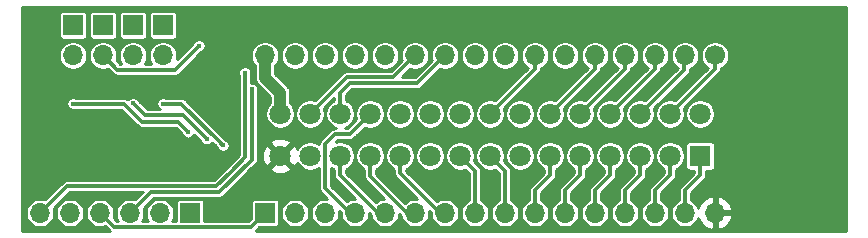
<source format=gbr>
%TF.GenerationSoftware,KiCad,Pcbnew,(5.1.10)-1*%
%TF.CreationDate,2022-11-19T00:44:39-05:00*%
%TF.ProjectId,ColecoProgrammingAdapter,436f6c65-636f-4507-926f-6772616d6d69,1*%
%TF.SameCoordinates,Original*%
%TF.FileFunction,Copper,L1,Top*%
%TF.FilePolarity,Positive*%
%FSLAX46Y46*%
G04 Gerber Fmt 4.6, Leading zero omitted, Abs format (unit mm)*
G04 Created by KiCad (PCBNEW (5.1.10)-1) date 2022-11-19 00:44:39*
%MOMM*%
%LPD*%
G01*
G04 APERTURE LIST*
%TA.AperFunction,ComponentPad*%
%ADD10C,1.800000*%
%TD*%
%TA.AperFunction,ComponentPad*%
%ADD11R,1.800000X1.800000*%
%TD*%
%TA.AperFunction,ComponentPad*%
%ADD12R,1.700000X1.700000*%
%TD*%
%TA.AperFunction,ComponentPad*%
%ADD13O,1.700000X1.700000*%
%TD*%
%TA.AperFunction,ComponentPad*%
%ADD14C,1.700000*%
%TD*%
%TA.AperFunction,ViaPad*%
%ADD15C,0.800000*%
%TD*%
%TA.AperFunction,ViaPad*%
%ADD16C,0.400000*%
%TD*%
%TA.AperFunction,Conductor*%
%ADD17C,0.300000*%
%TD*%
%TA.AperFunction,Conductor*%
%ADD18C,1.000000*%
%TD*%
%TA.AperFunction,Conductor*%
%ADD19C,0.254000*%
%TD*%
%TA.AperFunction,Conductor*%
%ADD20C,0.100000*%
%TD*%
G04 APERTURE END LIST*
D10*
%TO.P,X1,29*%
%TO.N,GND*%
X138430000Y-121539000D03*
%TO.P,X1,30*%
%TO.N,+5V*%
X138430000Y-117979000D03*
%TO.P,X1,27*%
%TO.N,/~EE0*%
X140970000Y-121539000D03*
%TO.P,X1,28*%
%TO.N,/A8*%
X140970000Y-117979000D03*
%TO.P,X1,25*%
%TO.N,/A7*%
X143510000Y-121539000D03*
%TO.P,X1,26*%
%TO.N,/A9*%
X143510000Y-117979000D03*
%TO.P,X1,23*%
%TO.N,/A6*%
X146050000Y-121539000D03*
%TO.P,X1,24*%
%TO.N,/A12*%
X146050000Y-117979000D03*
%TO.P,X1,21*%
%TO.N,/A5*%
X148590000Y-121539000D03*
%TO.P,X1,22*%
%TO.N,/~EA0*%
X148590000Y-117979000D03*
%TO.P,X1,19*%
%TO.N,/A13*%
X151130000Y-121539000D03*
%TO.P,X1,20*%
%TO.N,/A14*%
X151130000Y-117979000D03*
%TO.P,X1,17*%
%TO.N,/A4*%
X153670000Y-121539000D03*
%TO.P,X1,18*%
%TO.N,/~E80*%
X153670000Y-117979000D03*
%TO.P,X1,15*%
%TO.N,/A3*%
X156210000Y-121539000D03*
%TO.P,X1,16*%
%TO.N,/A10*%
X156210000Y-117979000D03*
%TO.P,X1,13*%
%TO.N,N/C*%
X158750000Y-121539000D03*
%TO.P,X1,14*%
%TO.N,/A11*%
X158750000Y-117979000D03*
%TO.P,X1,11*%
%TO.N,/A2*%
X161290000Y-121539000D03*
%TO.P,X1,12*%
%TO.N,/D7*%
X161290000Y-117979000D03*
%TO.P,X1,9*%
%TO.N,/A1*%
X163830000Y-121539000D03*
%TO.P,X1,10*%
%TO.N,/D6*%
X163830000Y-117979000D03*
%TO.P,X1,7*%
%TO.N,/A0*%
X166370000Y-121539000D03*
%TO.P,X1,8*%
%TO.N,/D5*%
X166370000Y-117979000D03*
%TO.P,X1,5*%
%TO.N,/D0*%
X168910000Y-121539000D03*
%TO.P,X1,6*%
%TO.N,/D4*%
X168910000Y-117979000D03*
%TO.P,X1,3*%
%TO.N,/D1*%
X171450000Y-121539000D03*
%TO.P,X1,4*%
%TO.N,/D3*%
X171450000Y-117979000D03*
%TO.P,X1,2*%
%TO.N,/~EC0*%
X173990000Y-117979000D03*
D11*
%TO.P,X1,1*%
%TO.N,/D2*%
X173990000Y-121539000D03*
%TD*%
D12*
%TO.P,J2,1*%
%TO.N,/SA18*%
X137160000Y-126365000D03*
D13*
%TO.P,J2,2*%
%TO.N,/SA16*%
X139700000Y-126365000D03*
%TO.P,J2,3*%
%TO.N,/SA15*%
X142240000Y-126365000D03*
%TO.P,J2,4*%
%TO.N,/A12*%
X144780000Y-126365000D03*
%TO.P,J2,5*%
%TO.N,/A7*%
X147320000Y-126365000D03*
%TO.P,J2,6*%
%TO.N,/A6*%
X149860000Y-126365000D03*
%TO.P,J2,7*%
%TO.N,/A5*%
X152400000Y-126365000D03*
%TO.P,J2,8*%
%TO.N,/A4*%
X154940000Y-126365000D03*
%TO.P,J2,9*%
%TO.N,/A3*%
X157480000Y-126365000D03*
%TO.P,J2,10*%
%TO.N,/A2*%
X160020000Y-126365000D03*
%TO.P,J2,11*%
%TO.N,/A1*%
X162560000Y-126365000D03*
%TO.P,J2,12*%
%TO.N,/A0*%
X165100000Y-126365000D03*
%TO.P,J2,13*%
%TO.N,/D0*%
X167640000Y-126365000D03*
%TO.P,J2,14*%
%TO.N,/D1*%
X170180000Y-126365000D03*
%TO.P,J2,15*%
%TO.N,/D2*%
X172720000Y-126365000D03*
%TO.P,J2,16*%
%TO.N,GND*%
X175260000Y-126365000D03*
%TD*%
%TO.P,J3,16*%
%TO.N,+5V*%
X137160000Y-113030000D03*
%TO.P,J3,15*%
%TO.N,/~RWE*%
X139700000Y-113030000D03*
%TO.P,J3,14*%
%TO.N,/SA17*%
X142240000Y-113030000D03*
%TO.P,J3,13*%
%TO.N,/A14*%
X144780000Y-113030000D03*
%TO.P,J3,12*%
%TO.N,/A13*%
X147320000Y-113030000D03*
%TO.P,J3,11*%
%TO.N,/A8*%
X149860000Y-113030000D03*
%TO.P,J3,10*%
%TO.N,/A9*%
X152400000Y-113030000D03*
%TO.P,J3,9*%
%TO.N,/A11*%
X154940000Y-113030000D03*
%TO.P,J3,8*%
%TO.N,/~POE*%
X157480000Y-113030000D03*
%TO.P,J3,7*%
%TO.N,/A10*%
X160020000Y-113030000D03*
%TO.P,J3,6*%
%TO.N,/~CE*%
X162560000Y-113030000D03*
%TO.P,J3,5*%
%TO.N,/D7*%
X165100000Y-113030000D03*
%TO.P,J3,4*%
%TO.N,/D6*%
X167640000Y-113030000D03*
%TO.P,J3,3*%
%TO.N,/D5*%
X170180000Y-113030000D03*
%TO.P,J3,2*%
%TO.N,/D4*%
X172720000Y-113030000D03*
D14*
%TO.P,J3,1*%
%TO.N,/D3*%
X175260000Y-113030000D03*
%TD*%
D12*
%TO.P,J1,1*%
%TO.N,/SA15*%
X130810000Y-126365000D03*
D13*
%TO.P,J1,2*%
%TO.N,/SA16*%
X128270000Y-126365000D03*
%TO.P,J1,3*%
%TO.N,/SA17*%
X125730000Y-126365000D03*
%TO.P,J1,4*%
%TO.N,/SA18*%
X123190000Y-126365000D03*
%TO.P,J1,5*%
%TO.N,/~POE*%
X120650000Y-126365000D03*
%TO.P,J1,6*%
%TO.N,/~RWE*%
X118110000Y-126365000D03*
%TD*%
D12*
%TO.P,J4,1*%
%TO.N,/~CE*%
X120904000Y-110490000D03*
D13*
%TO.P,J4,2*%
%TO.N,/~E80*%
X120904000Y-113030000D03*
%TD*%
%TO.P,J5,2*%
%TO.N,/~EA0*%
X123444000Y-113030000D03*
D12*
%TO.P,J5,1*%
%TO.N,/~CE*%
X123444000Y-110490000D03*
%TD*%
%TO.P,J6,1*%
%TO.N,/~CE*%
X125984000Y-110490000D03*
D13*
%TO.P,J6,2*%
%TO.N,/~EC0*%
X125984000Y-113030000D03*
%TD*%
%TO.P,J7,2*%
%TO.N,/~EE0*%
X128524000Y-113030000D03*
D12*
%TO.P,J7,1*%
%TO.N,/~CE*%
X128524000Y-110490000D03*
%TD*%
D15*
%TO.N,GND*%
X133654800Y-126225300D03*
X132765800Y-114414300D03*
X127254000Y-115570000D03*
X124714000Y-115570000D03*
X122174000Y-115570000D03*
X141732000Y-115443000D03*
D16*
X148971000Y-116205000D03*
X151511000Y-119634000D03*
X147447000Y-120142000D03*
X149352000Y-119634000D03*
X145034000Y-119888000D03*
X134048500Y-118808500D03*
X143917001Y-124814999D03*
X147066000Y-123063000D03*
X155575000Y-123190000D03*
X139319000Y-114744500D03*
X138430000Y-112077500D03*
X140970000Y-112077500D03*
X120078500Y-115252500D03*
X145757900Y-115963700D03*
%TO.N,/SA17*%
X136017000Y-115887500D03*
%TO.N,/~RWE*%
X135445500Y-114490500D03*
%TO.N,/~E80*%
X120904000Y-117110000D03*
X130619500Y-119507000D03*
%TO.N,/~EA0*%
X131572000Y-112204500D03*
%TO.N,/~EC0*%
X125984000Y-117094000D03*
X132207000Y-120078500D03*
%TO.N,/~EE0*%
X128524000Y-117110000D03*
X133604000Y-120650000D03*
%TD*%
D17*
%TO.N,/D3*%
X175260000Y-114169000D02*
X175260000Y-113030000D01*
X171450000Y-117979000D02*
X175260000Y-114169000D01*
%TO.N,/D4*%
X168910000Y-117979000D02*
X172589000Y-114300000D01*
X172589000Y-113161000D02*
X172720000Y-113030000D01*
X172589000Y-114300000D02*
X172589000Y-113161000D01*
%TO.N,/D5*%
X170180000Y-114169000D02*
X170180000Y-113030000D01*
X166370000Y-117979000D02*
X170180000Y-114169000D01*
%TO.N,/A12*%
X144331500Y-119697500D02*
X146050000Y-117979000D01*
X143065500Y-119697500D02*
X144331500Y-119697500D01*
X142240000Y-124269500D02*
X142240000Y-120523000D01*
X142240000Y-120523000D02*
X143065500Y-119697500D01*
X144335500Y-126365000D02*
X142240000Y-124269500D01*
X144780000Y-126365000D02*
X144335500Y-126365000D01*
%TO.N,/D6*%
X167640000Y-114169000D02*
X167640000Y-113030000D01*
X163830000Y-117979000D02*
X167640000Y-114169000D01*
%TO.N,/A7*%
X143510000Y-123190000D02*
X143510000Y-121539000D01*
X146685000Y-126365000D02*
X143510000Y-123190000D01*
X147320000Y-126365000D02*
X146685000Y-126365000D01*
%TO.N,/D7*%
X165100000Y-114169000D02*
X165100000Y-113030000D01*
X161290000Y-117979000D02*
X165100000Y-114169000D01*
%TO.N,/A6*%
X146050000Y-123253500D02*
X146050000Y-121539000D01*
X149161500Y-126365000D02*
X146050000Y-123253500D01*
X149860000Y-126365000D02*
X149161500Y-126365000D01*
%TO.N,/A5*%
X148590000Y-122999500D02*
X148590000Y-121539000D01*
X151955500Y-126365000D02*
X148590000Y-122999500D01*
X152400000Y-126365000D02*
X151955500Y-126365000D01*
%TO.N,/A10*%
X160020000Y-114169000D02*
X160020000Y-113030000D01*
X156210000Y-117979000D02*
X160020000Y-114169000D01*
%TO.N,/A4*%
X154940000Y-122809000D02*
X153670000Y-121539000D01*
X154940000Y-126365000D02*
X154940000Y-122809000D01*
%TO.N,/A3*%
X157480000Y-122809000D02*
X156210000Y-121539000D01*
X157480000Y-126365000D02*
X157480000Y-122809000D01*
%TO.N,/A2*%
X160020000Y-126365000D02*
X160020000Y-124460000D01*
X161290000Y-123190000D02*
X161290000Y-121539000D01*
X160020000Y-124460000D02*
X161290000Y-123190000D01*
%TO.N,/A9*%
X150050500Y-115379500D02*
X152400000Y-113030000D01*
X143510000Y-117979000D02*
X143510000Y-116205000D01*
X143510000Y-116205000D02*
X144335500Y-115379500D01*
X144335500Y-115379500D02*
X150050500Y-115379500D01*
%TO.N,/A1*%
X162560000Y-126365000D02*
X162560000Y-124460000D01*
X163830000Y-123190000D02*
X163830000Y-121539000D01*
X162560000Y-124460000D02*
X163830000Y-123190000D01*
%TO.N,/A8*%
X148010511Y-114879489D02*
X149860000Y-113030000D01*
X140970000Y-117979000D02*
X144069511Y-114879489D01*
X144069511Y-114879489D02*
X148010511Y-114879489D01*
%TO.N,/A0*%
X165100000Y-126365000D02*
X165100000Y-124460000D01*
X166370000Y-123190000D02*
X166370000Y-121539000D01*
X165100000Y-124460000D02*
X166370000Y-123190000D01*
%TO.N,/D0*%
X167640000Y-126365000D02*
X167640000Y-124460000D01*
X168910000Y-123190000D02*
X168910000Y-121539000D01*
X167640000Y-124460000D02*
X168910000Y-123190000D01*
%TO.N,/D1*%
X170180000Y-126365000D02*
X170180000Y-124460000D01*
X171450000Y-123190000D02*
X171450000Y-121539000D01*
X170180000Y-124460000D02*
X171450000Y-123190000D01*
%TO.N,/D2*%
X172720000Y-126365000D02*
X172720000Y-124460000D01*
X173990000Y-123190000D02*
X173990000Y-121539000D01*
X172720000Y-124460000D02*
X173990000Y-123190000D01*
D18*
%TO.N,+5V*%
X138430000Y-117979000D02*
X138430000Y-116205000D01*
X137160000Y-114935000D02*
X137160000Y-113030000D01*
X138430000Y-116205000D02*
X137160000Y-114935000D01*
D17*
%TO.N,/SA17*%
X125730000Y-126365000D02*
X127508000Y-124587000D01*
X127508000Y-124587000D02*
X133286500Y-124587000D01*
X133286500Y-124587000D02*
X136017000Y-121856500D01*
X136017000Y-121856500D02*
X136017000Y-115887500D01*
%TO.N,/SA18*%
X135959999Y-127565001D02*
X137160000Y-126365000D01*
X124390001Y-127565001D02*
X135959999Y-127565001D01*
X123190000Y-126365000D02*
X124390001Y-127565001D01*
%TO.N,/~RWE*%
X118110000Y-126365000D02*
X120396000Y-124079000D01*
X120396000Y-124079000D02*
X133032500Y-124079000D01*
X133032500Y-124079000D02*
X134239000Y-122872500D01*
X134239000Y-122872500D02*
X135445500Y-121666000D01*
X135445500Y-121666000D02*
X135445500Y-114490500D01*
X135445500Y-114490500D02*
X135445500Y-114490500D01*
%TO.N,/~E80*%
X129794000Y-118681500D02*
X130619500Y-119507000D01*
X125185998Y-117110000D02*
X126757498Y-118681500D01*
X126757498Y-118681500D02*
X129794000Y-118681500D01*
X120904000Y-117110000D02*
X125185998Y-117110000D01*
%TO.N,/~EA0*%
X124644001Y-114230001D02*
X129546499Y-114230001D01*
X123444000Y-113030000D02*
X124644001Y-114230001D01*
X129546499Y-114230001D02*
X131572000Y-112204500D01*
X131572000Y-112204500D02*
X131572000Y-112204500D01*
%TO.N,/~EC0*%
X125984000Y-117094000D02*
X127000000Y-118110000D01*
X127000000Y-118110000D02*
X130238500Y-118110000D01*
X130238500Y-118110000D02*
X131381500Y-119253000D01*
X131381500Y-119253000D02*
X131889500Y-119761000D01*
X131889500Y-119761000D02*
X132207000Y-120078500D01*
X132207000Y-120078500D02*
X132207000Y-120078500D01*
%TO.N,/~EE0*%
X128524000Y-117110000D02*
X130064000Y-117110000D01*
X130064000Y-117110000D02*
X133223000Y-120269000D01*
X133540500Y-120586500D02*
X133540500Y-120586500D01*
X133604000Y-120650000D02*
X133350000Y-120396000D01*
X133350000Y-120396000D02*
X133540500Y-120586500D01*
X133223000Y-120269000D02*
X133350000Y-120396000D01*
%TD*%
D19*
%TO.N,GND*%
X186304001Y-111106045D02*
X186304000Y-127884000D01*
X136363662Y-127884000D01*
X136669916Y-127577746D01*
X138010000Y-127577746D01*
X138080768Y-127570776D01*
X138148817Y-127550134D01*
X138211531Y-127516612D01*
X138266500Y-127471500D01*
X138311612Y-127416531D01*
X138345134Y-127353817D01*
X138365776Y-127285768D01*
X138372746Y-127215000D01*
X138372746Y-126245727D01*
X138489000Y-126245727D01*
X138489000Y-126484273D01*
X138535538Y-126718236D01*
X138626825Y-126938624D01*
X138759354Y-127136968D01*
X138928032Y-127305646D01*
X139126376Y-127438175D01*
X139346764Y-127529462D01*
X139580727Y-127576000D01*
X139819273Y-127576000D01*
X140053236Y-127529462D01*
X140273624Y-127438175D01*
X140471968Y-127305646D01*
X140640646Y-127136968D01*
X140773175Y-126938624D01*
X140864462Y-126718236D01*
X140911000Y-126484273D01*
X140911000Y-126245727D01*
X140864462Y-126011764D01*
X140773175Y-125791376D01*
X140640646Y-125593032D01*
X140471968Y-125424354D01*
X140273624Y-125291825D01*
X140053236Y-125200538D01*
X139819273Y-125154000D01*
X139580727Y-125154000D01*
X139346764Y-125200538D01*
X139126376Y-125291825D01*
X138928032Y-125424354D01*
X138759354Y-125593032D01*
X138626825Y-125791376D01*
X138535538Y-126011764D01*
X138489000Y-126245727D01*
X138372746Y-126245727D01*
X138372746Y-125515000D01*
X138365776Y-125444232D01*
X138345134Y-125376183D01*
X138311612Y-125313469D01*
X138266500Y-125258500D01*
X138211531Y-125213388D01*
X138148817Y-125179866D01*
X138080768Y-125159224D01*
X138010000Y-125152254D01*
X136310000Y-125152254D01*
X136239232Y-125159224D01*
X136171183Y-125179866D01*
X136108469Y-125213388D01*
X136053500Y-125258500D01*
X136008388Y-125313469D01*
X135974866Y-125376183D01*
X135954224Y-125444232D01*
X135947254Y-125515000D01*
X135947254Y-126855084D01*
X135748337Y-127054001D01*
X132022746Y-127054001D01*
X132022746Y-125515000D01*
X132015776Y-125444232D01*
X131995134Y-125376183D01*
X131961612Y-125313469D01*
X131916500Y-125258500D01*
X131861531Y-125213388D01*
X131798817Y-125179866D01*
X131730768Y-125159224D01*
X131660000Y-125152254D01*
X129960000Y-125152254D01*
X129889232Y-125159224D01*
X129821183Y-125179866D01*
X129758469Y-125213388D01*
X129703500Y-125258500D01*
X129658388Y-125313469D01*
X129624866Y-125376183D01*
X129604224Y-125444232D01*
X129597254Y-125515000D01*
X129597254Y-127054001D01*
X129266083Y-127054001D01*
X129343175Y-126938624D01*
X129434462Y-126718236D01*
X129481000Y-126484273D01*
X129481000Y-126245727D01*
X129434462Y-126011764D01*
X129343175Y-125791376D01*
X129210646Y-125593032D01*
X129041968Y-125424354D01*
X128843624Y-125291825D01*
X128623236Y-125200538D01*
X128389273Y-125154000D01*
X128150727Y-125154000D01*
X127916764Y-125200538D01*
X127696376Y-125291825D01*
X127498032Y-125424354D01*
X127329354Y-125593032D01*
X127196825Y-125791376D01*
X127105538Y-126011764D01*
X127059000Y-126245727D01*
X127059000Y-126484273D01*
X127105538Y-126718236D01*
X127196825Y-126938624D01*
X127273917Y-127054001D01*
X126726083Y-127054001D01*
X126803175Y-126938624D01*
X126894462Y-126718236D01*
X126941000Y-126484273D01*
X126941000Y-126245727D01*
X126894462Y-126011764D01*
X126868522Y-125949140D01*
X127719663Y-125098000D01*
X133261404Y-125098000D01*
X133286500Y-125100472D01*
X133311596Y-125098000D01*
X133311599Y-125098000D01*
X133386673Y-125090606D01*
X133482997Y-125061386D01*
X133571770Y-125013936D01*
X133649580Y-124950080D01*
X133665587Y-124930575D01*
X135993082Y-122603080D01*
X137545525Y-122603080D01*
X137629208Y-122857261D01*
X137901775Y-122988158D01*
X138194642Y-123063365D01*
X138496553Y-123079991D01*
X138795907Y-123037397D01*
X139081199Y-122937222D01*
X139230792Y-122857261D01*
X139314475Y-122603080D01*
X138430000Y-121718605D01*
X137545525Y-122603080D01*
X135993082Y-122603080D01*
X136360580Y-122235583D01*
X136380080Y-122219580D01*
X136421092Y-122169606D01*
X136443936Y-122141771D01*
X136491385Y-122052998D01*
X136491386Y-122052997D01*
X136520606Y-121956673D01*
X136528000Y-121881599D01*
X136528000Y-121881598D01*
X136530472Y-121856501D01*
X136528000Y-121831404D01*
X136528000Y-121605553D01*
X136889009Y-121605553D01*
X136931603Y-121904907D01*
X137031778Y-122190199D01*
X137111739Y-122339792D01*
X137365920Y-122423475D01*
X138250395Y-121539000D01*
X138609605Y-121539000D01*
X139494080Y-122423475D01*
X139748261Y-122339792D01*
X139849491Y-122129001D01*
X139852517Y-122136307D01*
X139990518Y-122342840D01*
X140166160Y-122518482D01*
X140372693Y-122656483D01*
X140602180Y-122751540D01*
X140845802Y-122800000D01*
X141094198Y-122800000D01*
X141337820Y-122751540D01*
X141567307Y-122656483D01*
X141729000Y-122548443D01*
X141729000Y-124244404D01*
X141726528Y-124269500D01*
X141729000Y-124294596D01*
X141729000Y-124294598D01*
X141736394Y-124369672D01*
X141765614Y-124465996D01*
X141813064Y-124554770D01*
X141876920Y-124632580D01*
X141896425Y-124648587D01*
X142412407Y-125164569D01*
X142359273Y-125154000D01*
X142120727Y-125154000D01*
X141886764Y-125200538D01*
X141666376Y-125291825D01*
X141468032Y-125424354D01*
X141299354Y-125593032D01*
X141166825Y-125791376D01*
X141075538Y-126011764D01*
X141029000Y-126245727D01*
X141029000Y-126484273D01*
X141075538Y-126718236D01*
X141166825Y-126938624D01*
X141299354Y-127136968D01*
X141468032Y-127305646D01*
X141666376Y-127438175D01*
X141886764Y-127529462D01*
X142120727Y-127576000D01*
X142359273Y-127576000D01*
X142593236Y-127529462D01*
X142813624Y-127438175D01*
X143011968Y-127305646D01*
X143180646Y-127136968D01*
X143313175Y-126938624D01*
X143404462Y-126718236D01*
X143451000Y-126484273D01*
X143451000Y-126245727D01*
X143440431Y-126192594D01*
X143569000Y-126321163D01*
X143569000Y-126484273D01*
X143615538Y-126718236D01*
X143706825Y-126938624D01*
X143839354Y-127136968D01*
X144008032Y-127305646D01*
X144206376Y-127438175D01*
X144426764Y-127529462D01*
X144660727Y-127576000D01*
X144899273Y-127576000D01*
X145133236Y-127529462D01*
X145353624Y-127438175D01*
X145551968Y-127305646D01*
X145720646Y-127136968D01*
X145853175Y-126938624D01*
X145944462Y-126718236D01*
X145991000Y-126484273D01*
X145991000Y-126393663D01*
X146115801Y-126518464D01*
X146155538Y-126718236D01*
X146246825Y-126938624D01*
X146379354Y-127136968D01*
X146548032Y-127305646D01*
X146746376Y-127438175D01*
X146966764Y-127529462D01*
X147200727Y-127576000D01*
X147439273Y-127576000D01*
X147673236Y-127529462D01*
X147893624Y-127438175D01*
X148091968Y-127305646D01*
X148260646Y-127136968D01*
X148393175Y-126938624D01*
X148484462Y-126718236D01*
X148531000Y-126484273D01*
X148531000Y-126457163D01*
X148671568Y-126597731D01*
X148695538Y-126718236D01*
X148786825Y-126938624D01*
X148919354Y-127136968D01*
X149088032Y-127305646D01*
X149286376Y-127438175D01*
X149506764Y-127529462D01*
X149740727Y-127576000D01*
X149979273Y-127576000D01*
X150213236Y-127529462D01*
X150433624Y-127438175D01*
X150631968Y-127305646D01*
X150800646Y-127136968D01*
X150933175Y-126938624D01*
X151024462Y-126718236D01*
X151071000Y-126484273D01*
X151071000Y-126245727D01*
X151060431Y-126192594D01*
X151189000Y-126321163D01*
X151189000Y-126484273D01*
X151235538Y-126718236D01*
X151326825Y-126938624D01*
X151459354Y-127136968D01*
X151628032Y-127305646D01*
X151826376Y-127438175D01*
X152046764Y-127529462D01*
X152280727Y-127576000D01*
X152519273Y-127576000D01*
X152753236Y-127529462D01*
X152973624Y-127438175D01*
X153171968Y-127305646D01*
X153340646Y-127136968D01*
X153473175Y-126938624D01*
X153564462Y-126718236D01*
X153611000Y-126484273D01*
X153611000Y-126245727D01*
X153564462Y-126011764D01*
X153473175Y-125791376D01*
X153340646Y-125593032D01*
X153171968Y-125424354D01*
X152973624Y-125291825D01*
X152753236Y-125200538D01*
X152519273Y-125154000D01*
X152280727Y-125154000D01*
X152046764Y-125200538D01*
X151826376Y-125291825D01*
X151693663Y-125380501D01*
X149101000Y-122787838D01*
X149101000Y-122692233D01*
X149187307Y-122656483D01*
X149393840Y-122518482D01*
X149569482Y-122342840D01*
X149707483Y-122136307D01*
X149802540Y-121906820D01*
X149851000Y-121663198D01*
X149851000Y-121414802D01*
X149869000Y-121414802D01*
X149869000Y-121663198D01*
X149917460Y-121906820D01*
X150012517Y-122136307D01*
X150150518Y-122342840D01*
X150326160Y-122518482D01*
X150532693Y-122656483D01*
X150762180Y-122751540D01*
X151005802Y-122800000D01*
X151254198Y-122800000D01*
X151497820Y-122751540D01*
X151727307Y-122656483D01*
X151933840Y-122518482D01*
X152109482Y-122342840D01*
X152247483Y-122136307D01*
X152342540Y-121906820D01*
X152391000Y-121663198D01*
X152391000Y-121414802D01*
X152409000Y-121414802D01*
X152409000Y-121663198D01*
X152457460Y-121906820D01*
X152552517Y-122136307D01*
X152690518Y-122342840D01*
X152866160Y-122518482D01*
X153072693Y-122656483D01*
X153302180Y-122751540D01*
X153545802Y-122800000D01*
X153794198Y-122800000D01*
X154037820Y-122751540D01*
X154124127Y-122715790D01*
X154429001Y-123020665D01*
X154429000Y-125265885D01*
X154366376Y-125291825D01*
X154168032Y-125424354D01*
X153999354Y-125593032D01*
X153866825Y-125791376D01*
X153775538Y-126011764D01*
X153729000Y-126245727D01*
X153729000Y-126484273D01*
X153775538Y-126718236D01*
X153866825Y-126938624D01*
X153999354Y-127136968D01*
X154168032Y-127305646D01*
X154366376Y-127438175D01*
X154586764Y-127529462D01*
X154820727Y-127576000D01*
X155059273Y-127576000D01*
X155293236Y-127529462D01*
X155513624Y-127438175D01*
X155711968Y-127305646D01*
X155880646Y-127136968D01*
X156013175Y-126938624D01*
X156104462Y-126718236D01*
X156151000Y-126484273D01*
X156151000Y-126245727D01*
X156104462Y-126011764D01*
X156013175Y-125791376D01*
X155880646Y-125593032D01*
X155711968Y-125424354D01*
X155513624Y-125291825D01*
X155451000Y-125265885D01*
X155451000Y-122834096D01*
X155453472Y-122808999D01*
X155451000Y-122783901D01*
X155443606Y-122708827D01*
X155414386Y-122612503D01*
X155369709Y-122528917D01*
X155366936Y-122523729D01*
X155319079Y-122465415D01*
X155319078Y-122465414D01*
X155303080Y-122445920D01*
X155283585Y-122429921D01*
X154846790Y-121993127D01*
X154882540Y-121906820D01*
X154931000Y-121663198D01*
X154931000Y-121414802D01*
X154949000Y-121414802D01*
X154949000Y-121663198D01*
X154997460Y-121906820D01*
X155092517Y-122136307D01*
X155230518Y-122342840D01*
X155406160Y-122518482D01*
X155612693Y-122656483D01*
X155842180Y-122751540D01*
X156085802Y-122800000D01*
X156334198Y-122800000D01*
X156577820Y-122751540D01*
X156664127Y-122715790D01*
X156969001Y-123020665D01*
X156969000Y-125265885D01*
X156906376Y-125291825D01*
X156708032Y-125424354D01*
X156539354Y-125593032D01*
X156406825Y-125791376D01*
X156315538Y-126011764D01*
X156269000Y-126245727D01*
X156269000Y-126484273D01*
X156315538Y-126718236D01*
X156406825Y-126938624D01*
X156539354Y-127136968D01*
X156708032Y-127305646D01*
X156906376Y-127438175D01*
X157126764Y-127529462D01*
X157360727Y-127576000D01*
X157599273Y-127576000D01*
X157833236Y-127529462D01*
X158053624Y-127438175D01*
X158251968Y-127305646D01*
X158420646Y-127136968D01*
X158553175Y-126938624D01*
X158644462Y-126718236D01*
X158691000Y-126484273D01*
X158691000Y-126245727D01*
X158809000Y-126245727D01*
X158809000Y-126484273D01*
X158855538Y-126718236D01*
X158946825Y-126938624D01*
X159079354Y-127136968D01*
X159248032Y-127305646D01*
X159446376Y-127438175D01*
X159666764Y-127529462D01*
X159900727Y-127576000D01*
X160139273Y-127576000D01*
X160373236Y-127529462D01*
X160593624Y-127438175D01*
X160791968Y-127305646D01*
X160960646Y-127136968D01*
X161093175Y-126938624D01*
X161184462Y-126718236D01*
X161231000Y-126484273D01*
X161231000Y-126245727D01*
X161349000Y-126245727D01*
X161349000Y-126484273D01*
X161395538Y-126718236D01*
X161486825Y-126938624D01*
X161619354Y-127136968D01*
X161788032Y-127305646D01*
X161986376Y-127438175D01*
X162206764Y-127529462D01*
X162440727Y-127576000D01*
X162679273Y-127576000D01*
X162913236Y-127529462D01*
X163133624Y-127438175D01*
X163331968Y-127305646D01*
X163500646Y-127136968D01*
X163633175Y-126938624D01*
X163724462Y-126718236D01*
X163771000Y-126484273D01*
X163771000Y-126245727D01*
X163889000Y-126245727D01*
X163889000Y-126484273D01*
X163935538Y-126718236D01*
X164026825Y-126938624D01*
X164159354Y-127136968D01*
X164328032Y-127305646D01*
X164526376Y-127438175D01*
X164746764Y-127529462D01*
X164980727Y-127576000D01*
X165219273Y-127576000D01*
X165453236Y-127529462D01*
X165673624Y-127438175D01*
X165871968Y-127305646D01*
X166040646Y-127136968D01*
X166173175Y-126938624D01*
X166264462Y-126718236D01*
X166311000Y-126484273D01*
X166311000Y-126245727D01*
X166429000Y-126245727D01*
X166429000Y-126484273D01*
X166475538Y-126718236D01*
X166566825Y-126938624D01*
X166699354Y-127136968D01*
X166868032Y-127305646D01*
X167066376Y-127438175D01*
X167286764Y-127529462D01*
X167520727Y-127576000D01*
X167759273Y-127576000D01*
X167993236Y-127529462D01*
X168213624Y-127438175D01*
X168411968Y-127305646D01*
X168580646Y-127136968D01*
X168713175Y-126938624D01*
X168804462Y-126718236D01*
X168851000Y-126484273D01*
X168851000Y-126245727D01*
X168969000Y-126245727D01*
X168969000Y-126484273D01*
X169015538Y-126718236D01*
X169106825Y-126938624D01*
X169239354Y-127136968D01*
X169408032Y-127305646D01*
X169606376Y-127438175D01*
X169826764Y-127529462D01*
X170060727Y-127576000D01*
X170299273Y-127576000D01*
X170533236Y-127529462D01*
X170753624Y-127438175D01*
X170951968Y-127305646D01*
X171120646Y-127136968D01*
X171253175Y-126938624D01*
X171344462Y-126718236D01*
X171391000Y-126484273D01*
X171391000Y-126245727D01*
X171509000Y-126245727D01*
X171509000Y-126484273D01*
X171555538Y-126718236D01*
X171646825Y-126938624D01*
X171779354Y-127136968D01*
X171948032Y-127305646D01*
X172146376Y-127438175D01*
X172366764Y-127529462D01*
X172600727Y-127576000D01*
X172839273Y-127576000D01*
X173073236Y-127529462D01*
X173293624Y-127438175D01*
X173491968Y-127305646D01*
X173660646Y-127136968D01*
X173793175Y-126938624D01*
X173848242Y-126805680D01*
X173915843Y-126996252D01*
X174064822Y-127246355D01*
X174259731Y-127462588D01*
X174493080Y-127636641D01*
X174755901Y-127761825D01*
X174903110Y-127806476D01*
X175133000Y-127685155D01*
X175133000Y-126492000D01*
X175387000Y-126492000D01*
X175387000Y-127685155D01*
X175616890Y-127806476D01*
X175764099Y-127761825D01*
X176026920Y-127636641D01*
X176260269Y-127462588D01*
X176455178Y-127246355D01*
X176604157Y-126996252D01*
X176701481Y-126721891D01*
X176580814Y-126492000D01*
X175387000Y-126492000D01*
X175133000Y-126492000D01*
X175113000Y-126492000D01*
X175113000Y-126238000D01*
X175133000Y-126238000D01*
X175133000Y-125044845D01*
X175387000Y-125044845D01*
X175387000Y-126238000D01*
X176580814Y-126238000D01*
X176701481Y-126008109D01*
X176604157Y-125733748D01*
X176455178Y-125483645D01*
X176260269Y-125267412D01*
X176026920Y-125093359D01*
X175764099Y-124968175D01*
X175616890Y-124923524D01*
X175387000Y-125044845D01*
X175133000Y-125044845D01*
X174903110Y-124923524D01*
X174755901Y-124968175D01*
X174493080Y-125093359D01*
X174259731Y-125267412D01*
X174064822Y-125483645D01*
X173915843Y-125733748D01*
X173848242Y-125924320D01*
X173793175Y-125791376D01*
X173660646Y-125593032D01*
X173491968Y-125424354D01*
X173293624Y-125291825D01*
X173231000Y-125265885D01*
X173231000Y-124671662D01*
X174333585Y-123569079D01*
X174353080Y-123553080D01*
X174369081Y-123533583D01*
X174416936Y-123475271D01*
X174464385Y-123386498D01*
X174464386Y-123386497D01*
X174493606Y-123290173D01*
X174501000Y-123215099D01*
X174501000Y-123215098D01*
X174503472Y-123190001D01*
X174501000Y-123164904D01*
X174501000Y-122801746D01*
X174890000Y-122801746D01*
X174960768Y-122794776D01*
X175028817Y-122774134D01*
X175091531Y-122740612D01*
X175146500Y-122695500D01*
X175191612Y-122640531D01*
X175225134Y-122577817D01*
X175245776Y-122509768D01*
X175252746Y-122439000D01*
X175252746Y-120639000D01*
X175245776Y-120568232D01*
X175225134Y-120500183D01*
X175191612Y-120437469D01*
X175146500Y-120382500D01*
X175091531Y-120337388D01*
X175028817Y-120303866D01*
X174960768Y-120283224D01*
X174890000Y-120276254D01*
X173090000Y-120276254D01*
X173019232Y-120283224D01*
X172951183Y-120303866D01*
X172888469Y-120337388D01*
X172833500Y-120382500D01*
X172788388Y-120437469D01*
X172754866Y-120500183D01*
X172734224Y-120568232D01*
X172727254Y-120639000D01*
X172727254Y-122439000D01*
X172734224Y-122509768D01*
X172754866Y-122577817D01*
X172788388Y-122640531D01*
X172833500Y-122695500D01*
X172888469Y-122740612D01*
X172951183Y-122774134D01*
X173019232Y-122794776D01*
X173090000Y-122801746D01*
X173479000Y-122801746D01*
X173479000Y-122978336D01*
X172376421Y-124080917D01*
X172356921Y-124096920D01*
X172324557Y-124136357D01*
X172293064Y-124174730D01*
X172245615Y-124263503D01*
X172216395Y-124359828D01*
X172206528Y-124460000D01*
X172209001Y-124485106D01*
X172209001Y-125265885D01*
X172146376Y-125291825D01*
X171948032Y-125424354D01*
X171779354Y-125593032D01*
X171646825Y-125791376D01*
X171555538Y-126011764D01*
X171509000Y-126245727D01*
X171391000Y-126245727D01*
X171344462Y-126011764D01*
X171253175Y-125791376D01*
X171120646Y-125593032D01*
X170951968Y-125424354D01*
X170753624Y-125291825D01*
X170691000Y-125265885D01*
X170691000Y-124671662D01*
X171793585Y-123569079D01*
X171813080Y-123553080D01*
X171829081Y-123533583D01*
X171876936Y-123475271D01*
X171924385Y-123386498D01*
X171924386Y-123386497D01*
X171953606Y-123290173D01*
X171961000Y-123215099D01*
X171961000Y-123215098D01*
X171963472Y-123190001D01*
X171961000Y-123164904D01*
X171961000Y-122692233D01*
X172047307Y-122656483D01*
X172253840Y-122518482D01*
X172429482Y-122342840D01*
X172567483Y-122136307D01*
X172662540Y-121906820D01*
X172711000Y-121663198D01*
X172711000Y-121414802D01*
X172662540Y-121171180D01*
X172567483Y-120941693D01*
X172429482Y-120735160D01*
X172253840Y-120559518D01*
X172047307Y-120421517D01*
X171817820Y-120326460D01*
X171574198Y-120278000D01*
X171325802Y-120278000D01*
X171082180Y-120326460D01*
X170852693Y-120421517D01*
X170646160Y-120559518D01*
X170470518Y-120735160D01*
X170332517Y-120941693D01*
X170237460Y-121171180D01*
X170189000Y-121414802D01*
X170189000Y-121663198D01*
X170237460Y-121906820D01*
X170332517Y-122136307D01*
X170470518Y-122342840D01*
X170646160Y-122518482D01*
X170852693Y-122656483D01*
X170939000Y-122692233D01*
X170939000Y-122978336D01*
X169836421Y-124080917D01*
X169816921Y-124096920D01*
X169784557Y-124136357D01*
X169753064Y-124174730D01*
X169705615Y-124263503D01*
X169676395Y-124359828D01*
X169666528Y-124460000D01*
X169669001Y-124485106D01*
X169669001Y-125265885D01*
X169606376Y-125291825D01*
X169408032Y-125424354D01*
X169239354Y-125593032D01*
X169106825Y-125791376D01*
X169015538Y-126011764D01*
X168969000Y-126245727D01*
X168851000Y-126245727D01*
X168804462Y-126011764D01*
X168713175Y-125791376D01*
X168580646Y-125593032D01*
X168411968Y-125424354D01*
X168213624Y-125291825D01*
X168151000Y-125265885D01*
X168151000Y-124671662D01*
X169253585Y-123569079D01*
X169273080Y-123553080D01*
X169289081Y-123533583D01*
X169336936Y-123475271D01*
X169384385Y-123386498D01*
X169384386Y-123386497D01*
X169413606Y-123290173D01*
X169421000Y-123215099D01*
X169421000Y-123215098D01*
X169423472Y-123190001D01*
X169421000Y-123164904D01*
X169421000Y-122692233D01*
X169507307Y-122656483D01*
X169713840Y-122518482D01*
X169889482Y-122342840D01*
X170027483Y-122136307D01*
X170122540Y-121906820D01*
X170171000Y-121663198D01*
X170171000Y-121414802D01*
X170122540Y-121171180D01*
X170027483Y-120941693D01*
X169889482Y-120735160D01*
X169713840Y-120559518D01*
X169507307Y-120421517D01*
X169277820Y-120326460D01*
X169034198Y-120278000D01*
X168785802Y-120278000D01*
X168542180Y-120326460D01*
X168312693Y-120421517D01*
X168106160Y-120559518D01*
X167930518Y-120735160D01*
X167792517Y-120941693D01*
X167697460Y-121171180D01*
X167649000Y-121414802D01*
X167649000Y-121663198D01*
X167697460Y-121906820D01*
X167792517Y-122136307D01*
X167930518Y-122342840D01*
X168106160Y-122518482D01*
X168312693Y-122656483D01*
X168399000Y-122692233D01*
X168399000Y-122978336D01*
X167296421Y-124080917D01*
X167276921Y-124096920D01*
X167244557Y-124136357D01*
X167213064Y-124174730D01*
X167165615Y-124263503D01*
X167136395Y-124359828D01*
X167126528Y-124460000D01*
X167129001Y-124485106D01*
X167129001Y-125265885D01*
X167066376Y-125291825D01*
X166868032Y-125424354D01*
X166699354Y-125593032D01*
X166566825Y-125791376D01*
X166475538Y-126011764D01*
X166429000Y-126245727D01*
X166311000Y-126245727D01*
X166264462Y-126011764D01*
X166173175Y-125791376D01*
X166040646Y-125593032D01*
X165871968Y-125424354D01*
X165673624Y-125291825D01*
X165611000Y-125265885D01*
X165611000Y-124671662D01*
X166713585Y-123569079D01*
X166733080Y-123553080D01*
X166749081Y-123533583D01*
X166796936Y-123475271D01*
X166844385Y-123386498D01*
X166844386Y-123386497D01*
X166873606Y-123290173D01*
X166881000Y-123215099D01*
X166881000Y-123215098D01*
X166883472Y-123190001D01*
X166881000Y-123164904D01*
X166881000Y-122692233D01*
X166967307Y-122656483D01*
X167173840Y-122518482D01*
X167349482Y-122342840D01*
X167487483Y-122136307D01*
X167582540Y-121906820D01*
X167631000Y-121663198D01*
X167631000Y-121414802D01*
X167582540Y-121171180D01*
X167487483Y-120941693D01*
X167349482Y-120735160D01*
X167173840Y-120559518D01*
X166967307Y-120421517D01*
X166737820Y-120326460D01*
X166494198Y-120278000D01*
X166245802Y-120278000D01*
X166002180Y-120326460D01*
X165772693Y-120421517D01*
X165566160Y-120559518D01*
X165390518Y-120735160D01*
X165252517Y-120941693D01*
X165157460Y-121171180D01*
X165109000Y-121414802D01*
X165109000Y-121663198D01*
X165157460Y-121906820D01*
X165252517Y-122136307D01*
X165390518Y-122342840D01*
X165566160Y-122518482D01*
X165772693Y-122656483D01*
X165859000Y-122692233D01*
X165859000Y-122978336D01*
X164756421Y-124080917D01*
X164736921Y-124096920D01*
X164704557Y-124136357D01*
X164673064Y-124174730D01*
X164625615Y-124263503D01*
X164596395Y-124359828D01*
X164586528Y-124460000D01*
X164589001Y-124485106D01*
X164589001Y-125265885D01*
X164526376Y-125291825D01*
X164328032Y-125424354D01*
X164159354Y-125593032D01*
X164026825Y-125791376D01*
X163935538Y-126011764D01*
X163889000Y-126245727D01*
X163771000Y-126245727D01*
X163724462Y-126011764D01*
X163633175Y-125791376D01*
X163500646Y-125593032D01*
X163331968Y-125424354D01*
X163133624Y-125291825D01*
X163071000Y-125265885D01*
X163071000Y-124671662D01*
X164173585Y-123569079D01*
X164193080Y-123553080D01*
X164209081Y-123533583D01*
X164256936Y-123475271D01*
X164304385Y-123386498D01*
X164304386Y-123386497D01*
X164333606Y-123290173D01*
X164341000Y-123215099D01*
X164341000Y-123215098D01*
X164343472Y-123190001D01*
X164341000Y-123164904D01*
X164341000Y-122692233D01*
X164427307Y-122656483D01*
X164633840Y-122518482D01*
X164809482Y-122342840D01*
X164947483Y-122136307D01*
X165042540Y-121906820D01*
X165091000Y-121663198D01*
X165091000Y-121414802D01*
X165042540Y-121171180D01*
X164947483Y-120941693D01*
X164809482Y-120735160D01*
X164633840Y-120559518D01*
X164427307Y-120421517D01*
X164197820Y-120326460D01*
X163954198Y-120278000D01*
X163705802Y-120278000D01*
X163462180Y-120326460D01*
X163232693Y-120421517D01*
X163026160Y-120559518D01*
X162850518Y-120735160D01*
X162712517Y-120941693D01*
X162617460Y-121171180D01*
X162569000Y-121414802D01*
X162569000Y-121663198D01*
X162617460Y-121906820D01*
X162712517Y-122136307D01*
X162850518Y-122342840D01*
X163026160Y-122518482D01*
X163232693Y-122656483D01*
X163319000Y-122692233D01*
X163319000Y-122978336D01*
X162216421Y-124080917D01*
X162196921Y-124096920D01*
X162164557Y-124136357D01*
X162133064Y-124174730D01*
X162085615Y-124263503D01*
X162056395Y-124359828D01*
X162046528Y-124460000D01*
X162049001Y-124485106D01*
X162049001Y-125265885D01*
X161986376Y-125291825D01*
X161788032Y-125424354D01*
X161619354Y-125593032D01*
X161486825Y-125791376D01*
X161395538Y-126011764D01*
X161349000Y-126245727D01*
X161231000Y-126245727D01*
X161184462Y-126011764D01*
X161093175Y-125791376D01*
X160960646Y-125593032D01*
X160791968Y-125424354D01*
X160593624Y-125291825D01*
X160531000Y-125265885D01*
X160531000Y-124671662D01*
X161633585Y-123569079D01*
X161653080Y-123553080D01*
X161669081Y-123533583D01*
X161716936Y-123475271D01*
X161764385Y-123386498D01*
X161764386Y-123386497D01*
X161793606Y-123290173D01*
X161801000Y-123215099D01*
X161801000Y-123215098D01*
X161803472Y-123190001D01*
X161801000Y-123164904D01*
X161801000Y-122692233D01*
X161887307Y-122656483D01*
X162093840Y-122518482D01*
X162269482Y-122342840D01*
X162407483Y-122136307D01*
X162502540Y-121906820D01*
X162551000Y-121663198D01*
X162551000Y-121414802D01*
X162502540Y-121171180D01*
X162407483Y-120941693D01*
X162269482Y-120735160D01*
X162093840Y-120559518D01*
X161887307Y-120421517D01*
X161657820Y-120326460D01*
X161414198Y-120278000D01*
X161165802Y-120278000D01*
X160922180Y-120326460D01*
X160692693Y-120421517D01*
X160486160Y-120559518D01*
X160310518Y-120735160D01*
X160172517Y-120941693D01*
X160077460Y-121171180D01*
X160029000Y-121414802D01*
X160029000Y-121663198D01*
X160077460Y-121906820D01*
X160172517Y-122136307D01*
X160310518Y-122342840D01*
X160486160Y-122518482D01*
X160692693Y-122656483D01*
X160779000Y-122692233D01*
X160779000Y-122978336D01*
X159676421Y-124080917D01*
X159656921Y-124096920D01*
X159624557Y-124136357D01*
X159593064Y-124174730D01*
X159545615Y-124263503D01*
X159516395Y-124359828D01*
X159506528Y-124460000D01*
X159509001Y-124485106D01*
X159509001Y-125265885D01*
X159446376Y-125291825D01*
X159248032Y-125424354D01*
X159079354Y-125593032D01*
X158946825Y-125791376D01*
X158855538Y-126011764D01*
X158809000Y-126245727D01*
X158691000Y-126245727D01*
X158644462Y-126011764D01*
X158553175Y-125791376D01*
X158420646Y-125593032D01*
X158251968Y-125424354D01*
X158053624Y-125291825D01*
X157991000Y-125265885D01*
X157991000Y-122834096D01*
X157993472Y-122808999D01*
X157991000Y-122783901D01*
X157983606Y-122708827D01*
X157954386Y-122612503D01*
X157909709Y-122528917D01*
X157906936Y-122523729D01*
X157859079Y-122465415D01*
X157859078Y-122465414D01*
X157843080Y-122445920D01*
X157823585Y-122429921D01*
X157386790Y-121993127D01*
X157422540Y-121906820D01*
X157471000Y-121663198D01*
X157471000Y-121414802D01*
X157489000Y-121414802D01*
X157489000Y-121663198D01*
X157537460Y-121906820D01*
X157632517Y-122136307D01*
X157770518Y-122342840D01*
X157946160Y-122518482D01*
X158152693Y-122656483D01*
X158382180Y-122751540D01*
X158625802Y-122800000D01*
X158874198Y-122800000D01*
X159117820Y-122751540D01*
X159347307Y-122656483D01*
X159553840Y-122518482D01*
X159729482Y-122342840D01*
X159867483Y-122136307D01*
X159962540Y-121906820D01*
X160011000Y-121663198D01*
X160011000Y-121414802D01*
X159962540Y-121171180D01*
X159867483Y-120941693D01*
X159729482Y-120735160D01*
X159553840Y-120559518D01*
X159347307Y-120421517D01*
X159117820Y-120326460D01*
X158874198Y-120278000D01*
X158625802Y-120278000D01*
X158382180Y-120326460D01*
X158152693Y-120421517D01*
X157946160Y-120559518D01*
X157770518Y-120735160D01*
X157632517Y-120941693D01*
X157537460Y-121171180D01*
X157489000Y-121414802D01*
X157471000Y-121414802D01*
X157422540Y-121171180D01*
X157327483Y-120941693D01*
X157189482Y-120735160D01*
X157013840Y-120559518D01*
X156807307Y-120421517D01*
X156577820Y-120326460D01*
X156334198Y-120278000D01*
X156085802Y-120278000D01*
X155842180Y-120326460D01*
X155612693Y-120421517D01*
X155406160Y-120559518D01*
X155230518Y-120735160D01*
X155092517Y-120941693D01*
X154997460Y-121171180D01*
X154949000Y-121414802D01*
X154931000Y-121414802D01*
X154882540Y-121171180D01*
X154787483Y-120941693D01*
X154649482Y-120735160D01*
X154473840Y-120559518D01*
X154267307Y-120421517D01*
X154037820Y-120326460D01*
X153794198Y-120278000D01*
X153545802Y-120278000D01*
X153302180Y-120326460D01*
X153072693Y-120421517D01*
X152866160Y-120559518D01*
X152690518Y-120735160D01*
X152552517Y-120941693D01*
X152457460Y-121171180D01*
X152409000Y-121414802D01*
X152391000Y-121414802D01*
X152342540Y-121171180D01*
X152247483Y-120941693D01*
X152109482Y-120735160D01*
X151933840Y-120559518D01*
X151727307Y-120421517D01*
X151497820Y-120326460D01*
X151254198Y-120278000D01*
X151005802Y-120278000D01*
X150762180Y-120326460D01*
X150532693Y-120421517D01*
X150326160Y-120559518D01*
X150150518Y-120735160D01*
X150012517Y-120941693D01*
X149917460Y-121171180D01*
X149869000Y-121414802D01*
X149851000Y-121414802D01*
X149802540Y-121171180D01*
X149707483Y-120941693D01*
X149569482Y-120735160D01*
X149393840Y-120559518D01*
X149187307Y-120421517D01*
X148957820Y-120326460D01*
X148714198Y-120278000D01*
X148465802Y-120278000D01*
X148222180Y-120326460D01*
X147992693Y-120421517D01*
X147786160Y-120559518D01*
X147610518Y-120735160D01*
X147472517Y-120941693D01*
X147377460Y-121171180D01*
X147329000Y-121414802D01*
X147329000Y-121663198D01*
X147377460Y-121906820D01*
X147472517Y-122136307D01*
X147610518Y-122342840D01*
X147786160Y-122518482D01*
X147992693Y-122656483D01*
X148079000Y-122692233D01*
X148079000Y-122974403D01*
X148076528Y-122999500D01*
X148079000Y-123024596D01*
X148079000Y-123024598D01*
X148086394Y-123099672D01*
X148115614Y-123195996D01*
X148163064Y-123284770D01*
X148226920Y-123362580D01*
X148246425Y-123378587D01*
X150032406Y-125164569D01*
X149979273Y-125154000D01*
X149740727Y-125154000D01*
X149506764Y-125200538D01*
X149286376Y-125291825D01*
X149088032Y-125424354D01*
X149015774Y-125496612D01*
X146561000Y-123041838D01*
X146561000Y-122692233D01*
X146647307Y-122656483D01*
X146853840Y-122518482D01*
X147029482Y-122342840D01*
X147167483Y-122136307D01*
X147262540Y-121906820D01*
X147311000Y-121663198D01*
X147311000Y-121414802D01*
X147262540Y-121171180D01*
X147167483Y-120941693D01*
X147029482Y-120735160D01*
X146853840Y-120559518D01*
X146647307Y-120421517D01*
X146417820Y-120326460D01*
X146174198Y-120278000D01*
X145925802Y-120278000D01*
X145682180Y-120326460D01*
X145452693Y-120421517D01*
X145246160Y-120559518D01*
X145070518Y-120735160D01*
X144932517Y-120941693D01*
X144837460Y-121171180D01*
X144789000Y-121414802D01*
X144789000Y-121663198D01*
X144837460Y-121906820D01*
X144932517Y-122136307D01*
X145070518Y-122342840D01*
X145246160Y-122518482D01*
X145452693Y-122656483D01*
X145539000Y-122692233D01*
X145539000Y-123228403D01*
X145536528Y-123253500D01*
X145539000Y-123278596D01*
X145539000Y-123278598D01*
X145546394Y-123353672D01*
X145575614Y-123449996D01*
X145623064Y-123538770D01*
X145686920Y-123616580D01*
X145706425Y-123632587D01*
X147227838Y-125154000D01*
X147200727Y-125154000D01*
X146966764Y-125200538D01*
X146746376Y-125291825D01*
X146548032Y-125424354D01*
X146507524Y-125464862D01*
X144021000Y-122978338D01*
X144021000Y-122692233D01*
X144107307Y-122656483D01*
X144313840Y-122518482D01*
X144489482Y-122342840D01*
X144627483Y-122136307D01*
X144722540Y-121906820D01*
X144771000Y-121663198D01*
X144771000Y-121414802D01*
X144722540Y-121171180D01*
X144627483Y-120941693D01*
X144489482Y-120735160D01*
X144313840Y-120559518D01*
X144107307Y-120421517D01*
X143877820Y-120326460D01*
X143634198Y-120278000D01*
X143385802Y-120278000D01*
X143163430Y-120322233D01*
X143277164Y-120208500D01*
X144306404Y-120208500D01*
X144331500Y-120210972D01*
X144356596Y-120208500D01*
X144356599Y-120208500D01*
X144431673Y-120201106D01*
X144527997Y-120171886D01*
X144616770Y-120124436D01*
X144694580Y-120060580D01*
X144710587Y-120041075D01*
X145595872Y-119155790D01*
X145682180Y-119191540D01*
X145925802Y-119240000D01*
X146174198Y-119240000D01*
X146417820Y-119191540D01*
X146647307Y-119096483D01*
X146853840Y-118958482D01*
X147029482Y-118782840D01*
X147167483Y-118576307D01*
X147262540Y-118346820D01*
X147311000Y-118103198D01*
X147311000Y-117854802D01*
X147329000Y-117854802D01*
X147329000Y-118103198D01*
X147377460Y-118346820D01*
X147472517Y-118576307D01*
X147610518Y-118782840D01*
X147786160Y-118958482D01*
X147992693Y-119096483D01*
X148222180Y-119191540D01*
X148465802Y-119240000D01*
X148714198Y-119240000D01*
X148957820Y-119191540D01*
X149187307Y-119096483D01*
X149393840Y-118958482D01*
X149569482Y-118782840D01*
X149707483Y-118576307D01*
X149802540Y-118346820D01*
X149851000Y-118103198D01*
X149851000Y-117854802D01*
X149869000Y-117854802D01*
X149869000Y-118103198D01*
X149917460Y-118346820D01*
X150012517Y-118576307D01*
X150150518Y-118782840D01*
X150326160Y-118958482D01*
X150532693Y-119096483D01*
X150762180Y-119191540D01*
X151005802Y-119240000D01*
X151254198Y-119240000D01*
X151497820Y-119191540D01*
X151727307Y-119096483D01*
X151933840Y-118958482D01*
X152109482Y-118782840D01*
X152247483Y-118576307D01*
X152342540Y-118346820D01*
X152391000Y-118103198D01*
X152391000Y-117854802D01*
X152409000Y-117854802D01*
X152409000Y-118103198D01*
X152457460Y-118346820D01*
X152552517Y-118576307D01*
X152690518Y-118782840D01*
X152866160Y-118958482D01*
X153072693Y-119096483D01*
X153302180Y-119191540D01*
X153545802Y-119240000D01*
X153794198Y-119240000D01*
X154037820Y-119191540D01*
X154267307Y-119096483D01*
X154473840Y-118958482D01*
X154649482Y-118782840D01*
X154787483Y-118576307D01*
X154882540Y-118346820D01*
X154931000Y-118103198D01*
X154931000Y-117854802D01*
X154949000Y-117854802D01*
X154949000Y-118103198D01*
X154997460Y-118346820D01*
X155092517Y-118576307D01*
X155230518Y-118782840D01*
X155406160Y-118958482D01*
X155612693Y-119096483D01*
X155842180Y-119191540D01*
X156085802Y-119240000D01*
X156334198Y-119240000D01*
X156577820Y-119191540D01*
X156807307Y-119096483D01*
X157013840Y-118958482D01*
X157189482Y-118782840D01*
X157327483Y-118576307D01*
X157422540Y-118346820D01*
X157471000Y-118103198D01*
X157471000Y-117854802D01*
X157489000Y-117854802D01*
X157489000Y-118103198D01*
X157537460Y-118346820D01*
X157632517Y-118576307D01*
X157770518Y-118782840D01*
X157946160Y-118958482D01*
X158152693Y-119096483D01*
X158382180Y-119191540D01*
X158625802Y-119240000D01*
X158874198Y-119240000D01*
X159117820Y-119191540D01*
X159347307Y-119096483D01*
X159553840Y-118958482D01*
X159729482Y-118782840D01*
X159867483Y-118576307D01*
X159962540Y-118346820D01*
X160011000Y-118103198D01*
X160011000Y-117854802D01*
X160029000Y-117854802D01*
X160029000Y-118103198D01*
X160077460Y-118346820D01*
X160172517Y-118576307D01*
X160310518Y-118782840D01*
X160486160Y-118958482D01*
X160692693Y-119096483D01*
X160922180Y-119191540D01*
X161165802Y-119240000D01*
X161414198Y-119240000D01*
X161657820Y-119191540D01*
X161887307Y-119096483D01*
X162093840Y-118958482D01*
X162269482Y-118782840D01*
X162407483Y-118576307D01*
X162502540Y-118346820D01*
X162551000Y-118103198D01*
X162551000Y-117854802D01*
X162569000Y-117854802D01*
X162569000Y-118103198D01*
X162617460Y-118346820D01*
X162712517Y-118576307D01*
X162850518Y-118782840D01*
X163026160Y-118958482D01*
X163232693Y-119096483D01*
X163462180Y-119191540D01*
X163705802Y-119240000D01*
X163954198Y-119240000D01*
X164197820Y-119191540D01*
X164427307Y-119096483D01*
X164633840Y-118958482D01*
X164809482Y-118782840D01*
X164947483Y-118576307D01*
X165042540Y-118346820D01*
X165091000Y-118103198D01*
X165091000Y-117854802D01*
X165109000Y-117854802D01*
X165109000Y-118103198D01*
X165157460Y-118346820D01*
X165252517Y-118576307D01*
X165390518Y-118782840D01*
X165566160Y-118958482D01*
X165772693Y-119096483D01*
X166002180Y-119191540D01*
X166245802Y-119240000D01*
X166494198Y-119240000D01*
X166737820Y-119191540D01*
X166967307Y-119096483D01*
X167173840Y-118958482D01*
X167349482Y-118782840D01*
X167487483Y-118576307D01*
X167582540Y-118346820D01*
X167631000Y-118103198D01*
X167631000Y-117854802D01*
X167649000Y-117854802D01*
X167649000Y-118103198D01*
X167697460Y-118346820D01*
X167792517Y-118576307D01*
X167930518Y-118782840D01*
X168106160Y-118958482D01*
X168312693Y-119096483D01*
X168542180Y-119191540D01*
X168785802Y-119240000D01*
X169034198Y-119240000D01*
X169277820Y-119191540D01*
X169507307Y-119096483D01*
X169713840Y-118958482D01*
X169889482Y-118782840D01*
X170027483Y-118576307D01*
X170122540Y-118346820D01*
X170171000Y-118103198D01*
X170171000Y-117854802D01*
X170189000Y-117854802D01*
X170189000Y-118103198D01*
X170237460Y-118346820D01*
X170332517Y-118576307D01*
X170470518Y-118782840D01*
X170646160Y-118958482D01*
X170852693Y-119096483D01*
X171082180Y-119191540D01*
X171325802Y-119240000D01*
X171574198Y-119240000D01*
X171817820Y-119191540D01*
X172047307Y-119096483D01*
X172253840Y-118958482D01*
X172429482Y-118782840D01*
X172567483Y-118576307D01*
X172662540Y-118346820D01*
X172711000Y-118103198D01*
X172711000Y-117854802D01*
X172729000Y-117854802D01*
X172729000Y-118103198D01*
X172777460Y-118346820D01*
X172872517Y-118576307D01*
X173010518Y-118782840D01*
X173186160Y-118958482D01*
X173392693Y-119096483D01*
X173622180Y-119191540D01*
X173865802Y-119240000D01*
X174114198Y-119240000D01*
X174357820Y-119191540D01*
X174587307Y-119096483D01*
X174793840Y-118958482D01*
X174969482Y-118782840D01*
X175107483Y-118576307D01*
X175202540Y-118346820D01*
X175251000Y-118103198D01*
X175251000Y-117854802D01*
X175202540Y-117611180D01*
X175107483Y-117381693D01*
X174969482Y-117175160D01*
X174793840Y-116999518D01*
X174587307Y-116861517D01*
X174357820Y-116766460D01*
X174114198Y-116718000D01*
X173865802Y-116718000D01*
X173622180Y-116766460D01*
X173392693Y-116861517D01*
X173186160Y-116999518D01*
X173010518Y-117175160D01*
X172872517Y-117381693D01*
X172777460Y-117611180D01*
X172729000Y-117854802D01*
X172711000Y-117854802D01*
X172662540Y-117611180D01*
X172626790Y-117524872D01*
X175603580Y-114548083D01*
X175623080Y-114532080D01*
X175686936Y-114454270D01*
X175734386Y-114365497D01*
X175763606Y-114269173D01*
X175771000Y-114194099D01*
X175771000Y-114194097D01*
X175773472Y-114169000D01*
X175771000Y-114143903D01*
X175771000Y-114129115D01*
X175833624Y-114103175D01*
X176031968Y-113970646D01*
X176200646Y-113801968D01*
X176333175Y-113603624D01*
X176424462Y-113383236D01*
X176471000Y-113149273D01*
X176471000Y-112910727D01*
X176424462Y-112676764D01*
X176333175Y-112456376D01*
X176200646Y-112258032D01*
X176031968Y-112089354D01*
X175833624Y-111956825D01*
X175613236Y-111865538D01*
X175379273Y-111819000D01*
X175140727Y-111819000D01*
X174906764Y-111865538D01*
X174686376Y-111956825D01*
X174488032Y-112089354D01*
X174319354Y-112258032D01*
X174186825Y-112456376D01*
X174095538Y-112676764D01*
X174049000Y-112910727D01*
X174049000Y-113149273D01*
X174095538Y-113383236D01*
X174186825Y-113603624D01*
X174319354Y-113801968D01*
X174488032Y-113970646D01*
X174636493Y-114069844D01*
X171904128Y-116802210D01*
X171817820Y-116766460D01*
X171574198Y-116718000D01*
X171325802Y-116718000D01*
X171082180Y-116766460D01*
X170852693Y-116861517D01*
X170646160Y-116999518D01*
X170470518Y-117175160D01*
X170332517Y-117381693D01*
X170237460Y-117611180D01*
X170189000Y-117854802D01*
X170171000Y-117854802D01*
X170122540Y-117611180D01*
X170086790Y-117524872D01*
X172932580Y-114679083D01*
X172952080Y-114663080D01*
X173015936Y-114585270D01*
X173063386Y-114496497D01*
X173092606Y-114400173D01*
X173100000Y-114325099D01*
X173100000Y-114325097D01*
X173102472Y-114300000D01*
X173100000Y-114274903D01*
X173100000Y-114183376D01*
X173293624Y-114103175D01*
X173491968Y-113970646D01*
X173660646Y-113801968D01*
X173793175Y-113603624D01*
X173884462Y-113383236D01*
X173931000Y-113149273D01*
X173931000Y-112910727D01*
X173884462Y-112676764D01*
X173793175Y-112456376D01*
X173660646Y-112258032D01*
X173491968Y-112089354D01*
X173293624Y-111956825D01*
X173073236Y-111865538D01*
X172839273Y-111819000D01*
X172600727Y-111819000D01*
X172366764Y-111865538D01*
X172146376Y-111956825D01*
X171948032Y-112089354D01*
X171779354Y-112258032D01*
X171646825Y-112456376D01*
X171555538Y-112676764D01*
X171509000Y-112910727D01*
X171509000Y-113149273D01*
X171555538Y-113383236D01*
X171646825Y-113603624D01*
X171779354Y-113801968D01*
X171948032Y-113970646D01*
X172078000Y-114057488D01*
X172078000Y-114088337D01*
X169364128Y-116802210D01*
X169277820Y-116766460D01*
X169034198Y-116718000D01*
X168785802Y-116718000D01*
X168542180Y-116766460D01*
X168312693Y-116861517D01*
X168106160Y-116999518D01*
X167930518Y-117175160D01*
X167792517Y-117381693D01*
X167697460Y-117611180D01*
X167649000Y-117854802D01*
X167631000Y-117854802D01*
X167582540Y-117611180D01*
X167546790Y-117524872D01*
X170523580Y-114548083D01*
X170543080Y-114532080D01*
X170606936Y-114454270D01*
X170654386Y-114365497D01*
X170683606Y-114269173D01*
X170691000Y-114194099D01*
X170691000Y-114194097D01*
X170693472Y-114169000D01*
X170691000Y-114143903D01*
X170691000Y-114129115D01*
X170753624Y-114103175D01*
X170951968Y-113970646D01*
X171120646Y-113801968D01*
X171253175Y-113603624D01*
X171344462Y-113383236D01*
X171391000Y-113149273D01*
X171391000Y-112910727D01*
X171344462Y-112676764D01*
X171253175Y-112456376D01*
X171120646Y-112258032D01*
X170951968Y-112089354D01*
X170753624Y-111956825D01*
X170533236Y-111865538D01*
X170299273Y-111819000D01*
X170060727Y-111819000D01*
X169826764Y-111865538D01*
X169606376Y-111956825D01*
X169408032Y-112089354D01*
X169239354Y-112258032D01*
X169106825Y-112456376D01*
X169015538Y-112676764D01*
X168969000Y-112910727D01*
X168969000Y-113149273D01*
X169015538Y-113383236D01*
X169106825Y-113603624D01*
X169239354Y-113801968D01*
X169408032Y-113970646D01*
X169556493Y-114069844D01*
X166824128Y-116802210D01*
X166737820Y-116766460D01*
X166494198Y-116718000D01*
X166245802Y-116718000D01*
X166002180Y-116766460D01*
X165772693Y-116861517D01*
X165566160Y-116999518D01*
X165390518Y-117175160D01*
X165252517Y-117381693D01*
X165157460Y-117611180D01*
X165109000Y-117854802D01*
X165091000Y-117854802D01*
X165042540Y-117611180D01*
X165006790Y-117524872D01*
X167983580Y-114548083D01*
X168003080Y-114532080D01*
X168066936Y-114454270D01*
X168114386Y-114365497D01*
X168143606Y-114269173D01*
X168151000Y-114194099D01*
X168151000Y-114194097D01*
X168153472Y-114169000D01*
X168151000Y-114143903D01*
X168151000Y-114129115D01*
X168213624Y-114103175D01*
X168411968Y-113970646D01*
X168580646Y-113801968D01*
X168713175Y-113603624D01*
X168804462Y-113383236D01*
X168851000Y-113149273D01*
X168851000Y-112910727D01*
X168804462Y-112676764D01*
X168713175Y-112456376D01*
X168580646Y-112258032D01*
X168411968Y-112089354D01*
X168213624Y-111956825D01*
X167993236Y-111865538D01*
X167759273Y-111819000D01*
X167520727Y-111819000D01*
X167286764Y-111865538D01*
X167066376Y-111956825D01*
X166868032Y-112089354D01*
X166699354Y-112258032D01*
X166566825Y-112456376D01*
X166475538Y-112676764D01*
X166429000Y-112910727D01*
X166429000Y-113149273D01*
X166475538Y-113383236D01*
X166566825Y-113603624D01*
X166699354Y-113801968D01*
X166868032Y-113970646D01*
X167016493Y-114069844D01*
X164284128Y-116802210D01*
X164197820Y-116766460D01*
X163954198Y-116718000D01*
X163705802Y-116718000D01*
X163462180Y-116766460D01*
X163232693Y-116861517D01*
X163026160Y-116999518D01*
X162850518Y-117175160D01*
X162712517Y-117381693D01*
X162617460Y-117611180D01*
X162569000Y-117854802D01*
X162551000Y-117854802D01*
X162502540Y-117611180D01*
X162466790Y-117524872D01*
X165443580Y-114548083D01*
X165463080Y-114532080D01*
X165526936Y-114454270D01*
X165574386Y-114365497D01*
X165603606Y-114269173D01*
X165611000Y-114194099D01*
X165611000Y-114194097D01*
X165613472Y-114169000D01*
X165611000Y-114143903D01*
X165611000Y-114129115D01*
X165673624Y-114103175D01*
X165871968Y-113970646D01*
X166040646Y-113801968D01*
X166173175Y-113603624D01*
X166264462Y-113383236D01*
X166311000Y-113149273D01*
X166311000Y-112910727D01*
X166264462Y-112676764D01*
X166173175Y-112456376D01*
X166040646Y-112258032D01*
X165871968Y-112089354D01*
X165673624Y-111956825D01*
X165453236Y-111865538D01*
X165219273Y-111819000D01*
X164980727Y-111819000D01*
X164746764Y-111865538D01*
X164526376Y-111956825D01*
X164328032Y-112089354D01*
X164159354Y-112258032D01*
X164026825Y-112456376D01*
X163935538Y-112676764D01*
X163889000Y-112910727D01*
X163889000Y-113149273D01*
X163935538Y-113383236D01*
X164026825Y-113603624D01*
X164159354Y-113801968D01*
X164328032Y-113970646D01*
X164476493Y-114069844D01*
X161744128Y-116802210D01*
X161657820Y-116766460D01*
X161414198Y-116718000D01*
X161165802Y-116718000D01*
X160922180Y-116766460D01*
X160692693Y-116861517D01*
X160486160Y-116999518D01*
X160310518Y-117175160D01*
X160172517Y-117381693D01*
X160077460Y-117611180D01*
X160029000Y-117854802D01*
X160011000Y-117854802D01*
X159962540Y-117611180D01*
X159867483Y-117381693D01*
X159729482Y-117175160D01*
X159553840Y-116999518D01*
X159347307Y-116861517D01*
X159117820Y-116766460D01*
X158874198Y-116718000D01*
X158625802Y-116718000D01*
X158382180Y-116766460D01*
X158152693Y-116861517D01*
X157946160Y-116999518D01*
X157770518Y-117175160D01*
X157632517Y-117381693D01*
X157537460Y-117611180D01*
X157489000Y-117854802D01*
X157471000Y-117854802D01*
X157422540Y-117611180D01*
X157386790Y-117524872D01*
X160363580Y-114548083D01*
X160383080Y-114532080D01*
X160446936Y-114454270D01*
X160494386Y-114365497D01*
X160523606Y-114269173D01*
X160531000Y-114194099D01*
X160531000Y-114194097D01*
X160533472Y-114169000D01*
X160531000Y-114143903D01*
X160531000Y-114129115D01*
X160593624Y-114103175D01*
X160791968Y-113970646D01*
X160960646Y-113801968D01*
X161093175Y-113603624D01*
X161184462Y-113383236D01*
X161231000Y-113149273D01*
X161231000Y-112910727D01*
X161349000Y-112910727D01*
X161349000Y-113149273D01*
X161395538Y-113383236D01*
X161486825Y-113603624D01*
X161619354Y-113801968D01*
X161788032Y-113970646D01*
X161986376Y-114103175D01*
X162206764Y-114194462D01*
X162440727Y-114241000D01*
X162679273Y-114241000D01*
X162913236Y-114194462D01*
X163133624Y-114103175D01*
X163331968Y-113970646D01*
X163500646Y-113801968D01*
X163633175Y-113603624D01*
X163724462Y-113383236D01*
X163771000Y-113149273D01*
X163771000Y-112910727D01*
X163724462Y-112676764D01*
X163633175Y-112456376D01*
X163500646Y-112258032D01*
X163331968Y-112089354D01*
X163133624Y-111956825D01*
X162913236Y-111865538D01*
X162679273Y-111819000D01*
X162440727Y-111819000D01*
X162206764Y-111865538D01*
X161986376Y-111956825D01*
X161788032Y-112089354D01*
X161619354Y-112258032D01*
X161486825Y-112456376D01*
X161395538Y-112676764D01*
X161349000Y-112910727D01*
X161231000Y-112910727D01*
X161184462Y-112676764D01*
X161093175Y-112456376D01*
X160960646Y-112258032D01*
X160791968Y-112089354D01*
X160593624Y-111956825D01*
X160373236Y-111865538D01*
X160139273Y-111819000D01*
X159900727Y-111819000D01*
X159666764Y-111865538D01*
X159446376Y-111956825D01*
X159248032Y-112089354D01*
X159079354Y-112258032D01*
X158946825Y-112456376D01*
X158855538Y-112676764D01*
X158809000Y-112910727D01*
X158809000Y-113149273D01*
X158855538Y-113383236D01*
X158946825Y-113603624D01*
X159079354Y-113801968D01*
X159248032Y-113970646D01*
X159396493Y-114069844D01*
X156664128Y-116802210D01*
X156577820Y-116766460D01*
X156334198Y-116718000D01*
X156085802Y-116718000D01*
X155842180Y-116766460D01*
X155612693Y-116861517D01*
X155406160Y-116999518D01*
X155230518Y-117175160D01*
X155092517Y-117381693D01*
X154997460Y-117611180D01*
X154949000Y-117854802D01*
X154931000Y-117854802D01*
X154882540Y-117611180D01*
X154787483Y-117381693D01*
X154649482Y-117175160D01*
X154473840Y-116999518D01*
X154267307Y-116861517D01*
X154037820Y-116766460D01*
X153794198Y-116718000D01*
X153545802Y-116718000D01*
X153302180Y-116766460D01*
X153072693Y-116861517D01*
X152866160Y-116999518D01*
X152690518Y-117175160D01*
X152552517Y-117381693D01*
X152457460Y-117611180D01*
X152409000Y-117854802D01*
X152391000Y-117854802D01*
X152342540Y-117611180D01*
X152247483Y-117381693D01*
X152109482Y-117175160D01*
X151933840Y-116999518D01*
X151727307Y-116861517D01*
X151497820Y-116766460D01*
X151254198Y-116718000D01*
X151005802Y-116718000D01*
X150762180Y-116766460D01*
X150532693Y-116861517D01*
X150326160Y-116999518D01*
X150150518Y-117175160D01*
X150012517Y-117381693D01*
X149917460Y-117611180D01*
X149869000Y-117854802D01*
X149851000Y-117854802D01*
X149802540Y-117611180D01*
X149707483Y-117381693D01*
X149569482Y-117175160D01*
X149393840Y-116999518D01*
X149187307Y-116861517D01*
X148957820Y-116766460D01*
X148714198Y-116718000D01*
X148465802Y-116718000D01*
X148222180Y-116766460D01*
X147992693Y-116861517D01*
X147786160Y-116999518D01*
X147610518Y-117175160D01*
X147472517Y-117381693D01*
X147377460Y-117611180D01*
X147329000Y-117854802D01*
X147311000Y-117854802D01*
X147262540Y-117611180D01*
X147167483Y-117381693D01*
X147029482Y-117175160D01*
X146853840Y-116999518D01*
X146647307Y-116861517D01*
X146417820Y-116766460D01*
X146174198Y-116718000D01*
X145925802Y-116718000D01*
X145682180Y-116766460D01*
X145452693Y-116861517D01*
X145246160Y-116999518D01*
X145070518Y-117175160D01*
X144932517Y-117381693D01*
X144837460Y-117611180D01*
X144789000Y-117854802D01*
X144789000Y-118103198D01*
X144837460Y-118346820D01*
X144873210Y-118433128D01*
X144119838Y-119186500D01*
X143889988Y-119186500D01*
X144107307Y-119096483D01*
X144313840Y-118958482D01*
X144489482Y-118782840D01*
X144627483Y-118576307D01*
X144722540Y-118346820D01*
X144771000Y-118103198D01*
X144771000Y-117854802D01*
X144722540Y-117611180D01*
X144627483Y-117381693D01*
X144489482Y-117175160D01*
X144313840Y-116999518D01*
X144107307Y-116861517D01*
X144021000Y-116825767D01*
X144021000Y-116416662D01*
X144547164Y-115890500D01*
X150025404Y-115890500D01*
X150050500Y-115892972D01*
X150075596Y-115890500D01*
X150075599Y-115890500D01*
X150150673Y-115883106D01*
X150246997Y-115853886D01*
X150335770Y-115806436D01*
X150413580Y-115742580D01*
X150429587Y-115723075D01*
X151984140Y-114168523D01*
X152046764Y-114194462D01*
X152280727Y-114241000D01*
X152519273Y-114241000D01*
X152753236Y-114194462D01*
X152973624Y-114103175D01*
X153171968Y-113970646D01*
X153340646Y-113801968D01*
X153473175Y-113603624D01*
X153564462Y-113383236D01*
X153611000Y-113149273D01*
X153611000Y-112910727D01*
X153729000Y-112910727D01*
X153729000Y-113149273D01*
X153775538Y-113383236D01*
X153866825Y-113603624D01*
X153999354Y-113801968D01*
X154168032Y-113970646D01*
X154366376Y-114103175D01*
X154586764Y-114194462D01*
X154820727Y-114241000D01*
X155059273Y-114241000D01*
X155293236Y-114194462D01*
X155513624Y-114103175D01*
X155711968Y-113970646D01*
X155880646Y-113801968D01*
X156013175Y-113603624D01*
X156104462Y-113383236D01*
X156151000Y-113149273D01*
X156151000Y-112910727D01*
X156269000Y-112910727D01*
X156269000Y-113149273D01*
X156315538Y-113383236D01*
X156406825Y-113603624D01*
X156539354Y-113801968D01*
X156708032Y-113970646D01*
X156906376Y-114103175D01*
X157126764Y-114194462D01*
X157360727Y-114241000D01*
X157599273Y-114241000D01*
X157833236Y-114194462D01*
X158053624Y-114103175D01*
X158251968Y-113970646D01*
X158420646Y-113801968D01*
X158553175Y-113603624D01*
X158644462Y-113383236D01*
X158691000Y-113149273D01*
X158691000Y-112910727D01*
X158644462Y-112676764D01*
X158553175Y-112456376D01*
X158420646Y-112258032D01*
X158251968Y-112089354D01*
X158053624Y-111956825D01*
X157833236Y-111865538D01*
X157599273Y-111819000D01*
X157360727Y-111819000D01*
X157126764Y-111865538D01*
X156906376Y-111956825D01*
X156708032Y-112089354D01*
X156539354Y-112258032D01*
X156406825Y-112456376D01*
X156315538Y-112676764D01*
X156269000Y-112910727D01*
X156151000Y-112910727D01*
X156104462Y-112676764D01*
X156013175Y-112456376D01*
X155880646Y-112258032D01*
X155711968Y-112089354D01*
X155513624Y-111956825D01*
X155293236Y-111865538D01*
X155059273Y-111819000D01*
X154820727Y-111819000D01*
X154586764Y-111865538D01*
X154366376Y-111956825D01*
X154168032Y-112089354D01*
X153999354Y-112258032D01*
X153866825Y-112456376D01*
X153775538Y-112676764D01*
X153729000Y-112910727D01*
X153611000Y-112910727D01*
X153564462Y-112676764D01*
X153473175Y-112456376D01*
X153340646Y-112258032D01*
X153171968Y-112089354D01*
X152973624Y-111956825D01*
X152753236Y-111865538D01*
X152519273Y-111819000D01*
X152280727Y-111819000D01*
X152046764Y-111865538D01*
X151826376Y-111956825D01*
X151628032Y-112089354D01*
X151459354Y-112258032D01*
X151326825Y-112456376D01*
X151235538Y-112676764D01*
X151189000Y-112910727D01*
X151189000Y-113149273D01*
X151235538Y-113383236D01*
X151261477Y-113445860D01*
X149838838Y-114868500D01*
X148744162Y-114868500D01*
X149444140Y-114168523D01*
X149506764Y-114194462D01*
X149740727Y-114241000D01*
X149979273Y-114241000D01*
X150213236Y-114194462D01*
X150433624Y-114103175D01*
X150631968Y-113970646D01*
X150800646Y-113801968D01*
X150933175Y-113603624D01*
X151024462Y-113383236D01*
X151071000Y-113149273D01*
X151071000Y-112910727D01*
X151024462Y-112676764D01*
X150933175Y-112456376D01*
X150800646Y-112258032D01*
X150631968Y-112089354D01*
X150433624Y-111956825D01*
X150213236Y-111865538D01*
X149979273Y-111819000D01*
X149740727Y-111819000D01*
X149506764Y-111865538D01*
X149286376Y-111956825D01*
X149088032Y-112089354D01*
X148919354Y-112258032D01*
X148786825Y-112456376D01*
X148695538Y-112676764D01*
X148649000Y-112910727D01*
X148649000Y-113149273D01*
X148695538Y-113383236D01*
X148721477Y-113445860D01*
X147798849Y-114368489D01*
X144094607Y-114368489D01*
X144069510Y-114366017D01*
X144044413Y-114368489D01*
X144044412Y-114368489D01*
X143969338Y-114375883D01*
X143873014Y-114405103D01*
X143784241Y-114452553D01*
X143706431Y-114516409D01*
X143690428Y-114535909D01*
X141424128Y-116802210D01*
X141337820Y-116766460D01*
X141094198Y-116718000D01*
X140845802Y-116718000D01*
X140602180Y-116766460D01*
X140372693Y-116861517D01*
X140166160Y-116999518D01*
X139990518Y-117175160D01*
X139852517Y-117381693D01*
X139757460Y-117611180D01*
X139709000Y-117854802D01*
X139709000Y-118103198D01*
X139757460Y-118346820D01*
X139852517Y-118576307D01*
X139990518Y-118782840D01*
X140166160Y-118958482D01*
X140372693Y-119096483D01*
X140602180Y-119191540D01*
X140845802Y-119240000D01*
X141094198Y-119240000D01*
X141337820Y-119191540D01*
X141567307Y-119096483D01*
X141773840Y-118958482D01*
X141949482Y-118782840D01*
X142087483Y-118576307D01*
X142182540Y-118346820D01*
X142231000Y-118103198D01*
X142231000Y-117854802D01*
X142182540Y-117611180D01*
X142146790Y-117524872D01*
X142999001Y-116672662D01*
X142999001Y-116825767D01*
X142912693Y-116861517D01*
X142706160Y-116999518D01*
X142530518Y-117175160D01*
X142392517Y-117381693D01*
X142297460Y-117611180D01*
X142249000Y-117854802D01*
X142249000Y-118103198D01*
X142297460Y-118346820D01*
X142392517Y-118576307D01*
X142530518Y-118782840D01*
X142706160Y-118958482D01*
X142912693Y-119096483D01*
X143130012Y-119186500D01*
X143090596Y-119186500D01*
X143065499Y-119184028D01*
X143040402Y-119186500D01*
X143040401Y-119186500D01*
X142965327Y-119193894D01*
X142869003Y-119223114D01*
X142835041Y-119241267D01*
X142780229Y-119270564D01*
X142721915Y-119318421D01*
X142702420Y-119334420D01*
X142686421Y-119353915D01*
X141896420Y-120143917D01*
X141876921Y-120159920D01*
X141853930Y-120187935D01*
X141813064Y-120237730D01*
X141765638Y-120326460D01*
X141765615Y-120326503D01*
X141736793Y-120421517D01*
X141736395Y-120422828D01*
X141726528Y-120523000D01*
X141727045Y-120528251D01*
X141567307Y-120421517D01*
X141337820Y-120326460D01*
X141094198Y-120278000D01*
X140845802Y-120278000D01*
X140602180Y-120326460D01*
X140372693Y-120421517D01*
X140166160Y-120559518D01*
X139990518Y-120735160D01*
X139852517Y-120941693D01*
X139849610Y-120948712D01*
X139828222Y-120887801D01*
X139748261Y-120738208D01*
X139494080Y-120654525D01*
X138609605Y-121539000D01*
X138250395Y-121539000D01*
X137365920Y-120654525D01*
X137111739Y-120738208D01*
X136980842Y-121010775D01*
X136905635Y-121303642D01*
X136889009Y-121605553D01*
X136528000Y-121605553D01*
X136528000Y-120474920D01*
X137545525Y-120474920D01*
X138430000Y-121359395D01*
X139314475Y-120474920D01*
X139230792Y-120220739D01*
X138958225Y-120089842D01*
X138665358Y-120014635D01*
X138363447Y-119998009D01*
X138064093Y-120040603D01*
X137778801Y-120140778D01*
X137629208Y-120220739D01*
X137545525Y-120474920D01*
X136528000Y-120474920D01*
X136528000Y-116119799D01*
X136556441Y-116051138D01*
X136578000Y-115942754D01*
X136578000Y-115832246D01*
X136556441Y-115723862D01*
X136514151Y-115621767D01*
X136452757Y-115529884D01*
X136374616Y-115451743D01*
X136282733Y-115390349D01*
X136180638Y-115348059D01*
X136072254Y-115326500D01*
X135961746Y-115326500D01*
X135956500Y-115327543D01*
X135956500Y-114722799D01*
X135984941Y-114654138D01*
X136006500Y-114545754D01*
X136006500Y-114435246D01*
X135984941Y-114326862D01*
X135942651Y-114224767D01*
X135881257Y-114132884D01*
X135803116Y-114054743D01*
X135711233Y-113993349D01*
X135609138Y-113951059D01*
X135500754Y-113929500D01*
X135390246Y-113929500D01*
X135281862Y-113951059D01*
X135179767Y-113993349D01*
X135087884Y-114054743D01*
X135009743Y-114132884D01*
X134948349Y-114224767D01*
X134906059Y-114326862D01*
X134884500Y-114435246D01*
X134884500Y-114545754D01*
X134906059Y-114654138D01*
X134934501Y-114722802D01*
X134934500Y-121454337D01*
X133895421Y-122493417D01*
X133895416Y-122493421D01*
X132820838Y-123568000D01*
X120421096Y-123568000D01*
X120395999Y-123565528D01*
X120370902Y-123568000D01*
X120370901Y-123568000D01*
X120295827Y-123575394D01*
X120199503Y-123604614D01*
X120176450Y-123616936D01*
X120110729Y-123652064D01*
X120095715Y-123664386D01*
X120032920Y-123715920D01*
X120016922Y-123735414D01*
X118525860Y-125226477D01*
X118463236Y-125200538D01*
X118229273Y-125154000D01*
X117990727Y-125154000D01*
X117756764Y-125200538D01*
X117536376Y-125291825D01*
X117338032Y-125424354D01*
X117169354Y-125593032D01*
X117036825Y-125791376D01*
X116945538Y-126011764D01*
X116899000Y-126245727D01*
X116899000Y-126484273D01*
X116945538Y-126718236D01*
X117036825Y-126938624D01*
X117169354Y-127136968D01*
X117338032Y-127305646D01*
X117536376Y-127438175D01*
X117756764Y-127529462D01*
X117990727Y-127576000D01*
X118229273Y-127576000D01*
X118463236Y-127529462D01*
X118683624Y-127438175D01*
X118881968Y-127305646D01*
X119050646Y-127136968D01*
X119183175Y-126938624D01*
X119274462Y-126718236D01*
X119321000Y-126484273D01*
X119321000Y-126245727D01*
X119439000Y-126245727D01*
X119439000Y-126484273D01*
X119485538Y-126718236D01*
X119576825Y-126938624D01*
X119709354Y-127136968D01*
X119878032Y-127305646D01*
X120076376Y-127438175D01*
X120296764Y-127529462D01*
X120530727Y-127576000D01*
X120769273Y-127576000D01*
X121003236Y-127529462D01*
X121223624Y-127438175D01*
X121421968Y-127305646D01*
X121590646Y-127136968D01*
X121723175Y-126938624D01*
X121814462Y-126718236D01*
X121861000Y-126484273D01*
X121861000Y-126245727D01*
X121814462Y-126011764D01*
X121723175Y-125791376D01*
X121590646Y-125593032D01*
X121421968Y-125424354D01*
X121223624Y-125291825D01*
X121003236Y-125200538D01*
X120769273Y-125154000D01*
X120530727Y-125154000D01*
X120296764Y-125200538D01*
X120076376Y-125291825D01*
X119878032Y-125424354D01*
X119709354Y-125593032D01*
X119576825Y-125791376D01*
X119485538Y-126011764D01*
X119439000Y-126245727D01*
X119321000Y-126245727D01*
X119274462Y-126011764D01*
X119248523Y-125949140D01*
X120607664Y-124590000D01*
X126782337Y-124590000D01*
X126145860Y-125226478D01*
X126083236Y-125200538D01*
X125849273Y-125154000D01*
X125610727Y-125154000D01*
X125376764Y-125200538D01*
X125156376Y-125291825D01*
X124958032Y-125424354D01*
X124789354Y-125593032D01*
X124656825Y-125791376D01*
X124565538Y-126011764D01*
X124519000Y-126245727D01*
X124519000Y-126484273D01*
X124565538Y-126718236D01*
X124656825Y-126938624D01*
X124733917Y-127054001D01*
X124601664Y-127054001D01*
X124328523Y-126780860D01*
X124354462Y-126718236D01*
X124401000Y-126484273D01*
X124401000Y-126245727D01*
X124354462Y-126011764D01*
X124263175Y-125791376D01*
X124130646Y-125593032D01*
X123961968Y-125424354D01*
X123763624Y-125291825D01*
X123543236Y-125200538D01*
X123309273Y-125154000D01*
X123070727Y-125154000D01*
X122836764Y-125200538D01*
X122616376Y-125291825D01*
X122418032Y-125424354D01*
X122249354Y-125593032D01*
X122116825Y-125791376D01*
X122025538Y-126011764D01*
X121979000Y-126245727D01*
X121979000Y-126484273D01*
X122025538Y-126718236D01*
X122116825Y-126938624D01*
X122249354Y-127136968D01*
X122418032Y-127305646D01*
X122616376Y-127438175D01*
X122836764Y-127529462D01*
X123070727Y-127576000D01*
X123309273Y-127576000D01*
X123543236Y-127529462D01*
X123605860Y-127503523D01*
X123986337Y-127884000D01*
X116591000Y-127884000D01*
X116591000Y-117054746D01*
X120343000Y-117054746D01*
X120343000Y-117165254D01*
X120364559Y-117273638D01*
X120406849Y-117375733D01*
X120468243Y-117467616D01*
X120546384Y-117545757D01*
X120638267Y-117607151D01*
X120740362Y-117649441D01*
X120848746Y-117671000D01*
X120959254Y-117671000D01*
X121067638Y-117649441D01*
X121136299Y-117621000D01*
X124974336Y-117621000D01*
X126378415Y-119025080D01*
X126394418Y-119044580D01*
X126472228Y-119108436D01*
X126561001Y-119155886D01*
X126657325Y-119185106D01*
X126732399Y-119192500D01*
X126732401Y-119192500D01*
X126757498Y-119194972D01*
X126782595Y-119192500D01*
X129582338Y-119192500D01*
X130093908Y-119704071D01*
X130122349Y-119772733D01*
X130183743Y-119864616D01*
X130261884Y-119942757D01*
X130353767Y-120004151D01*
X130455862Y-120046441D01*
X130564246Y-120068000D01*
X130674754Y-120068000D01*
X130783138Y-120046441D01*
X130885233Y-120004151D01*
X130977116Y-119942757D01*
X131055257Y-119864616D01*
X131116651Y-119772733D01*
X131134787Y-119728949D01*
X131545915Y-120140078D01*
X131545921Y-120140083D01*
X131681407Y-120275569D01*
X131709849Y-120344233D01*
X131771243Y-120436116D01*
X131849384Y-120514257D01*
X131941267Y-120575651D01*
X132043362Y-120617941D01*
X132151746Y-120639500D01*
X132262254Y-120639500D01*
X132370638Y-120617941D01*
X132472733Y-120575651D01*
X132564616Y-120514257D01*
X132642757Y-120436116D01*
X132652649Y-120421312D01*
X132879416Y-120648079D01*
X132879422Y-120648084D01*
X133078407Y-120847069D01*
X133106849Y-120915733D01*
X133168243Y-121007616D01*
X133246384Y-121085757D01*
X133338267Y-121147151D01*
X133440362Y-121189441D01*
X133548746Y-121211000D01*
X133659254Y-121211000D01*
X133767638Y-121189441D01*
X133869733Y-121147151D01*
X133961616Y-121085757D01*
X134039757Y-121007616D01*
X134101151Y-120915733D01*
X134143441Y-120813638D01*
X134165000Y-120705254D01*
X134165000Y-120594746D01*
X134143441Y-120486362D01*
X134101151Y-120384267D01*
X134039757Y-120292384D01*
X133961616Y-120214243D01*
X133869733Y-120152849D01*
X133801069Y-120124407D01*
X133602084Y-119925422D01*
X133602079Y-119925416D01*
X130443087Y-116766425D01*
X130427080Y-116746920D01*
X130349270Y-116683064D01*
X130260497Y-116635614D01*
X130164173Y-116606394D01*
X130089099Y-116599000D01*
X130089096Y-116599000D01*
X130064000Y-116596528D01*
X130038904Y-116599000D01*
X128756299Y-116599000D01*
X128687638Y-116570559D01*
X128579254Y-116549000D01*
X128468746Y-116549000D01*
X128360362Y-116570559D01*
X128258267Y-116612849D01*
X128166384Y-116674243D01*
X128088243Y-116752384D01*
X128026849Y-116844267D01*
X127984559Y-116946362D01*
X127963000Y-117054746D01*
X127963000Y-117165254D01*
X127984559Y-117273638D01*
X128026849Y-117375733D01*
X128088243Y-117467616D01*
X128166384Y-117545757D01*
X128246068Y-117599000D01*
X127211663Y-117599000D01*
X126509593Y-116896931D01*
X126481151Y-116828267D01*
X126419757Y-116736384D01*
X126341616Y-116658243D01*
X126249733Y-116596849D01*
X126147638Y-116554559D01*
X126039254Y-116533000D01*
X125928746Y-116533000D01*
X125820362Y-116554559D01*
X125718267Y-116596849D01*
X125626384Y-116658243D01*
X125548243Y-116736384D01*
X125543992Y-116742746D01*
X125471268Y-116683064D01*
X125382495Y-116635614D01*
X125286171Y-116606394D01*
X125211097Y-116599000D01*
X125211094Y-116599000D01*
X125185998Y-116596528D01*
X125160902Y-116599000D01*
X121136299Y-116599000D01*
X121067638Y-116570559D01*
X120959254Y-116549000D01*
X120848746Y-116549000D01*
X120740362Y-116570559D01*
X120638267Y-116612849D01*
X120546384Y-116674243D01*
X120468243Y-116752384D01*
X120406849Y-116844267D01*
X120364559Y-116946362D01*
X120343000Y-117054746D01*
X116591000Y-117054746D01*
X116591000Y-112910727D01*
X119693000Y-112910727D01*
X119693000Y-113149273D01*
X119739538Y-113383236D01*
X119830825Y-113603624D01*
X119963354Y-113801968D01*
X120132032Y-113970646D01*
X120330376Y-114103175D01*
X120550764Y-114194462D01*
X120784727Y-114241000D01*
X121023273Y-114241000D01*
X121257236Y-114194462D01*
X121477624Y-114103175D01*
X121675968Y-113970646D01*
X121844646Y-113801968D01*
X121977175Y-113603624D01*
X122068462Y-113383236D01*
X122115000Y-113149273D01*
X122115000Y-112910727D01*
X122233000Y-112910727D01*
X122233000Y-113149273D01*
X122279538Y-113383236D01*
X122370825Y-113603624D01*
X122503354Y-113801968D01*
X122672032Y-113970646D01*
X122870376Y-114103175D01*
X123090764Y-114194462D01*
X123324727Y-114241000D01*
X123563273Y-114241000D01*
X123797236Y-114194462D01*
X123859860Y-114168523D01*
X124264918Y-114573581D01*
X124280921Y-114593081D01*
X124358731Y-114656937D01*
X124447504Y-114704387D01*
X124543828Y-114733607D01*
X124618902Y-114741001D01*
X124618904Y-114741001D01*
X124644001Y-114743473D01*
X124669098Y-114741001D01*
X129521403Y-114741001D01*
X129546499Y-114743473D01*
X129571595Y-114741001D01*
X129571598Y-114741001D01*
X129646672Y-114733607D01*
X129742996Y-114704387D01*
X129831769Y-114656937D01*
X129909579Y-114593081D01*
X129925586Y-114573576D01*
X131588435Y-112910727D01*
X135949000Y-112910727D01*
X135949000Y-113149273D01*
X135995538Y-113383236D01*
X136086825Y-113603624D01*
X136219354Y-113801968D01*
X136299001Y-113881615D01*
X136299000Y-114892704D01*
X136294834Y-114935000D01*
X136299000Y-114977295D01*
X136299000Y-114977297D01*
X136311458Y-115103785D01*
X136353558Y-115242569D01*
X136360691Y-115266084D01*
X136440641Y-115415660D01*
X136470254Y-115451743D01*
X136548235Y-115546765D01*
X136581096Y-115573733D01*
X137569001Y-116561638D01*
X137569001Y-117056677D01*
X137450518Y-117175160D01*
X137312517Y-117381693D01*
X137217460Y-117611180D01*
X137169000Y-117854802D01*
X137169000Y-118103198D01*
X137217460Y-118346820D01*
X137312517Y-118576307D01*
X137450518Y-118782840D01*
X137626160Y-118958482D01*
X137832693Y-119096483D01*
X138062180Y-119191540D01*
X138305802Y-119240000D01*
X138554198Y-119240000D01*
X138797820Y-119191540D01*
X139027307Y-119096483D01*
X139233840Y-118958482D01*
X139409482Y-118782840D01*
X139547483Y-118576307D01*
X139642540Y-118346820D01*
X139691000Y-118103198D01*
X139691000Y-117854802D01*
X139642540Y-117611180D01*
X139547483Y-117381693D01*
X139409482Y-117175160D01*
X139291000Y-117056678D01*
X139291000Y-116247294D01*
X139295166Y-116204999D01*
X139290067Y-116153233D01*
X139278542Y-116036214D01*
X139229309Y-115873915D01*
X139207036Y-115832246D01*
X139149359Y-115724339D01*
X139100472Y-115664771D01*
X139041765Y-115593235D01*
X139008904Y-115566267D01*
X138021000Y-114578363D01*
X138021000Y-113881614D01*
X138100646Y-113801968D01*
X138233175Y-113603624D01*
X138324462Y-113383236D01*
X138371000Y-113149273D01*
X138371000Y-112910727D01*
X138489000Y-112910727D01*
X138489000Y-113149273D01*
X138535538Y-113383236D01*
X138626825Y-113603624D01*
X138759354Y-113801968D01*
X138928032Y-113970646D01*
X139126376Y-114103175D01*
X139346764Y-114194462D01*
X139580727Y-114241000D01*
X139819273Y-114241000D01*
X140053236Y-114194462D01*
X140273624Y-114103175D01*
X140471968Y-113970646D01*
X140640646Y-113801968D01*
X140773175Y-113603624D01*
X140864462Y-113383236D01*
X140911000Y-113149273D01*
X140911000Y-112910727D01*
X141029000Y-112910727D01*
X141029000Y-113149273D01*
X141075538Y-113383236D01*
X141166825Y-113603624D01*
X141299354Y-113801968D01*
X141468032Y-113970646D01*
X141666376Y-114103175D01*
X141886764Y-114194462D01*
X142120727Y-114241000D01*
X142359273Y-114241000D01*
X142593236Y-114194462D01*
X142813624Y-114103175D01*
X143011968Y-113970646D01*
X143180646Y-113801968D01*
X143313175Y-113603624D01*
X143404462Y-113383236D01*
X143451000Y-113149273D01*
X143451000Y-112910727D01*
X143569000Y-112910727D01*
X143569000Y-113149273D01*
X143615538Y-113383236D01*
X143706825Y-113603624D01*
X143839354Y-113801968D01*
X144008032Y-113970646D01*
X144206376Y-114103175D01*
X144426764Y-114194462D01*
X144660727Y-114241000D01*
X144899273Y-114241000D01*
X145133236Y-114194462D01*
X145353624Y-114103175D01*
X145551968Y-113970646D01*
X145720646Y-113801968D01*
X145853175Y-113603624D01*
X145944462Y-113383236D01*
X145991000Y-113149273D01*
X145991000Y-112910727D01*
X146109000Y-112910727D01*
X146109000Y-113149273D01*
X146155538Y-113383236D01*
X146246825Y-113603624D01*
X146379354Y-113801968D01*
X146548032Y-113970646D01*
X146746376Y-114103175D01*
X146966764Y-114194462D01*
X147200727Y-114241000D01*
X147439273Y-114241000D01*
X147673236Y-114194462D01*
X147893624Y-114103175D01*
X148091968Y-113970646D01*
X148260646Y-113801968D01*
X148393175Y-113603624D01*
X148484462Y-113383236D01*
X148531000Y-113149273D01*
X148531000Y-112910727D01*
X148484462Y-112676764D01*
X148393175Y-112456376D01*
X148260646Y-112258032D01*
X148091968Y-112089354D01*
X147893624Y-111956825D01*
X147673236Y-111865538D01*
X147439273Y-111819000D01*
X147200727Y-111819000D01*
X146966764Y-111865538D01*
X146746376Y-111956825D01*
X146548032Y-112089354D01*
X146379354Y-112258032D01*
X146246825Y-112456376D01*
X146155538Y-112676764D01*
X146109000Y-112910727D01*
X145991000Y-112910727D01*
X145944462Y-112676764D01*
X145853175Y-112456376D01*
X145720646Y-112258032D01*
X145551968Y-112089354D01*
X145353624Y-111956825D01*
X145133236Y-111865538D01*
X144899273Y-111819000D01*
X144660727Y-111819000D01*
X144426764Y-111865538D01*
X144206376Y-111956825D01*
X144008032Y-112089354D01*
X143839354Y-112258032D01*
X143706825Y-112456376D01*
X143615538Y-112676764D01*
X143569000Y-112910727D01*
X143451000Y-112910727D01*
X143404462Y-112676764D01*
X143313175Y-112456376D01*
X143180646Y-112258032D01*
X143011968Y-112089354D01*
X142813624Y-111956825D01*
X142593236Y-111865538D01*
X142359273Y-111819000D01*
X142120727Y-111819000D01*
X141886764Y-111865538D01*
X141666376Y-111956825D01*
X141468032Y-112089354D01*
X141299354Y-112258032D01*
X141166825Y-112456376D01*
X141075538Y-112676764D01*
X141029000Y-112910727D01*
X140911000Y-112910727D01*
X140864462Y-112676764D01*
X140773175Y-112456376D01*
X140640646Y-112258032D01*
X140471968Y-112089354D01*
X140273624Y-111956825D01*
X140053236Y-111865538D01*
X139819273Y-111819000D01*
X139580727Y-111819000D01*
X139346764Y-111865538D01*
X139126376Y-111956825D01*
X138928032Y-112089354D01*
X138759354Y-112258032D01*
X138626825Y-112456376D01*
X138535538Y-112676764D01*
X138489000Y-112910727D01*
X138371000Y-112910727D01*
X138324462Y-112676764D01*
X138233175Y-112456376D01*
X138100646Y-112258032D01*
X137931968Y-112089354D01*
X137733624Y-111956825D01*
X137513236Y-111865538D01*
X137279273Y-111819000D01*
X137040727Y-111819000D01*
X136806764Y-111865538D01*
X136586376Y-111956825D01*
X136388032Y-112089354D01*
X136219354Y-112258032D01*
X136086825Y-112456376D01*
X135995538Y-112676764D01*
X135949000Y-112910727D01*
X131588435Y-112910727D01*
X131769070Y-112730093D01*
X131837733Y-112701651D01*
X131929616Y-112640257D01*
X132007757Y-112562116D01*
X132069151Y-112470233D01*
X132111441Y-112368138D01*
X132133000Y-112259754D01*
X132133000Y-112149246D01*
X132111441Y-112040862D01*
X132069151Y-111938767D01*
X132007757Y-111846884D01*
X131929616Y-111768743D01*
X131837733Y-111707349D01*
X131735638Y-111665059D01*
X131627254Y-111643500D01*
X131516746Y-111643500D01*
X131408362Y-111665059D01*
X131306267Y-111707349D01*
X131214384Y-111768743D01*
X131136243Y-111846884D01*
X131074849Y-111938767D01*
X131046407Y-112007430D01*
X129692897Y-113360941D01*
X129735000Y-113149273D01*
X129735000Y-112910727D01*
X129688462Y-112676764D01*
X129597175Y-112456376D01*
X129464646Y-112258032D01*
X129295968Y-112089354D01*
X129097624Y-111956825D01*
X128877236Y-111865538D01*
X128643273Y-111819000D01*
X128404727Y-111819000D01*
X128170764Y-111865538D01*
X127950376Y-111956825D01*
X127752032Y-112089354D01*
X127583354Y-112258032D01*
X127450825Y-112456376D01*
X127359538Y-112676764D01*
X127313000Y-112910727D01*
X127313000Y-113149273D01*
X127359538Y-113383236D01*
X127450825Y-113603624D01*
X127527917Y-113719001D01*
X126980083Y-113719001D01*
X127057175Y-113603624D01*
X127148462Y-113383236D01*
X127195000Y-113149273D01*
X127195000Y-112910727D01*
X127148462Y-112676764D01*
X127057175Y-112456376D01*
X126924646Y-112258032D01*
X126755968Y-112089354D01*
X126557624Y-111956825D01*
X126337236Y-111865538D01*
X126103273Y-111819000D01*
X125864727Y-111819000D01*
X125630764Y-111865538D01*
X125410376Y-111956825D01*
X125212032Y-112089354D01*
X125043354Y-112258032D01*
X124910825Y-112456376D01*
X124819538Y-112676764D01*
X124773000Y-112910727D01*
X124773000Y-113149273D01*
X124819538Y-113383236D01*
X124910825Y-113603624D01*
X124987917Y-113719001D01*
X124855664Y-113719001D01*
X124582523Y-113445860D01*
X124608462Y-113383236D01*
X124655000Y-113149273D01*
X124655000Y-112910727D01*
X124608462Y-112676764D01*
X124517175Y-112456376D01*
X124384646Y-112258032D01*
X124215968Y-112089354D01*
X124017624Y-111956825D01*
X123797236Y-111865538D01*
X123563273Y-111819000D01*
X123324727Y-111819000D01*
X123090764Y-111865538D01*
X122870376Y-111956825D01*
X122672032Y-112089354D01*
X122503354Y-112258032D01*
X122370825Y-112456376D01*
X122279538Y-112676764D01*
X122233000Y-112910727D01*
X122115000Y-112910727D01*
X122068462Y-112676764D01*
X121977175Y-112456376D01*
X121844646Y-112258032D01*
X121675968Y-112089354D01*
X121477624Y-111956825D01*
X121257236Y-111865538D01*
X121023273Y-111819000D01*
X120784727Y-111819000D01*
X120550764Y-111865538D01*
X120330376Y-111956825D01*
X120132032Y-112089354D01*
X119963354Y-112258032D01*
X119830825Y-112456376D01*
X119739538Y-112676764D01*
X119693000Y-112910727D01*
X116591000Y-112910727D01*
X116591000Y-109640000D01*
X119691254Y-109640000D01*
X119691254Y-111340000D01*
X119698224Y-111410768D01*
X119718866Y-111478817D01*
X119752388Y-111541531D01*
X119797500Y-111596500D01*
X119852469Y-111641612D01*
X119915183Y-111675134D01*
X119983232Y-111695776D01*
X120054000Y-111702746D01*
X121754000Y-111702746D01*
X121824768Y-111695776D01*
X121892817Y-111675134D01*
X121955531Y-111641612D01*
X122010500Y-111596500D01*
X122055612Y-111541531D01*
X122089134Y-111478817D01*
X122109776Y-111410768D01*
X122116746Y-111340000D01*
X122116746Y-109640000D01*
X122231254Y-109640000D01*
X122231254Y-111340000D01*
X122238224Y-111410768D01*
X122258866Y-111478817D01*
X122292388Y-111541531D01*
X122337500Y-111596500D01*
X122392469Y-111641612D01*
X122455183Y-111675134D01*
X122523232Y-111695776D01*
X122594000Y-111702746D01*
X124294000Y-111702746D01*
X124364768Y-111695776D01*
X124432817Y-111675134D01*
X124495531Y-111641612D01*
X124550500Y-111596500D01*
X124595612Y-111541531D01*
X124629134Y-111478817D01*
X124649776Y-111410768D01*
X124656746Y-111340000D01*
X124656746Y-109640000D01*
X124771254Y-109640000D01*
X124771254Y-111340000D01*
X124778224Y-111410768D01*
X124798866Y-111478817D01*
X124832388Y-111541531D01*
X124877500Y-111596500D01*
X124932469Y-111641612D01*
X124995183Y-111675134D01*
X125063232Y-111695776D01*
X125134000Y-111702746D01*
X126834000Y-111702746D01*
X126904768Y-111695776D01*
X126972817Y-111675134D01*
X127035531Y-111641612D01*
X127090500Y-111596500D01*
X127135612Y-111541531D01*
X127169134Y-111478817D01*
X127189776Y-111410768D01*
X127196746Y-111340000D01*
X127196746Y-109640000D01*
X127311254Y-109640000D01*
X127311254Y-111340000D01*
X127318224Y-111410768D01*
X127338866Y-111478817D01*
X127372388Y-111541531D01*
X127417500Y-111596500D01*
X127472469Y-111641612D01*
X127535183Y-111675134D01*
X127603232Y-111695776D01*
X127674000Y-111702746D01*
X129374000Y-111702746D01*
X129444768Y-111695776D01*
X129512817Y-111675134D01*
X129575531Y-111641612D01*
X129630500Y-111596500D01*
X129675612Y-111541531D01*
X129709134Y-111478817D01*
X129729776Y-111410768D01*
X129736746Y-111340000D01*
X129736746Y-109640000D01*
X129729776Y-109569232D01*
X129709134Y-109501183D01*
X129675612Y-109438469D01*
X129630500Y-109383500D01*
X129575531Y-109338388D01*
X129512817Y-109304866D01*
X129444768Y-109284224D01*
X129374000Y-109277254D01*
X127674000Y-109277254D01*
X127603232Y-109284224D01*
X127535183Y-109304866D01*
X127472469Y-109338388D01*
X127417500Y-109383500D01*
X127372388Y-109438469D01*
X127338866Y-109501183D01*
X127318224Y-109569232D01*
X127311254Y-109640000D01*
X127196746Y-109640000D01*
X127189776Y-109569232D01*
X127169134Y-109501183D01*
X127135612Y-109438469D01*
X127090500Y-109383500D01*
X127035531Y-109338388D01*
X126972817Y-109304866D01*
X126904768Y-109284224D01*
X126834000Y-109277254D01*
X125134000Y-109277254D01*
X125063232Y-109284224D01*
X124995183Y-109304866D01*
X124932469Y-109338388D01*
X124877500Y-109383500D01*
X124832388Y-109438469D01*
X124798866Y-109501183D01*
X124778224Y-109569232D01*
X124771254Y-109640000D01*
X124656746Y-109640000D01*
X124649776Y-109569232D01*
X124629134Y-109501183D01*
X124595612Y-109438469D01*
X124550500Y-109383500D01*
X124495531Y-109338388D01*
X124432817Y-109304866D01*
X124364768Y-109284224D01*
X124294000Y-109277254D01*
X122594000Y-109277254D01*
X122523232Y-109284224D01*
X122455183Y-109304866D01*
X122392469Y-109338388D01*
X122337500Y-109383500D01*
X122292388Y-109438469D01*
X122258866Y-109501183D01*
X122238224Y-109569232D01*
X122231254Y-109640000D01*
X122116746Y-109640000D01*
X122109776Y-109569232D01*
X122089134Y-109501183D01*
X122055612Y-109438469D01*
X122010500Y-109383500D01*
X121955531Y-109338388D01*
X121892817Y-109304866D01*
X121824768Y-109284224D01*
X121754000Y-109277254D01*
X120054000Y-109277254D01*
X119983232Y-109284224D01*
X119915183Y-109304866D01*
X119852469Y-109338388D01*
X119797500Y-109383500D01*
X119752388Y-109438469D01*
X119718866Y-109501183D01*
X119698224Y-109569232D01*
X119691254Y-109640000D01*
X116591000Y-109640000D01*
X116591000Y-108971000D01*
X186304000Y-108971000D01*
X186304001Y-111106045D01*
%TA.AperFunction,Conductor*%
D20*
G36*
X186304001Y-111106045D02*
G01*
X186304000Y-127884000D01*
X136363662Y-127884000D01*
X136669916Y-127577746D01*
X138010000Y-127577746D01*
X138080768Y-127570776D01*
X138148817Y-127550134D01*
X138211531Y-127516612D01*
X138266500Y-127471500D01*
X138311612Y-127416531D01*
X138345134Y-127353817D01*
X138365776Y-127285768D01*
X138372746Y-127215000D01*
X138372746Y-126245727D01*
X138489000Y-126245727D01*
X138489000Y-126484273D01*
X138535538Y-126718236D01*
X138626825Y-126938624D01*
X138759354Y-127136968D01*
X138928032Y-127305646D01*
X139126376Y-127438175D01*
X139346764Y-127529462D01*
X139580727Y-127576000D01*
X139819273Y-127576000D01*
X140053236Y-127529462D01*
X140273624Y-127438175D01*
X140471968Y-127305646D01*
X140640646Y-127136968D01*
X140773175Y-126938624D01*
X140864462Y-126718236D01*
X140911000Y-126484273D01*
X140911000Y-126245727D01*
X140864462Y-126011764D01*
X140773175Y-125791376D01*
X140640646Y-125593032D01*
X140471968Y-125424354D01*
X140273624Y-125291825D01*
X140053236Y-125200538D01*
X139819273Y-125154000D01*
X139580727Y-125154000D01*
X139346764Y-125200538D01*
X139126376Y-125291825D01*
X138928032Y-125424354D01*
X138759354Y-125593032D01*
X138626825Y-125791376D01*
X138535538Y-126011764D01*
X138489000Y-126245727D01*
X138372746Y-126245727D01*
X138372746Y-125515000D01*
X138365776Y-125444232D01*
X138345134Y-125376183D01*
X138311612Y-125313469D01*
X138266500Y-125258500D01*
X138211531Y-125213388D01*
X138148817Y-125179866D01*
X138080768Y-125159224D01*
X138010000Y-125152254D01*
X136310000Y-125152254D01*
X136239232Y-125159224D01*
X136171183Y-125179866D01*
X136108469Y-125213388D01*
X136053500Y-125258500D01*
X136008388Y-125313469D01*
X135974866Y-125376183D01*
X135954224Y-125444232D01*
X135947254Y-125515000D01*
X135947254Y-126855084D01*
X135748337Y-127054001D01*
X132022746Y-127054001D01*
X132022746Y-125515000D01*
X132015776Y-125444232D01*
X131995134Y-125376183D01*
X131961612Y-125313469D01*
X131916500Y-125258500D01*
X131861531Y-125213388D01*
X131798817Y-125179866D01*
X131730768Y-125159224D01*
X131660000Y-125152254D01*
X129960000Y-125152254D01*
X129889232Y-125159224D01*
X129821183Y-125179866D01*
X129758469Y-125213388D01*
X129703500Y-125258500D01*
X129658388Y-125313469D01*
X129624866Y-125376183D01*
X129604224Y-125444232D01*
X129597254Y-125515000D01*
X129597254Y-127054001D01*
X129266083Y-127054001D01*
X129343175Y-126938624D01*
X129434462Y-126718236D01*
X129481000Y-126484273D01*
X129481000Y-126245727D01*
X129434462Y-126011764D01*
X129343175Y-125791376D01*
X129210646Y-125593032D01*
X129041968Y-125424354D01*
X128843624Y-125291825D01*
X128623236Y-125200538D01*
X128389273Y-125154000D01*
X128150727Y-125154000D01*
X127916764Y-125200538D01*
X127696376Y-125291825D01*
X127498032Y-125424354D01*
X127329354Y-125593032D01*
X127196825Y-125791376D01*
X127105538Y-126011764D01*
X127059000Y-126245727D01*
X127059000Y-126484273D01*
X127105538Y-126718236D01*
X127196825Y-126938624D01*
X127273917Y-127054001D01*
X126726083Y-127054001D01*
X126803175Y-126938624D01*
X126894462Y-126718236D01*
X126941000Y-126484273D01*
X126941000Y-126245727D01*
X126894462Y-126011764D01*
X126868522Y-125949140D01*
X127719663Y-125098000D01*
X133261404Y-125098000D01*
X133286500Y-125100472D01*
X133311596Y-125098000D01*
X133311599Y-125098000D01*
X133386673Y-125090606D01*
X133482997Y-125061386D01*
X133571770Y-125013936D01*
X133649580Y-124950080D01*
X133665587Y-124930575D01*
X135993082Y-122603080D01*
X137545525Y-122603080D01*
X137629208Y-122857261D01*
X137901775Y-122988158D01*
X138194642Y-123063365D01*
X138496553Y-123079991D01*
X138795907Y-123037397D01*
X139081199Y-122937222D01*
X139230792Y-122857261D01*
X139314475Y-122603080D01*
X138430000Y-121718605D01*
X137545525Y-122603080D01*
X135993082Y-122603080D01*
X136360580Y-122235583D01*
X136380080Y-122219580D01*
X136421092Y-122169606D01*
X136443936Y-122141771D01*
X136491385Y-122052998D01*
X136491386Y-122052997D01*
X136520606Y-121956673D01*
X136528000Y-121881599D01*
X136528000Y-121881598D01*
X136530472Y-121856501D01*
X136528000Y-121831404D01*
X136528000Y-121605553D01*
X136889009Y-121605553D01*
X136931603Y-121904907D01*
X137031778Y-122190199D01*
X137111739Y-122339792D01*
X137365920Y-122423475D01*
X138250395Y-121539000D01*
X138609605Y-121539000D01*
X139494080Y-122423475D01*
X139748261Y-122339792D01*
X139849491Y-122129001D01*
X139852517Y-122136307D01*
X139990518Y-122342840D01*
X140166160Y-122518482D01*
X140372693Y-122656483D01*
X140602180Y-122751540D01*
X140845802Y-122800000D01*
X141094198Y-122800000D01*
X141337820Y-122751540D01*
X141567307Y-122656483D01*
X141729000Y-122548443D01*
X141729000Y-124244404D01*
X141726528Y-124269500D01*
X141729000Y-124294596D01*
X141729000Y-124294598D01*
X141736394Y-124369672D01*
X141765614Y-124465996D01*
X141813064Y-124554770D01*
X141876920Y-124632580D01*
X141896425Y-124648587D01*
X142412407Y-125164569D01*
X142359273Y-125154000D01*
X142120727Y-125154000D01*
X141886764Y-125200538D01*
X141666376Y-125291825D01*
X141468032Y-125424354D01*
X141299354Y-125593032D01*
X141166825Y-125791376D01*
X141075538Y-126011764D01*
X141029000Y-126245727D01*
X141029000Y-126484273D01*
X141075538Y-126718236D01*
X141166825Y-126938624D01*
X141299354Y-127136968D01*
X141468032Y-127305646D01*
X141666376Y-127438175D01*
X141886764Y-127529462D01*
X142120727Y-127576000D01*
X142359273Y-127576000D01*
X142593236Y-127529462D01*
X142813624Y-127438175D01*
X143011968Y-127305646D01*
X143180646Y-127136968D01*
X143313175Y-126938624D01*
X143404462Y-126718236D01*
X143451000Y-126484273D01*
X143451000Y-126245727D01*
X143440431Y-126192594D01*
X143569000Y-126321163D01*
X143569000Y-126484273D01*
X143615538Y-126718236D01*
X143706825Y-126938624D01*
X143839354Y-127136968D01*
X144008032Y-127305646D01*
X144206376Y-127438175D01*
X144426764Y-127529462D01*
X144660727Y-127576000D01*
X144899273Y-127576000D01*
X145133236Y-127529462D01*
X145353624Y-127438175D01*
X145551968Y-127305646D01*
X145720646Y-127136968D01*
X145853175Y-126938624D01*
X145944462Y-126718236D01*
X145991000Y-126484273D01*
X145991000Y-126393663D01*
X146115801Y-126518464D01*
X146155538Y-126718236D01*
X146246825Y-126938624D01*
X146379354Y-127136968D01*
X146548032Y-127305646D01*
X146746376Y-127438175D01*
X146966764Y-127529462D01*
X147200727Y-127576000D01*
X147439273Y-127576000D01*
X147673236Y-127529462D01*
X147893624Y-127438175D01*
X148091968Y-127305646D01*
X148260646Y-127136968D01*
X148393175Y-126938624D01*
X148484462Y-126718236D01*
X148531000Y-126484273D01*
X148531000Y-126457163D01*
X148671568Y-126597731D01*
X148695538Y-126718236D01*
X148786825Y-126938624D01*
X148919354Y-127136968D01*
X149088032Y-127305646D01*
X149286376Y-127438175D01*
X149506764Y-127529462D01*
X149740727Y-127576000D01*
X149979273Y-127576000D01*
X150213236Y-127529462D01*
X150433624Y-127438175D01*
X150631968Y-127305646D01*
X150800646Y-127136968D01*
X150933175Y-126938624D01*
X151024462Y-126718236D01*
X151071000Y-126484273D01*
X151071000Y-126245727D01*
X151060431Y-126192594D01*
X151189000Y-126321163D01*
X151189000Y-126484273D01*
X151235538Y-126718236D01*
X151326825Y-126938624D01*
X151459354Y-127136968D01*
X151628032Y-127305646D01*
X151826376Y-127438175D01*
X152046764Y-127529462D01*
X152280727Y-127576000D01*
X152519273Y-127576000D01*
X152753236Y-127529462D01*
X152973624Y-127438175D01*
X153171968Y-127305646D01*
X153340646Y-127136968D01*
X153473175Y-126938624D01*
X153564462Y-126718236D01*
X153611000Y-126484273D01*
X153611000Y-126245727D01*
X153564462Y-126011764D01*
X153473175Y-125791376D01*
X153340646Y-125593032D01*
X153171968Y-125424354D01*
X152973624Y-125291825D01*
X152753236Y-125200538D01*
X152519273Y-125154000D01*
X152280727Y-125154000D01*
X152046764Y-125200538D01*
X151826376Y-125291825D01*
X151693663Y-125380501D01*
X149101000Y-122787838D01*
X149101000Y-122692233D01*
X149187307Y-122656483D01*
X149393840Y-122518482D01*
X149569482Y-122342840D01*
X149707483Y-122136307D01*
X149802540Y-121906820D01*
X149851000Y-121663198D01*
X149851000Y-121414802D01*
X149869000Y-121414802D01*
X149869000Y-121663198D01*
X149917460Y-121906820D01*
X150012517Y-122136307D01*
X150150518Y-122342840D01*
X150326160Y-122518482D01*
X150532693Y-122656483D01*
X150762180Y-122751540D01*
X151005802Y-122800000D01*
X151254198Y-122800000D01*
X151497820Y-122751540D01*
X151727307Y-122656483D01*
X151933840Y-122518482D01*
X152109482Y-122342840D01*
X152247483Y-122136307D01*
X152342540Y-121906820D01*
X152391000Y-121663198D01*
X152391000Y-121414802D01*
X152409000Y-121414802D01*
X152409000Y-121663198D01*
X152457460Y-121906820D01*
X152552517Y-122136307D01*
X152690518Y-122342840D01*
X152866160Y-122518482D01*
X153072693Y-122656483D01*
X153302180Y-122751540D01*
X153545802Y-122800000D01*
X153794198Y-122800000D01*
X154037820Y-122751540D01*
X154124127Y-122715790D01*
X154429001Y-123020665D01*
X154429000Y-125265885D01*
X154366376Y-125291825D01*
X154168032Y-125424354D01*
X153999354Y-125593032D01*
X153866825Y-125791376D01*
X153775538Y-126011764D01*
X153729000Y-126245727D01*
X153729000Y-126484273D01*
X153775538Y-126718236D01*
X153866825Y-126938624D01*
X153999354Y-127136968D01*
X154168032Y-127305646D01*
X154366376Y-127438175D01*
X154586764Y-127529462D01*
X154820727Y-127576000D01*
X155059273Y-127576000D01*
X155293236Y-127529462D01*
X155513624Y-127438175D01*
X155711968Y-127305646D01*
X155880646Y-127136968D01*
X156013175Y-126938624D01*
X156104462Y-126718236D01*
X156151000Y-126484273D01*
X156151000Y-126245727D01*
X156104462Y-126011764D01*
X156013175Y-125791376D01*
X155880646Y-125593032D01*
X155711968Y-125424354D01*
X155513624Y-125291825D01*
X155451000Y-125265885D01*
X155451000Y-122834096D01*
X155453472Y-122808999D01*
X155451000Y-122783901D01*
X155443606Y-122708827D01*
X155414386Y-122612503D01*
X155369709Y-122528917D01*
X155366936Y-122523729D01*
X155319079Y-122465415D01*
X155319078Y-122465414D01*
X155303080Y-122445920D01*
X155283585Y-122429921D01*
X154846790Y-121993127D01*
X154882540Y-121906820D01*
X154931000Y-121663198D01*
X154931000Y-121414802D01*
X154949000Y-121414802D01*
X154949000Y-121663198D01*
X154997460Y-121906820D01*
X155092517Y-122136307D01*
X155230518Y-122342840D01*
X155406160Y-122518482D01*
X155612693Y-122656483D01*
X155842180Y-122751540D01*
X156085802Y-122800000D01*
X156334198Y-122800000D01*
X156577820Y-122751540D01*
X156664127Y-122715790D01*
X156969001Y-123020665D01*
X156969000Y-125265885D01*
X156906376Y-125291825D01*
X156708032Y-125424354D01*
X156539354Y-125593032D01*
X156406825Y-125791376D01*
X156315538Y-126011764D01*
X156269000Y-126245727D01*
X156269000Y-126484273D01*
X156315538Y-126718236D01*
X156406825Y-126938624D01*
X156539354Y-127136968D01*
X156708032Y-127305646D01*
X156906376Y-127438175D01*
X157126764Y-127529462D01*
X157360727Y-127576000D01*
X157599273Y-127576000D01*
X157833236Y-127529462D01*
X158053624Y-127438175D01*
X158251968Y-127305646D01*
X158420646Y-127136968D01*
X158553175Y-126938624D01*
X158644462Y-126718236D01*
X158691000Y-126484273D01*
X158691000Y-126245727D01*
X158809000Y-126245727D01*
X158809000Y-126484273D01*
X158855538Y-126718236D01*
X158946825Y-126938624D01*
X159079354Y-127136968D01*
X159248032Y-127305646D01*
X159446376Y-127438175D01*
X159666764Y-127529462D01*
X159900727Y-127576000D01*
X160139273Y-127576000D01*
X160373236Y-127529462D01*
X160593624Y-127438175D01*
X160791968Y-127305646D01*
X160960646Y-127136968D01*
X161093175Y-126938624D01*
X161184462Y-126718236D01*
X161231000Y-126484273D01*
X161231000Y-126245727D01*
X161349000Y-126245727D01*
X161349000Y-126484273D01*
X161395538Y-126718236D01*
X161486825Y-126938624D01*
X161619354Y-127136968D01*
X161788032Y-127305646D01*
X161986376Y-127438175D01*
X162206764Y-127529462D01*
X162440727Y-127576000D01*
X162679273Y-127576000D01*
X162913236Y-127529462D01*
X163133624Y-127438175D01*
X163331968Y-127305646D01*
X163500646Y-127136968D01*
X163633175Y-126938624D01*
X163724462Y-126718236D01*
X163771000Y-126484273D01*
X163771000Y-126245727D01*
X163889000Y-126245727D01*
X163889000Y-126484273D01*
X163935538Y-126718236D01*
X164026825Y-126938624D01*
X164159354Y-127136968D01*
X164328032Y-127305646D01*
X164526376Y-127438175D01*
X164746764Y-127529462D01*
X164980727Y-127576000D01*
X165219273Y-127576000D01*
X165453236Y-127529462D01*
X165673624Y-127438175D01*
X165871968Y-127305646D01*
X166040646Y-127136968D01*
X166173175Y-126938624D01*
X166264462Y-126718236D01*
X166311000Y-126484273D01*
X166311000Y-126245727D01*
X166429000Y-126245727D01*
X166429000Y-126484273D01*
X166475538Y-126718236D01*
X166566825Y-126938624D01*
X166699354Y-127136968D01*
X166868032Y-127305646D01*
X167066376Y-127438175D01*
X167286764Y-127529462D01*
X167520727Y-127576000D01*
X167759273Y-127576000D01*
X167993236Y-127529462D01*
X168213624Y-127438175D01*
X168411968Y-127305646D01*
X168580646Y-127136968D01*
X168713175Y-126938624D01*
X168804462Y-126718236D01*
X168851000Y-126484273D01*
X168851000Y-126245727D01*
X168969000Y-126245727D01*
X168969000Y-126484273D01*
X169015538Y-126718236D01*
X169106825Y-126938624D01*
X169239354Y-127136968D01*
X169408032Y-127305646D01*
X169606376Y-127438175D01*
X169826764Y-127529462D01*
X170060727Y-127576000D01*
X170299273Y-127576000D01*
X170533236Y-127529462D01*
X170753624Y-127438175D01*
X170951968Y-127305646D01*
X171120646Y-127136968D01*
X171253175Y-126938624D01*
X171344462Y-126718236D01*
X171391000Y-126484273D01*
X171391000Y-126245727D01*
X171509000Y-126245727D01*
X171509000Y-126484273D01*
X171555538Y-126718236D01*
X171646825Y-126938624D01*
X171779354Y-127136968D01*
X171948032Y-127305646D01*
X172146376Y-127438175D01*
X172366764Y-127529462D01*
X172600727Y-127576000D01*
X172839273Y-127576000D01*
X173073236Y-127529462D01*
X173293624Y-127438175D01*
X173491968Y-127305646D01*
X173660646Y-127136968D01*
X173793175Y-126938624D01*
X173848242Y-126805680D01*
X173915843Y-126996252D01*
X174064822Y-127246355D01*
X174259731Y-127462588D01*
X174493080Y-127636641D01*
X174755901Y-127761825D01*
X174903110Y-127806476D01*
X175133000Y-127685155D01*
X175133000Y-126492000D01*
X175387000Y-126492000D01*
X175387000Y-127685155D01*
X175616890Y-127806476D01*
X175764099Y-127761825D01*
X176026920Y-127636641D01*
X176260269Y-127462588D01*
X176455178Y-127246355D01*
X176604157Y-126996252D01*
X176701481Y-126721891D01*
X176580814Y-126492000D01*
X175387000Y-126492000D01*
X175133000Y-126492000D01*
X175113000Y-126492000D01*
X175113000Y-126238000D01*
X175133000Y-126238000D01*
X175133000Y-125044845D01*
X175387000Y-125044845D01*
X175387000Y-126238000D01*
X176580814Y-126238000D01*
X176701481Y-126008109D01*
X176604157Y-125733748D01*
X176455178Y-125483645D01*
X176260269Y-125267412D01*
X176026920Y-125093359D01*
X175764099Y-124968175D01*
X175616890Y-124923524D01*
X175387000Y-125044845D01*
X175133000Y-125044845D01*
X174903110Y-124923524D01*
X174755901Y-124968175D01*
X174493080Y-125093359D01*
X174259731Y-125267412D01*
X174064822Y-125483645D01*
X173915843Y-125733748D01*
X173848242Y-125924320D01*
X173793175Y-125791376D01*
X173660646Y-125593032D01*
X173491968Y-125424354D01*
X173293624Y-125291825D01*
X173231000Y-125265885D01*
X173231000Y-124671662D01*
X174333585Y-123569079D01*
X174353080Y-123553080D01*
X174369081Y-123533583D01*
X174416936Y-123475271D01*
X174464385Y-123386498D01*
X174464386Y-123386497D01*
X174493606Y-123290173D01*
X174501000Y-123215099D01*
X174501000Y-123215098D01*
X174503472Y-123190001D01*
X174501000Y-123164904D01*
X174501000Y-122801746D01*
X174890000Y-122801746D01*
X174960768Y-122794776D01*
X175028817Y-122774134D01*
X175091531Y-122740612D01*
X175146500Y-122695500D01*
X175191612Y-122640531D01*
X175225134Y-122577817D01*
X175245776Y-122509768D01*
X175252746Y-122439000D01*
X175252746Y-120639000D01*
X175245776Y-120568232D01*
X175225134Y-120500183D01*
X175191612Y-120437469D01*
X175146500Y-120382500D01*
X175091531Y-120337388D01*
X175028817Y-120303866D01*
X174960768Y-120283224D01*
X174890000Y-120276254D01*
X173090000Y-120276254D01*
X173019232Y-120283224D01*
X172951183Y-120303866D01*
X172888469Y-120337388D01*
X172833500Y-120382500D01*
X172788388Y-120437469D01*
X172754866Y-120500183D01*
X172734224Y-120568232D01*
X172727254Y-120639000D01*
X172727254Y-122439000D01*
X172734224Y-122509768D01*
X172754866Y-122577817D01*
X172788388Y-122640531D01*
X172833500Y-122695500D01*
X172888469Y-122740612D01*
X172951183Y-122774134D01*
X173019232Y-122794776D01*
X173090000Y-122801746D01*
X173479000Y-122801746D01*
X173479000Y-122978336D01*
X172376421Y-124080917D01*
X172356921Y-124096920D01*
X172324557Y-124136357D01*
X172293064Y-124174730D01*
X172245615Y-124263503D01*
X172216395Y-124359828D01*
X172206528Y-124460000D01*
X172209001Y-124485106D01*
X172209001Y-125265885D01*
X172146376Y-125291825D01*
X171948032Y-125424354D01*
X171779354Y-125593032D01*
X171646825Y-125791376D01*
X171555538Y-126011764D01*
X171509000Y-126245727D01*
X171391000Y-126245727D01*
X171344462Y-126011764D01*
X171253175Y-125791376D01*
X171120646Y-125593032D01*
X170951968Y-125424354D01*
X170753624Y-125291825D01*
X170691000Y-125265885D01*
X170691000Y-124671662D01*
X171793585Y-123569079D01*
X171813080Y-123553080D01*
X171829081Y-123533583D01*
X171876936Y-123475271D01*
X171924385Y-123386498D01*
X171924386Y-123386497D01*
X171953606Y-123290173D01*
X171961000Y-123215099D01*
X171961000Y-123215098D01*
X171963472Y-123190001D01*
X171961000Y-123164904D01*
X171961000Y-122692233D01*
X172047307Y-122656483D01*
X172253840Y-122518482D01*
X172429482Y-122342840D01*
X172567483Y-122136307D01*
X172662540Y-121906820D01*
X172711000Y-121663198D01*
X172711000Y-121414802D01*
X172662540Y-121171180D01*
X172567483Y-120941693D01*
X172429482Y-120735160D01*
X172253840Y-120559518D01*
X172047307Y-120421517D01*
X171817820Y-120326460D01*
X171574198Y-120278000D01*
X171325802Y-120278000D01*
X171082180Y-120326460D01*
X170852693Y-120421517D01*
X170646160Y-120559518D01*
X170470518Y-120735160D01*
X170332517Y-120941693D01*
X170237460Y-121171180D01*
X170189000Y-121414802D01*
X170189000Y-121663198D01*
X170237460Y-121906820D01*
X170332517Y-122136307D01*
X170470518Y-122342840D01*
X170646160Y-122518482D01*
X170852693Y-122656483D01*
X170939000Y-122692233D01*
X170939000Y-122978336D01*
X169836421Y-124080917D01*
X169816921Y-124096920D01*
X169784557Y-124136357D01*
X169753064Y-124174730D01*
X169705615Y-124263503D01*
X169676395Y-124359828D01*
X169666528Y-124460000D01*
X169669001Y-124485106D01*
X169669001Y-125265885D01*
X169606376Y-125291825D01*
X169408032Y-125424354D01*
X169239354Y-125593032D01*
X169106825Y-125791376D01*
X169015538Y-126011764D01*
X168969000Y-126245727D01*
X168851000Y-126245727D01*
X168804462Y-126011764D01*
X168713175Y-125791376D01*
X168580646Y-125593032D01*
X168411968Y-125424354D01*
X168213624Y-125291825D01*
X168151000Y-125265885D01*
X168151000Y-124671662D01*
X169253585Y-123569079D01*
X169273080Y-123553080D01*
X169289081Y-123533583D01*
X169336936Y-123475271D01*
X169384385Y-123386498D01*
X169384386Y-123386497D01*
X169413606Y-123290173D01*
X169421000Y-123215099D01*
X169421000Y-123215098D01*
X169423472Y-123190001D01*
X169421000Y-123164904D01*
X169421000Y-122692233D01*
X169507307Y-122656483D01*
X169713840Y-122518482D01*
X169889482Y-122342840D01*
X170027483Y-122136307D01*
X170122540Y-121906820D01*
X170171000Y-121663198D01*
X170171000Y-121414802D01*
X170122540Y-121171180D01*
X170027483Y-120941693D01*
X169889482Y-120735160D01*
X169713840Y-120559518D01*
X169507307Y-120421517D01*
X169277820Y-120326460D01*
X169034198Y-120278000D01*
X168785802Y-120278000D01*
X168542180Y-120326460D01*
X168312693Y-120421517D01*
X168106160Y-120559518D01*
X167930518Y-120735160D01*
X167792517Y-120941693D01*
X167697460Y-121171180D01*
X167649000Y-121414802D01*
X167649000Y-121663198D01*
X167697460Y-121906820D01*
X167792517Y-122136307D01*
X167930518Y-122342840D01*
X168106160Y-122518482D01*
X168312693Y-122656483D01*
X168399000Y-122692233D01*
X168399000Y-122978336D01*
X167296421Y-124080917D01*
X167276921Y-124096920D01*
X167244557Y-124136357D01*
X167213064Y-124174730D01*
X167165615Y-124263503D01*
X167136395Y-124359828D01*
X167126528Y-124460000D01*
X167129001Y-124485106D01*
X167129001Y-125265885D01*
X167066376Y-125291825D01*
X166868032Y-125424354D01*
X166699354Y-125593032D01*
X166566825Y-125791376D01*
X166475538Y-126011764D01*
X166429000Y-126245727D01*
X166311000Y-126245727D01*
X166264462Y-126011764D01*
X166173175Y-125791376D01*
X166040646Y-125593032D01*
X165871968Y-125424354D01*
X165673624Y-125291825D01*
X165611000Y-125265885D01*
X165611000Y-124671662D01*
X166713585Y-123569079D01*
X166733080Y-123553080D01*
X166749081Y-123533583D01*
X166796936Y-123475271D01*
X166844385Y-123386498D01*
X166844386Y-123386497D01*
X166873606Y-123290173D01*
X166881000Y-123215099D01*
X166881000Y-123215098D01*
X166883472Y-123190001D01*
X166881000Y-123164904D01*
X166881000Y-122692233D01*
X166967307Y-122656483D01*
X167173840Y-122518482D01*
X167349482Y-122342840D01*
X167487483Y-122136307D01*
X167582540Y-121906820D01*
X167631000Y-121663198D01*
X167631000Y-121414802D01*
X167582540Y-121171180D01*
X167487483Y-120941693D01*
X167349482Y-120735160D01*
X167173840Y-120559518D01*
X166967307Y-120421517D01*
X166737820Y-120326460D01*
X166494198Y-120278000D01*
X166245802Y-120278000D01*
X166002180Y-120326460D01*
X165772693Y-120421517D01*
X165566160Y-120559518D01*
X165390518Y-120735160D01*
X165252517Y-120941693D01*
X165157460Y-121171180D01*
X165109000Y-121414802D01*
X165109000Y-121663198D01*
X165157460Y-121906820D01*
X165252517Y-122136307D01*
X165390518Y-122342840D01*
X165566160Y-122518482D01*
X165772693Y-122656483D01*
X165859000Y-122692233D01*
X165859000Y-122978336D01*
X164756421Y-124080917D01*
X164736921Y-124096920D01*
X164704557Y-124136357D01*
X164673064Y-124174730D01*
X164625615Y-124263503D01*
X164596395Y-124359828D01*
X164586528Y-124460000D01*
X164589001Y-124485106D01*
X164589001Y-125265885D01*
X164526376Y-125291825D01*
X164328032Y-125424354D01*
X164159354Y-125593032D01*
X164026825Y-125791376D01*
X163935538Y-126011764D01*
X163889000Y-126245727D01*
X163771000Y-126245727D01*
X163724462Y-126011764D01*
X163633175Y-125791376D01*
X163500646Y-125593032D01*
X163331968Y-125424354D01*
X163133624Y-125291825D01*
X163071000Y-125265885D01*
X163071000Y-124671662D01*
X164173585Y-123569079D01*
X164193080Y-123553080D01*
X164209081Y-123533583D01*
X164256936Y-123475271D01*
X164304385Y-123386498D01*
X164304386Y-123386497D01*
X164333606Y-123290173D01*
X164341000Y-123215099D01*
X164341000Y-123215098D01*
X164343472Y-123190001D01*
X164341000Y-123164904D01*
X164341000Y-122692233D01*
X164427307Y-122656483D01*
X164633840Y-122518482D01*
X164809482Y-122342840D01*
X164947483Y-122136307D01*
X165042540Y-121906820D01*
X165091000Y-121663198D01*
X165091000Y-121414802D01*
X165042540Y-121171180D01*
X164947483Y-120941693D01*
X164809482Y-120735160D01*
X164633840Y-120559518D01*
X164427307Y-120421517D01*
X164197820Y-120326460D01*
X163954198Y-120278000D01*
X163705802Y-120278000D01*
X163462180Y-120326460D01*
X163232693Y-120421517D01*
X163026160Y-120559518D01*
X162850518Y-120735160D01*
X162712517Y-120941693D01*
X162617460Y-121171180D01*
X162569000Y-121414802D01*
X162569000Y-121663198D01*
X162617460Y-121906820D01*
X162712517Y-122136307D01*
X162850518Y-122342840D01*
X163026160Y-122518482D01*
X163232693Y-122656483D01*
X163319000Y-122692233D01*
X163319000Y-122978336D01*
X162216421Y-124080917D01*
X162196921Y-124096920D01*
X162164557Y-124136357D01*
X162133064Y-124174730D01*
X162085615Y-124263503D01*
X162056395Y-124359828D01*
X162046528Y-124460000D01*
X162049001Y-124485106D01*
X162049001Y-125265885D01*
X161986376Y-125291825D01*
X161788032Y-125424354D01*
X161619354Y-125593032D01*
X161486825Y-125791376D01*
X161395538Y-126011764D01*
X161349000Y-126245727D01*
X161231000Y-126245727D01*
X161184462Y-126011764D01*
X161093175Y-125791376D01*
X160960646Y-125593032D01*
X160791968Y-125424354D01*
X160593624Y-125291825D01*
X160531000Y-125265885D01*
X160531000Y-124671662D01*
X161633585Y-123569079D01*
X161653080Y-123553080D01*
X161669081Y-123533583D01*
X161716936Y-123475271D01*
X161764385Y-123386498D01*
X161764386Y-123386497D01*
X161793606Y-123290173D01*
X161801000Y-123215099D01*
X161801000Y-123215098D01*
X161803472Y-123190001D01*
X161801000Y-123164904D01*
X161801000Y-122692233D01*
X161887307Y-122656483D01*
X162093840Y-122518482D01*
X162269482Y-122342840D01*
X162407483Y-122136307D01*
X162502540Y-121906820D01*
X162551000Y-121663198D01*
X162551000Y-121414802D01*
X162502540Y-121171180D01*
X162407483Y-120941693D01*
X162269482Y-120735160D01*
X162093840Y-120559518D01*
X161887307Y-120421517D01*
X161657820Y-120326460D01*
X161414198Y-120278000D01*
X161165802Y-120278000D01*
X160922180Y-120326460D01*
X160692693Y-120421517D01*
X160486160Y-120559518D01*
X160310518Y-120735160D01*
X160172517Y-120941693D01*
X160077460Y-121171180D01*
X160029000Y-121414802D01*
X160029000Y-121663198D01*
X160077460Y-121906820D01*
X160172517Y-122136307D01*
X160310518Y-122342840D01*
X160486160Y-122518482D01*
X160692693Y-122656483D01*
X160779000Y-122692233D01*
X160779000Y-122978336D01*
X159676421Y-124080917D01*
X159656921Y-124096920D01*
X159624557Y-124136357D01*
X159593064Y-124174730D01*
X159545615Y-124263503D01*
X159516395Y-124359828D01*
X159506528Y-124460000D01*
X159509001Y-124485106D01*
X159509001Y-125265885D01*
X159446376Y-125291825D01*
X159248032Y-125424354D01*
X159079354Y-125593032D01*
X158946825Y-125791376D01*
X158855538Y-126011764D01*
X158809000Y-126245727D01*
X158691000Y-126245727D01*
X158644462Y-126011764D01*
X158553175Y-125791376D01*
X158420646Y-125593032D01*
X158251968Y-125424354D01*
X158053624Y-125291825D01*
X157991000Y-125265885D01*
X157991000Y-122834096D01*
X157993472Y-122808999D01*
X157991000Y-122783901D01*
X157983606Y-122708827D01*
X157954386Y-122612503D01*
X157909709Y-122528917D01*
X157906936Y-122523729D01*
X157859079Y-122465415D01*
X157859078Y-122465414D01*
X157843080Y-122445920D01*
X157823585Y-122429921D01*
X157386790Y-121993127D01*
X157422540Y-121906820D01*
X157471000Y-121663198D01*
X157471000Y-121414802D01*
X157489000Y-121414802D01*
X157489000Y-121663198D01*
X157537460Y-121906820D01*
X157632517Y-122136307D01*
X157770518Y-122342840D01*
X157946160Y-122518482D01*
X158152693Y-122656483D01*
X158382180Y-122751540D01*
X158625802Y-122800000D01*
X158874198Y-122800000D01*
X159117820Y-122751540D01*
X159347307Y-122656483D01*
X159553840Y-122518482D01*
X159729482Y-122342840D01*
X159867483Y-122136307D01*
X159962540Y-121906820D01*
X160011000Y-121663198D01*
X160011000Y-121414802D01*
X159962540Y-121171180D01*
X159867483Y-120941693D01*
X159729482Y-120735160D01*
X159553840Y-120559518D01*
X159347307Y-120421517D01*
X159117820Y-120326460D01*
X158874198Y-120278000D01*
X158625802Y-120278000D01*
X158382180Y-120326460D01*
X158152693Y-120421517D01*
X157946160Y-120559518D01*
X157770518Y-120735160D01*
X157632517Y-120941693D01*
X157537460Y-121171180D01*
X157489000Y-121414802D01*
X157471000Y-121414802D01*
X157422540Y-121171180D01*
X157327483Y-120941693D01*
X157189482Y-120735160D01*
X157013840Y-120559518D01*
X156807307Y-120421517D01*
X156577820Y-120326460D01*
X156334198Y-120278000D01*
X156085802Y-120278000D01*
X155842180Y-120326460D01*
X155612693Y-120421517D01*
X155406160Y-120559518D01*
X155230518Y-120735160D01*
X155092517Y-120941693D01*
X154997460Y-121171180D01*
X154949000Y-121414802D01*
X154931000Y-121414802D01*
X154882540Y-121171180D01*
X154787483Y-120941693D01*
X154649482Y-120735160D01*
X154473840Y-120559518D01*
X154267307Y-120421517D01*
X154037820Y-120326460D01*
X153794198Y-120278000D01*
X153545802Y-120278000D01*
X153302180Y-120326460D01*
X153072693Y-120421517D01*
X152866160Y-120559518D01*
X152690518Y-120735160D01*
X152552517Y-120941693D01*
X152457460Y-121171180D01*
X152409000Y-121414802D01*
X152391000Y-121414802D01*
X152342540Y-121171180D01*
X152247483Y-120941693D01*
X152109482Y-120735160D01*
X151933840Y-120559518D01*
X151727307Y-120421517D01*
X151497820Y-120326460D01*
X151254198Y-120278000D01*
X151005802Y-120278000D01*
X150762180Y-120326460D01*
X150532693Y-120421517D01*
X150326160Y-120559518D01*
X150150518Y-120735160D01*
X150012517Y-120941693D01*
X149917460Y-121171180D01*
X149869000Y-121414802D01*
X149851000Y-121414802D01*
X149802540Y-121171180D01*
X149707483Y-120941693D01*
X149569482Y-120735160D01*
X149393840Y-120559518D01*
X149187307Y-120421517D01*
X148957820Y-120326460D01*
X148714198Y-120278000D01*
X148465802Y-120278000D01*
X148222180Y-120326460D01*
X147992693Y-120421517D01*
X147786160Y-120559518D01*
X147610518Y-120735160D01*
X147472517Y-120941693D01*
X147377460Y-121171180D01*
X147329000Y-121414802D01*
X147329000Y-121663198D01*
X147377460Y-121906820D01*
X147472517Y-122136307D01*
X147610518Y-122342840D01*
X147786160Y-122518482D01*
X147992693Y-122656483D01*
X148079000Y-122692233D01*
X148079000Y-122974403D01*
X148076528Y-122999500D01*
X148079000Y-123024596D01*
X148079000Y-123024598D01*
X148086394Y-123099672D01*
X148115614Y-123195996D01*
X148163064Y-123284770D01*
X148226920Y-123362580D01*
X148246425Y-123378587D01*
X150032406Y-125164569D01*
X149979273Y-125154000D01*
X149740727Y-125154000D01*
X149506764Y-125200538D01*
X149286376Y-125291825D01*
X149088032Y-125424354D01*
X149015774Y-125496612D01*
X146561000Y-123041838D01*
X146561000Y-122692233D01*
X146647307Y-122656483D01*
X146853840Y-122518482D01*
X147029482Y-122342840D01*
X147167483Y-122136307D01*
X147262540Y-121906820D01*
X147311000Y-121663198D01*
X147311000Y-121414802D01*
X147262540Y-121171180D01*
X147167483Y-120941693D01*
X147029482Y-120735160D01*
X146853840Y-120559518D01*
X146647307Y-120421517D01*
X146417820Y-120326460D01*
X146174198Y-120278000D01*
X145925802Y-120278000D01*
X145682180Y-120326460D01*
X145452693Y-120421517D01*
X145246160Y-120559518D01*
X145070518Y-120735160D01*
X144932517Y-120941693D01*
X144837460Y-121171180D01*
X144789000Y-121414802D01*
X144789000Y-121663198D01*
X144837460Y-121906820D01*
X144932517Y-122136307D01*
X145070518Y-122342840D01*
X145246160Y-122518482D01*
X145452693Y-122656483D01*
X145539000Y-122692233D01*
X145539000Y-123228403D01*
X145536528Y-123253500D01*
X145539000Y-123278596D01*
X145539000Y-123278598D01*
X145546394Y-123353672D01*
X145575614Y-123449996D01*
X145623064Y-123538770D01*
X145686920Y-123616580D01*
X145706425Y-123632587D01*
X147227838Y-125154000D01*
X147200727Y-125154000D01*
X146966764Y-125200538D01*
X146746376Y-125291825D01*
X146548032Y-125424354D01*
X146507524Y-125464862D01*
X144021000Y-122978338D01*
X144021000Y-122692233D01*
X144107307Y-122656483D01*
X144313840Y-122518482D01*
X144489482Y-122342840D01*
X144627483Y-122136307D01*
X144722540Y-121906820D01*
X144771000Y-121663198D01*
X144771000Y-121414802D01*
X144722540Y-121171180D01*
X144627483Y-120941693D01*
X144489482Y-120735160D01*
X144313840Y-120559518D01*
X144107307Y-120421517D01*
X143877820Y-120326460D01*
X143634198Y-120278000D01*
X143385802Y-120278000D01*
X143163430Y-120322233D01*
X143277164Y-120208500D01*
X144306404Y-120208500D01*
X144331500Y-120210972D01*
X144356596Y-120208500D01*
X144356599Y-120208500D01*
X144431673Y-120201106D01*
X144527997Y-120171886D01*
X144616770Y-120124436D01*
X144694580Y-120060580D01*
X144710587Y-120041075D01*
X145595872Y-119155790D01*
X145682180Y-119191540D01*
X145925802Y-119240000D01*
X146174198Y-119240000D01*
X146417820Y-119191540D01*
X146647307Y-119096483D01*
X146853840Y-118958482D01*
X147029482Y-118782840D01*
X147167483Y-118576307D01*
X147262540Y-118346820D01*
X147311000Y-118103198D01*
X147311000Y-117854802D01*
X147329000Y-117854802D01*
X147329000Y-118103198D01*
X147377460Y-118346820D01*
X147472517Y-118576307D01*
X147610518Y-118782840D01*
X147786160Y-118958482D01*
X147992693Y-119096483D01*
X148222180Y-119191540D01*
X148465802Y-119240000D01*
X148714198Y-119240000D01*
X148957820Y-119191540D01*
X149187307Y-119096483D01*
X149393840Y-118958482D01*
X149569482Y-118782840D01*
X149707483Y-118576307D01*
X149802540Y-118346820D01*
X149851000Y-118103198D01*
X149851000Y-117854802D01*
X149869000Y-117854802D01*
X149869000Y-118103198D01*
X149917460Y-118346820D01*
X150012517Y-118576307D01*
X150150518Y-118782840D01*
X150326160Y-118958482D01*
X150532693Y-119096483D01*
X150762180Y-119191540D01*
X151005802Y-119240000D01*
X151254198Y-119240000D01*
X151497820Y-119191540D01*
X151727307Y-119096483D01*
X151933840Y-118958482D01*
X152109482Y-118782840D01*
X152247483Y-118576307D01*
X152342540Y-118346820D01*
X152391000Y-118103198D01*
X152391000Y-117854802D01*
X152409000Y-117854802D01*
X152409000Y-118103198D01*
X152457460Y-118346820D01*
X152552517Y-118576307D01*
X152690518Y-118782840D01*
X152866160Y-118958482D01*
X153072693Y-119096483D01*
X153302180Y-119191540D01*
X153545802Y-119240000D01*
X153794198Y-119240000D01*
X154037820Y-119191540D01*
X154267307Y-119096483D01*
X154473840Y-118958482D01*
X154649482Y-118782840D01*
X154787483Y-118576307D01*
X154882540Y-118346820D01*
X154931000Y-118103198D01*
X154931000Y-117854802D01*
X154949000Y-117854802D01*
X154949000Y-118103198D01*
X154997460Y-118346820D01*
X155092517Y-118576307D01*
X155230518Y-118782840D01*
X155406160Y-118958482D01*
X155612693Y-119096483D01*
X155842180Y-119191540D01*
X156085802Y-119240000D01*
X156334198Y-119240000D01*
X156577820Y-119191540D01*
X156807307Y-119096483D01*
X157013840Y-118958482D01*
X157189482Y-118782840D01*
X157327483Y-118576307D01*
X157422540Y-118346820D01*
X157471000Y-118103198D01*
X157471000Y-117854802D01*
X157489000Y-117854802D01*
X157489000Y-118103198D01*
X157537460Y-118346820D01*
X157632517Y-118576307D01*
X157770518Y-118782840D01*
X157946160Y-118958482D01*
X158152693Y-119096483D01*
X158382180Y-119191540D01*
X158625802Y-119240000D01*
X158874198Y-119240000D01*
X159117820Y-119191540D01*
X159347307Y-119096483D01*
X159553840Y-118958482D01*
X159729482Y-118782840D01*
X159867483Y-118576307D01*
X159962540Y-118346820D01*
X160011000Y-118103198D01*
X160011000Y-117854802D01*
X160029000Y-117854802D01*
X160029000Y-118103198D01*
X160077460Y-118346820D01*
X160172517Y-118576307D01*
X160310518Y-118782840D01*
X160486160Y-118958482D01*
X160692693Y-119096483D01*
X160922180Y-119191540D01*
X161165802Y-119240000D01*
X161414198Y-119240000D01*
X161657820Y-119191540D01*
X161887307Y-119096483D01*
X162093840Y-118958482D01*
X162269482Y-118782840D01*
X162407483Y-118576307D01*
X162502540Y-118346820D01*
X162551000Y-118103198D01*
X162551000Y-117854802D01*
X162569000Y-117854802D01*
X162569000Y-118103198D01*
X162617460Y-118346820D01*
X162712517Y-118576307D01*
X162850518Y-118782840D01*
X163026160Y-118958482D01*
X163232693Y-119096483D01*
X163462180Y-119191540D01*
X163705802Y-119240000D01*
X163954198Y-119240000D01*
X164197820Y-119191540D01*
X164427307Y-119096483D01*
X164633840Y-118958482D01*
X164809482Y-118782840D01*
X164947483Y-118576307D01*
X165042540Y-118346820D01*
X165091000Y-118103198D01*
X165091000Y-117854802D01*
X165109000Y-117854802D01*
X165109000Y-118103198D01*
X165157460Y-118346820D01*
X165252517Y-118576307D01*
X165390518Y-118782840D01*
X165566160Y-118958482D01*
X165772693Y-119096483D01*
X166002180Y-119191540D01*
X166245802Y-119240000D01*
X166494198Y-119240000D01*
X166737820Y-119191540D01*
X166967307Y-119096483D01*
X167173840Y-118958482D01*
X167349482Y-118782840D01*
X167487483Y-118576307D01*
X167582540Y-118346820D01*
X167631000Y-118103198D01*
X167631000Y-117854802D01*
X167649000Y-117854802D01*
X167649000Y-118103198D01*
X167697460Y-118346820D01*
X167792517Y-118576307D01*
X167930518Y-118782840D01*
X168106160Y-118958482D01*
X168312693Y-119096483D01*
X168542180Y-119191540D01*
X168785802Y-119240000D01*
X169034198Y-119240000D01*
X169277820Y-119191540D01*
X169507307Y-119096483D01*
X169713840Y-118958482D01*
X169889482Y-118782840D01*
X170027483Y-118576307D01*
X170122540Y-118346820D01*
X170171000Y-118103198D01*
X170171000Y-117854802D01*
X170189000Y-117854802D01*
X170189000Y-118103198D01*
X170237460Y-118346820D01*
X170332517Y-118576307D01*
X170470518Y-118782840D01*
X170646160Y-118958482D01*
X170852693Y-119096483D01*
X171082180Y-119191540D01*
X171325802Y-119240000D01*
X171574198Y-119240000D01*
X171817820Y-119191540D01*
X172047307Y-119096483D01*
X172253840Y-118958482D01*
X172429482Y-118782840D01*
X172567483Y-118576307D01*
X172662540Y-118346820D01*
X172711000Y-118103198D01*
X172711000Y-117854802D01*
X172729000Y-117854802D01*
X172729000Y-118103198D01*
X172777460Y-118346820D01*
X172872517Y-118576307D01*
X173010518Y-118782840D01*
X173186160Y-118958482D01*
X173392693Y-119096483D01*
X173622180Y-119191540D01*
X173865802Y-119240000D01*
X174114198Y-119240000D01*
X174357820Y-119191540D01*
X174587307Y-119096483D01*
X174793840Y-118958482D01*
X174969482Y-118782840D01*
X175107483Y-118576307D01*
X175202540Y-118346820D01*
X175251000Y-118103198D01*
X175251000Y-117854802D01*
X175202540Y-117611180D01*
X175107483Y-117381693D01*
X174969482Y-117175160D01*
X174793840Y-116999518D01*
X174587307Y-116861517D01*
X174357820Y-116766460D01*
X174114198Y-116718000D01*
X173865802Y-116718000D01*
X173622180Y-116766460D01*
X173392693Y-116861517D01*
X173186160Y-116999518D01*
X173010518Y-117175160D01*
X172872517Y-117381693D01*
X172777460Y-117611180D01*
X172729000Y-117854802D01*
X172711000Y-117854802D01*
X172662540Y-117611180D01*
X172626790Y-117524872D01*
X175603580Y-114548083D01*
X175623080Y-114532080D01*
X175686936Y-114454270D01*
X175734386Y-114365497D01*
X175763606Y-114269173D01*
X175771000Y-114194099D01*
X175771000Y-114194097D01*
X175773472Y-114169000D01*
X175771000Y-114143903D01*
X175771000Y-114129115D01*
X175833624Y-114103175D01*
X176031968Y-113970646D01*
X176200646Y-113801968D01*
X176333175Y-113603624D01*
X176424462Y-113383236D01*
X176471000Y-113149273D01*
X176471000Y-112910727D01*
X176424462Y-112676764D01*
X176333175Y-112456376D01*
X176200646Y-112258032D01*
X176031968Y-112089354D01*
X175833624Y-111956825D01*
X175613236Y-111865538D01*
X175379273Y-111819000D01*
X175140727Y-111819000D01*
X174906764Y-111865538D01*
X174686376Y-111956825D01*
X174488032Y-112089354D01*
X174319354Y-112258032D01*
X174186825Y-112456376D01*
X174095538Y-112676764D01*
X174049000Y-112910727D01*
X174049000Y-113149273D01*
X174095538Y-113383236D01*
X174186825Y-113603624D01*
X174319354Y-113801968D01*
X174488032Y-113970646D01*
X174636493Y-114069844D01*
X171904128Y-116802210D01*
X171817820Y-116766460D01*
X171574198Y-116718000D01*
X171325802Y-116718000D01*
X171082180Y-116766460D01*
X170852693Y-116861517D01*
X170646160Y-116999518D01*
X170470518Y-117175160D01*
X170332517Y-117381693D01*
X170237460Y-117611180D01*
X170189000Y-117854802D01*
X170171000Y-117854802D01*
X170122540Y-117611180D01*
X170086790Y-117524872D01*
X172932580Y-114679083D01*
X172952080Y-114663080D01*
X173015936Y-114585270D01*
X173063386Y-114496497D01*
X173092606Y-114400173D01*
X173100000Y-114325099D01*
X173100000Y-114325097D01*
X173102472Y-114300000D01*
X173100000Y-114274903D01*
X173100000Y-114183376D01*
X173293624Y-114103175D01*
X173491968Y-113970646D01*
X173660646Y-113801968D01*
X173793175Y-113603624D01*
X173884462Y-113383236D01*
X173931000Y-113149273D01*
X173931000Y-112910727D01*
X173884462Y-112676764D01*
X173793175Y-112456376D01*
X173660646Y-112258032D01*
X173491968Y-112089354D01*
X173293624Y-111956825D01*
X173073236Y-111865538D01*
X172839273Y-111819000D01*
X172600727Y-111819000D01*
X172366764Y-111865538D01*
X172146376Y-111956825D01*
X171948032Y-112089354D01*
X171779354Y-112258032D01*
X171646825Y-112456376D01*
X171555538Y-112676764D01*
X171509000Y-112910727D01*
X171509000Y-113149273D01*
X171555538Y-113383236D01*
X171646825Y-113603624D01*
X171779354Y-113801968D01*
X171948032Y-113970646D01*
X172078000Y-114057488D01*
X172078000Y-114088337D01*
X169364128Y-116802210D01*
X169277820Y-116766460D01*
X169034198Y-116718000D01*
X168785802Y-116718000D01*
X168542180Y-116766460D01*
X168312693Y-116861517D01*
X168106160Y-116999518D01*
X167930518Y-117175160D01*
X167792517Y-117381693D01*
X167697460Y-117611180D01*
X167649000Y-117854802D01*
X167631000Y-117854802D01*
X167582540Y-117611180D01*
X167546790Y-117524872D01*
X170523580Y-114548083D01*
X170543080Y-114532080D01*
X170606936Y-114454270D01*
X170654386Y-114365497D01*
X170683606Y-114269173D01*
X170691000Y-114194099D01*
X170691000Y-114194097D01*
X170693472Y-114169000D01*
X170691000Y-114143903D01*
X170691000Y-114129115D01*
X170753624Y-114103175D01*
X170951968Y-113970646D01*
X171120646Y-113801968D01*
X171253175Y-113603624D01*
X171344462Y-113383236D01*
X171391000Y-113149273D01*
X171391000Y-112910727D01*
X171344462Y-112676764D01*
X171253175Y-112456376D01*
X171120646Y-112258032D01*
X170951968Y-112089354D01*
X170753624Y-111956825D01*
X170533236Y-111865538D01*
X170299273Y-111819000D01*
X170060727Y-111819000D01*
X169826764Y-111865538D01*
X169606376Y-111956825D01*
X169408032Y-112089354D01*
X169239354Y-112258032D01*
X169106825Y-112456376D01*
X169015538Y-112676764D01*
X168969000Y-112910727D01*
X168969000Y-113149273D01*
X169015538Y-113383236D01*
X169106825Y-113603624D01*
X169239354Y-113801968D01*
X169408032Y-113970646D01*
X169556493Y-114069844D01*
X166824128Y-116802210D01*
X166737820Y-116766460D01*
X166494198Y-116718000D01*
X166245802Y-116718000D01*
X166002180Y-116766460D01*
X165772693Y-116861517D01*
X165566160Y-116999518D01*
X165390518Y-117175160D01*
X165252517Y-117381693D01*
X165157460Y-117611180D01*
X165109000Y-117854802D01*
X165091000Y-117854802D01*
X165042540Y-117611180D01*
X165006790Y-117524872D01*
X167983580Y-114548083D01*
X168003080Y-114532080D01*
X168066936Y-114454270D01*
X168114386Y-114365497D01*
X168143606Y-114269173D01*
X168151000Y-114194099D01*
X168151000Y-114194097D01*
X168153472Y-114169000D01*
X168151000Y-114143903D01*
X168151000Y-114129115D01*
X168213624Y-114103175D01*
X168411968Y-113970646D01*
X168580646Y-113801968D01*
X168713175Y-113603624D01*
X168804462Y-113383236D01*
X168851000Y-113149273D01*
X168851000Y-112910727D01*
X168804462Y-112676764D01*
X168713175Y-112456376D01*
X168580646Y-112258032D01*
X168411968Y-112089354D01*
X168213624Y-111956825D01*
X167993236Y-111865538D01*
X167759273Y-111819000D01*
X167520727Y-111819000D01*
X167286764Y-111865538D01*
X167066376Y-111956825D01*
X166868032Y-112089354D01*
X166699354Y-112258032D01*
X166566825Y-112456376D01*
X166475538Y-112676764D01*
X166429000Y-112910727D01*
X166429000Y-113149273D01*
X166475538Y-113383236D01*
X166566825Y-113603624D01*
X166699354Y-113801968D01*
X166868032Y-113970646D01*
X167016493Y-114069844D01*
X164284128Y-116802210D01*
X164197820Y-116766460D01*
X163954198Y-116718000D01*
X163705802Y-116718000D01*
X163462180Y-116766460D01*
X163232693Y-116861517D01*
X163026160Y-116999518D01*
X162850518Y-117175160D01*
X162712517Y-117381693D01*
X162617460Y-117611180D01*
X162569000Y-117854802D01*
X162551000Y-117854802D01*
X162502540Y-117611180D01*
X162466790Y-117524872D01*
X165443580Y-114548083D01*
X165463080Y-114532080D01*
X165526936Y-114454270D01*
X165574386Y-114365497D01*
X165603606Y-114269173D01*
X165611000Y-114194099D01*
X165611000Y-114194097D01*
X165613472Y-114169000D01*
X165611000Y-114143903D01*
X165611000Y-114129115D01*
X165673624Y-114103175D01*
X165871968Y-113970646D01*
X166040646Y-113801968D01*
X166173175Y-113603624D01*
X166264462Y-113383236D01*
X166311000Y-113149273D01*
X166311000Y-112910727D01*
X166264462Y-112676764D01*
X166173175Y-112456376D01*
X166040646Y-112258032D01*
X165871968Y-112089354D01*
X165673624Y-111956825D01*
X165453236Y-111865538D01*
X165219273Y-111819000D01*
X164980727Y-111819000D01*
X164746764Y-111865538D01*
X164526376Y-111956825D01*
X164328032Y-112089354D01*
X164159354Y-112258032D01*
X164026825Y-112456376D01*
X163935538Y-112676764D01*
X163889000Y-112910727D01*
X163889000Y-113149273D01*
X163935538Y-113383236D01*
X164026825Y-113603624D01*
X164159354Y-113801968D01*
X164328032Y-113970646D01*
X164476493Y-114069844D01*
X161744128Y-116802210D01*
X161657820Y-116766460D01*
X161414198Y-116718000D01*
X161165802Y-116718000D01*
X160922180Y-116766460D01*
X160692693Y-116861517D01*
X160486160Y-116999518D01*
X160310518Y-117175160D01*
X160172517Y-117381693D01*
X160077460Y-117611180D01*
X160029000Y-117854802D01*
X160011000Y-117854802D01*
X159962540Y-117611180D01*
X159867483Y-117381693D01*
X159729482Y-117175160D01*
X159553840Y-116999518D01*
X159347307Y-116861517D01*
X159117820Y-116766460D01*
X158874198Y-116718000D01*
X158625802Y-116718000D01*
X158382180Y-116766460D01*
X158152693Y-116861517D01*
X157946160Y-116999518D01*
X157770518Y-117175160D01*
X157632517Y-117381693D01*
X157537460Y-117611180D01*
X157489000Y-117854802D01*
X157471000Y-117854802D01*
X157422540Y-117611180D01*
X157386790Y-117524872D01*
X160363580Y-114548083D01*
X160383080Y-114532080D01*
X160446936Y-114454270D01*
X160494386Y-114365497D01*
X160523606Y-114269173D01*
X160531000Y-114194099D01*
X160531000Y-114194097D01*
X160533472Y-114169000D01*
X160531000Y-114143903D01*
X160531000Y-114129115D01*
X160593624Y-114103175D01*
X160791968Y-113970646D01*
X160960646Y-113801968D01*
X161093175Y-113603624D01*
X161184462Y-113383236D01*
X161231000Y-113149273D01*
X161231000Y-112910727D01*
X161349000Y-112910727D01*
X161349000Y-113149273D01*
X161395538Y-113383236D01*
X161486825Y-113603624D01*
X161619354Y-113801968D01*
X161788032Y-113970646D01*
X161986376Y-114103175D01*
X162206764Y-114194462D01*
X162440727Y-114241000D01*
X162679273Y-114241000D01*
X162913236Y-114194462D01*
X163133624Y-114103175D01*
X163331968Y-113970646D01*
X163500646Y-113801968D01*
X163633175Y-113603624D01*
X163724462Y-113383236D01*
X163771000Y-113149273D01*
X163771000Y-112910727D01*
X163724462Y-112676764D01*
X163633175Y-112456376D01*
X163500646Y-112258032D01*
X163331968Y-112089354D01*
X163133624Y-111956825D01*
X162913236Y-111865538D01*
X162679273Y-111819000D01*
X162440727Y-111819000D01*
X162206764Y-111865538D01*
X161986376Y-111956825D01*
X161788032Y-112089354D01*
X161619354Y-112258032D01*
X161486825Y-112456376D01*
X161395538Y-112676764D01*
X161349000Y-112910727D01*
X161231000Y-112910727D01*
X161184462Y-112676764D01*
X161093175Y-112456376D01*
X160960646Y-112258032D01*
X160791968Y-112089354D01*
X160593624Y-111956825D01*
X160373236Y-111865538D01*
X160139273Y-111819000D01*
X159900727Y-111819000D01*
X159666764Y-111865538D01*
X159446376Y-111956825D01*
X159248032Y-112089354D01*
X159079354Y-112258032D01*
X158946825Y-112456376D01*
X158855538Y-112676764D01*
X158809000Y-112910727D01*
X158809000Y-113149273D01*
X158855538Y-113383236D01*
X158946825Y-113603624D01*
X159079354Y-113801968D01*
X159248032Y-113970646D01*
X159396493Y-114069844D01*
X156664128Y-116802210D01*
X156577820Y-116766460D01*
X156334198Y-116718000D01*
X156085802Y-116718000D01*
X155842180Y-116766460D01*
X155612693Y-116861517D01*
X155406160Y-116999518D01*
X155230518Y-117175160D01*
X155092517Y-117381693D01*
X154997460Y-117611180D01*
X154949000Y-117854802D01*
X154931000Y-117854802D01*
X154882540Y-117611180D01*
X154787483Y-117381693D01*
X154649482Y-117175160D01*
X154473840Y-116999518D01*
X154267307Y-116861517D01*
X154037820Y-116766460D01*
X153794198Y-116718000D01*
X153545802Y-116718000D01*
X153302180Y-116766460D01*
X153072693Y-116861517D01*
X152866160Y-116999518D01*
X152690518Y-117175160D01*
X152552517Y-117381693D01*
X152457460Y-117611180D01*
X152409000Y-117854802D01*
X152391000Y-117854802D01*
X152342540Y-117611180D01*
X152247483Y-117381693D01*
X152109482Y-117175160D01*
X151933840Y-116999518D01*
X151727307Y-116861517D01*
X151497820Y-116766460D01*
X151254198Y-116718000D01*
X151005802Y-116718000D01*
X150762180Y-116766460D01*
X150532693Y-116861517D01*
X150326160Y-116999518D01*
X150150518Y-117175160D01*
X150012517Y-117381693D01*
X149917460Y-117611180D01*
X149869000Y-117854802D01*
X149851000Y-117854802D01*
X149802540Y-117611180D01*
X149707483Y-117381693D01*
X149569482Y-117175160D01*
X149393840Y-116999518D01*
X149187307Y-116861517D01*
X148957820Y-116766460D01*
X148714198Y-116718000D01*
X148465802Y-116718000D01*
X148222180Y-116766460D01*
X147992693Y-116861517D01*
X147786160Y-116999518D01*
X147610518Y-117175160D01*
X147472517Y-117381693D01*
X147377460Y-117611180D01*
X147329000Y-117854802D01*
X147311000Y-117854802D01*
X147262540Y-117611180D01*
X147167483Y-117381693D01*
X147029482Y-117175160D01*
X146853840Y-116999518D01*
X146647307Y-116861517D01*
X146417820Y-116766460D01*
X146174198Y-116718000D01*
X145925802Y-116718000D01*
X145682180Y-116766460D01*
X145452693Y-116861517D01*
X145246160Y-116999518D01*
X145070518Y-117175160D01*
X144932517Y-117381693D01*
X144837460Y-117611180D01*
X144789000Y-117854802D01*
X144789000Y-118103198D01*
X144837460Y-118346820D01*
X144873210Y-118433128D01*
X144119838Y-119186500D01*
X143889988Y-119186500D01*
X144107307Y-119096483D01*
X144313840Y-118958482D01*
X144489482Y-118782840D01*
X144627483Y-118576307D01*
X144722540Y-118346820D01*
X144771000Y-118103198D01*
X144771000Y-117854802D01*
X144722540Y-117611180D01*
X144627483Y-117381693D01*
X144489482Y-117175160D01*
X144313840Y-116999518D01*
X144107307Y-116861517D01*
X144021000Y-116825767D01*
X144021000Y-116416662D01*
X144547164Y-115890500D01*
X150025404Y-115890500D01*
X150050500Y-115892972D01*
X150075596Y-115890500D01*
X150075599Y-115890500D01*
X150150673Y-115883106D01*
X150246997Y-115853886D01*
X150335770Y-115806436D01*
X150413580Y-115742580D01*
X150429587Y-115723075D01*
X151984140Y-114168523D01*
X152046764Y-114194462D01*
X152280727Y-114241000D01*
X152519273Y-114241000D01*
X152753236Y-114194462D01*
X152973624Y-114103175D01*
X153171968Y-113970646D01*
X153340646Y-113801968D01*
X153473175Y-113603624D01*
X153564462Y-113383236D01*
X153611000Y-113149273D01*
X153611000Y-112910727D01*
X153729000Y-112910727D01*
X153729000Y-113149273D01*
X153775538Y-113383236D01*
X153866825Y-113603624D01*
X153999354Y-113801968D01*
X154168032Y-113970646D01*
X154366376Y-114103175D01*
X154586764Y-114194462D01*
X154820727Y-114241000D01*
X155059273Y-114241000D01*
X155293236Y-114194462D01*
X155513624Y-114103175D01*
X155711968Y-113970646D01*
X155880646Y-113801968D01*
X156013175Y-113603624D01*
X156104462Y-113383236D01*
X156151000Y-113149273D01*
X156151000Y-112910727D01*
X156269000Y-112910727D01*
X156269000Y-113149273D01*
X156315538Y-113383236D01*
X156406825Y-113603624D01*
X156539354Y-113801968D01*
X156708032Y-113970646D01*
X156906376Y-114103175D01*
X157126764Y-114194462D01*
X157360727Y-114241000D01*
X157599273Y-114241000D01*
X157833236Y-114194462D01*
X158053624Y-114103175D01*
X158251968Y-113970646D01*
X158420646Y-113801968D01*
X158553175Y-113603624D01*
X158644462Y-113383236D01*
X158691000Y-113149273D01*
X158691000Y-112910727D01*
X158644462Y-112676764D01*
X158553175Y-112456376D01*
X158420646Y-112258032D01*
X158251968Y-112089354D01*
X158053624Y-111956825D01*
X157833236Y-111865538D01*
X157599273Y-111819000D01*
X157360727Y-111819000D01*
X157126764Y-111865538D01*
X156906376Y-111956825D01*
X156708032Y-112089354D01*
X156539354Y-112258032D01*
X156406825Y-112456376D01*
X156315538Y-112676764D01*
X156269000Y-112910727D01*
X156151000Y-112910727D01*
X156104462Y-112676764D01*
X156013175Y-112456376D01*
X155880646Y-112258032D01*
X155711968Y-112089354D01*
X155513624Y-111956825D01*
X155293236Y-111865538D01*
X155059273Y-111819000D01*
X154820727Y-111819000D01*
X154586764Y-111865538D01*
X154366376Y-111956825D01*
X154168032Y-112089354D01*
X153999354Y-112258032D01*
X153866825Y-112456376D01*
X153775538Y-112676764D01*
X153729000Y-112910727D01*
X153611000Y-112910727D01*
X153564462Y-112676764D01*
X153473175Y-112456376D01*
X153340646Y-112258032D01*
X153171968Y-112089354D01*
X152973624Y-111956825D01*
X152753236Y-111865538D01*
X152519273Y-111819000D01*
X152280727Y-111819000D01*
X152046764Y-111865538D01*
X151826376Y-111956825D01*
X151628032Y-112089354D01*
X151459354Y-112258032D01*
X151326825Y-112456376D01*
X151235538Y-112676764D01*
X151189000Y-112910727D01*
X151189000Y-113149273D01*
X151235538Y-113383236D01*
X151261477Y-113445860D01*
X149838838Y-114868500D01*
X148744162Y-114868500D01*
X149444140Y-114168523D01*
X149506764Y-114194462D01*
X149740727Y-114241000D01*
X149979273Y-114241000D01*
X150213236Y-114194462D01*
X150433624Y-114103175D01*
X150631968Y-113970646D01*
X150800646Y-113801968D01*
X150933175Y-113603624D01*
X151024462Y-113383236D01*
X151071000Y-113149273D01*
X151071000Y-112910727D01*
X151024462Y-112676764D01*
X150933175Y-112456376D01*
X150800646Y-112258032D01*
X150631968Y-112089354D01*
X150433624Y-111956825D01*
X150213236Y-111865538D01*
X149979273Y-111819000D01*
X149740727Y-111819000D01*
X149506764Y-111865538D01*
X149286376Y-111956825D01*
X149088032Y-112089354D01*
X148919354Y-112258032D01*
X148786825Y-112456376D01*
X148695538Y-112676764D01*
X148649000Y-112910727D01*
X148649000Y-113149273D01*
X148695538Y-113383236D01*
X148721477Y-113445860D01*
X147798849Y-114368489D01*
X144094607Y-114368489D01*
X144069510Y-114366017D01*
X144044413Y-114368489D01*
X144044412Y-114368489D01*
X143969338Y-114375883D01*
X143873014Y-114405103D01*
X143784241Y-114452553D01*
X143706431Y-114516409D01*
X143690428Y-114535909D01*
X141424128Y-116802210D01*
X141337820Y-116766460D01*
X141094198Y-116718000D01*
X140845802Y-116718000D01*
X140602180Y-116766460D01*
X140372693Y-116861517D01*
X140166160Y-116999518D01*
X139990518Y-117175160D01*
X139852517Y-117381693D01*
X139757460Y-117611180D01*
X139709000Y-117854802D01*
X139709000Y-118103198D01*
X139757460Y-118346820D01*
X139852517Y-118576307D01*
X139990518Y-118782840D01*
X140166160Y-118958482D01*
X140372693Y-119096483D01*
X140602180Y-119191540D01*
X140845802Y-119240000D01*
X141094198Y-119240000D01*
X141337820Y-119191540D01*
X141567307Y-119096483D01*
X141773840Y-118958482D01*
X141949482Y-118782840D01*
X142087483Y-118576307D01*
X142182540Y-118346820D01*
X142231000Y-118103198D01*
X142231000Y-117854802D01*
X142182540Y-117611180D01*
X142146790Y-117524872D01*
X142999001Y-116672662D01*
X142999001Y-116825767D01*
X142912693Y-116861517D01*
X142706160Y-116999518D01*
X142530518Y-117175160D01*
X142392517Y-117381693D01*
X142297460Y-117611180D01*
X142249000Y-117854802D01*
X142249000Y-118103198D01*
X142297460Y-118346820D01*
X142392517Y-118576307D01*
X142530518Y-118782840D01*
X142706160Y-118958482D01*
X142912693Y-119096483D01*
X143130012Y-119186500D01*
X143090596Y-119186500D01*
X143065499Y-119184028D01*
X143040402Y-119186500D01*
X143040401Y-119186500D01*
X142965327Y-119193894D01*
X142869003Y-119223114D01*
X142835041Y-119241267D01*
X142780229Y-119270564D01*
X142721915Y-119318421D01*
X142702420Y-119334420D01*
X142686421Y-119353915D01*
X141896420Y-120143917D01*
X141876921Y-120159920D01*
X141853930Y-120187935D01*
X141813064Y-120237730D01*
X141765638Y-120326460D01*
X141765615Y-120326503D01*
X141736793Y-120421517D01*
X141736395Y-120422828D01*
X141726528Y-120523000D01*
X141727045Y-120528251D01*
X141567307Y-120421517D01*
X141337820Y-120326460D01*
X141094198Y-120278000D01*
X140845802Y-120278000D01*
X140602180Y-120326460D01*
X140372693Y-120421517D01*
X140166160Y-120559518D01*
X139990518Y-120735160D01*
X139852517Y-120941693D01*
X139849610Y-120948712D01*
X139828222Y-120887801D01*
X139748261Y-120738208D01*
X139494080Y-120654525D01*
X138609605Y-121539000D01*
X138250395Y-121539000D01*
X137365920Y-120654525D01*
X137111739Y-120738208D01*
X136980842Y-121010775D01*
X136905635Y-121303642D01*
X136889009Y-121605553D01*
X136528000Y-121605553D01*
X136528000Y-120474920D01*
X137545525Y-120474920D01*
X138430000Y-121359395D01*
X139314475Y-120474920D01*
X139230792Y-120220739D01*
X138958225Y-120089842D01*
X138665358Y-120014635D01*
X138363447Y-119998009D01*
X138064093Y-120040603D01*
X137778801Y-120140778D01*
X137629208Y-120220739D01*
X137545525Y-120474920D01*
X136528000Y-120474920D01*
X136528000Y-116119799D01*
X136556441Y-116051138D01*
X136578000Y-115942754D01*
X136578000Y-115832246D01*
X136556441Y-115723862D01*
X136514151Y-115621767D01*
X136452757Y-115529884D01*
X136374616Y-115451743D01*
X136282733Y-115390349D01*
X136180638Y-115348059D01*
X136072254Y-115326500D01*
X135961746Y-115326500D01*
X135956500Y-115327543D01*
X135956500Y-114722799D01*
X135984941Y-114654138D01*
X136006500Y-114545754D01*
X136006500Y-114435246D01*
X135984941Y-114326862D01*
X135942651Y-114224767D01*
X135881257Y-114132884D01*
X135803116Y-114054743D01*
X135711233Y-113993349D01*
X135609138Y-113951059D01*
X135500754Y-113929500D01*
X135390246Y-113929500D01*
X135281862Y-113951059D01*
X135179767Y-113993349D01*
X135087884Y-114054743D01*
X135009743Y-114132884D01*
X134948349Y-114224767D01*
X134906059Y-114326862D01*
X134884500Y-114435246D01*
X134884500Y-114545754D01*
X134906059Y-114654138D01*
X134934501Y-114722802D01*
X134934500Y-121454337D01*
X133895421Y-122493417D01*
X133895416Y-122493421D01*
X132820838Y-123568000D01*
X120421096Y-123568000D01*
X120395999Y-123565528D01*
X120370902Y-123568000D01*
X120370901Y-123568000D01*
X120295827Y-123575394D01*
X120199503Y-123604614D01*
X120176450Y-123616936D01*
X120110729Y-123652064D01*
X120095715Y-123664386D01*
X120032920Y-123715920D01*
X120016922Y-123735414D01*
X118525860Y-125226477D01*
X118463236Y-125200538D01*
X118229273Y-125154000D01*
X117990727Y-125154000D01*
X117756764Y-125200538D01*
X117536376Y-125291825D01*
X117338032Y-125424354D01*
X117169354Y-125593032D01*
X117036825Y-125791376D01*
X116945538Y-126011764D01*
X116899000Y-126245727D01*
X116899000Y-126484273D01*
X116945538Y-126718236D01*
X117036825Y-126938624D01*
X117169354Y-127136968D01*
X117338032Y-127305646D01*
X117536376Y-127438175D01*
X117756764Y-127529462D01*
X117990727Y-127576000D01*
X118229273Y-127576000D01*
X118463236Y-127529462D01*
X118683624Y-127438175D01*
X118881968Y-127305646D01*
X119050646Y-127136968D01*
X119183175Y-126938624D01*
X119274462Y-126718236D01*
X119321000Y-126484273D01*
X119321000Y-126245727D01*
X119439000Y-126245727D01*
X119439000Y-126484273D01*
X119485538Y-126718236D01*
X119576825Y-126938624D01*
X119709354Y-127136968D01*
X119878032Y-127305646D01*
X120076376Y-127438175D01*
X120296764Y-127529462D01*
X120530727Y-127576000D01*
X120769273Y-127576000D01*
X121003236Y-127529462D01*
X121223624Y-127438175D01*
X121421968Y-127305646D01*
X121590646Y-127136968D01*
X121723175Y-126938624D01*
X121814462Y-126718236D01*
X121861000Y-126484273D01*
X121861000Y-126245727D01*
X121814462Y-126011764D01*
X121723175Y-125791376D01*
X121590646Y-125593032D01*
X121421968Y-125424354D01*
X121223624Y-125291825D01*
X121003236Y-125200538D01*
X120769273Y-125154000D01*
X120530727Y-125154000D01*
X120296764Y-125200538D01*
X120076376Y-125291825D01*
X119878032Y-125424354D01*
X119709354Y-125593032D01*
X119576825Y-125791376D01*
X119485538Y-126011764D01*
X119439000Y-126245727D01*
X119321000Y-126245727D01*
X119274462Y-126011764D01*
X119248523Y-125949140D01*
X120607664Y-124590000D01*
X126782337Y-124590000D01*
X126145860Y-125226478D01*
X126083236Y-125200538D01*
X125849273Y-125154000D01*
X125610727Y-125154000D01*
X125376764Y-125200538D01*
X125156376Y-125291825D01*
X124958032Y-125424354D01*
X124789354Y-125593032D01*
X124656825Y-125791376D01*
X124565538Y-126011764D01*
X124519000Y-126245727D01*
X124519000Y-126484273D01*
X124565538Y-126718236D01*
X124656825Y-126938624D01*
X124733917Y-127054001D01*
X124601664Y-127054001D01*
X124328523Y-126780860D01*
X124354462Y-126718236D01*
X124401000Y-126484273D01*
X124401000Y-126245727D01*
X124354462Y-126011764D01*
X124263175Y-125791376D01*
X124130646Y-125593032D01*
X123961968Y-125424354D01*
X123763624Y-125291825D01*
X123543236Y-125200538D01*
X123309273Y-125154000D01*
X123070727Y-125154000D01*
X122836764Y-125200538D01*
X122616376Y-125291825D01*
X122418032Y-125424354D01*
X122249354Y-125593032D01*
X122116825Y-125791376D01*
X122025538Y-126011764D01*
X121979000Y-126245727D01*
X121979000Y-126484273D01*
X122025538Y-126718236D01*
X122116825Y-126938624D01*
X122249354Y-127136968D01*
X122418032Y-127305646D01*
X122616376Y-127438175D01*
X122836764Y-127529462D01*
X123070727Y-127576000D01*
X123309273Y-127576000D01*
X123543236Y-127529462D01*
X123605860Y-127503523D01*
X123986337Y-127884000D01*
X116591000Y-127884000D01*
X116591000Y-117054746D01*
X120343000Y-117054746D01*
X120343000Y-117165254D01*
X120364559Y-117273638D01*
X120406849Y-117375733D01*
X120468243Y-117467616D01*
X120546384Y-117545757D01*
X120638267Y-117607151D01*
X120740362Y-117649441D01*
X120848746Y-117671000D01*
X120959254Y-117671000D01*
X121067638Y-117649441D01*
X121136299Y-117621000D01*
X124974336Y-117621000D01*
X126378415Y-119025080D01*
X126394418Y-119044580D01*
X126472228Y-119108436D01*
X126561001Y-119155886D01*
X126657325Y-119185106D01*
X126732399Y-119192500D01*
X126732401Y-119192500D01*
X126757498Y-119194972D01*
X126782595Y-119192500D01*
X129582338Y-119192500D01*
X130093908Y-119704071D01*
X130122349Y-119772733D01*
X130183743Y-119864616D01*
X130261884Y-119942757D01*
X130353767Y-120004151D01*
X130455862Y-120046441D01*
X130564246Y-120068000D01*
X130674754Y-120068000D01*
X130783138Y-120046441D01*
X130885233Y-120004151D01*
X130977116Y-119942757D01*
X131055257Y-119864616D01*
X131116651Y-119772733D01*
X131134787Y-119728949D01*
X131545915Y-120140078D01*
X131545921Y-120140083D01*
X131681407Y-120275569D01*
X131709849Y-120344233D01*
X131771243Y-120436116D01*
X131849384Y-120514257D01*
X131941267Y-120575651D01*
X132043362Y-120617941D01*
X132151746Y-120639500D01*
X132262254Y-120639500D01*
X132370638Y-120617941D01*
X132472733Y-120575651D01*
X132564616Y-120514257D01*
X132642757Y-120436116D01*
X132652649Y-120421312D01*
X132879416Y-120648079D01*
X132879422Y-120648084D01*
X133078407Y-120847069D01*
X133106849Y-120915733D01*
X133168243Y-121007616D01*
X133246384Y-121085757D01*
X133338267Y-121147151D01*
X133440362Y-121189441D01*
X133548746Y-121211000D01*
X133659254Y-121211000D01*
X133767638Y-121189441D01*
X133869733Y-121147151D01*
X133961616Y-121085757D01*
X134039757Y-121007616D01*
X134101151Y-120915733D01*
X134143441Y-120813638D01*
X134165000Y-120705254D01*
X134165000Y-120594746D01*
X134143441Y-120486362D01*
X134101151Y-120384267D01*
X134039757Y-120292384D01*
X133961616Y-120214243D01*
X133869733Y-120152849D01*
X133801069Y-120124407D01*
X133602084Y-119925422D01*
X133602079Y-119925416D01*
X130443087Y-116766425D01*
X130427080Y-116746920D01*
X130349270Y-116683064D01*
X130260497Y-116635614D01*
X130164173Y-116606394D01*
X130089099Y-116599000D01*
X130089096Y-116599000D01*
X130064000Y-116596528D01*
X130038904Y-116599000D01*
X128756299Y-116599000D01*
X128687638Y-116570559D01*
X128579254Y-116549000D01*
X128468746Y-116549000D01*
X128360362Y-116570559D01*
X128258267Y-116612849D01*
X128166384Y-116674243D01*
X128088243Y-116752384D01*
X128026849Y-116844267D01*
X127984559Y-116946362D01*
X127963000Y-117054746D01*
X127963000Y-117165254D01*
X127984559Y-117273638D01*
X128026849Y-117375733D01*
X128088243Y-117467616D01*
X128166384Y-117545757D01*
X128246068Y-117599000D01*
X127211663Y-117599000D01*
X126509593Y-116896931D01*
X126481151Y-116828267D01*
X126419757Y-116736384D01*
X126341616Y-116658243D01*
X126249733Y-116596849D01*
X126147638Y-116554559D01*
X126039254Y-116533000D01*
X125928746Y-116533000D01*
X125820362Y-116554559D01*
X125718267Y-116596849D01*
X125626384Y-116658243D01*
X125548243Y-116736384D01*
X125543992Y-116742746D01*
X125471268Y-116683064D01*
X125382495Y-116635614D01*
X125286171Y-116606394D01*
X125211097Y-116599000D01*
X125211094Y-116599000D01*
X125185998Y-116596528D01*
X125160902Y-116599000D01*
X121136299Y-116599000D01*
X121067638Y-116570559D01*
X120959254Y-116549000D01*
X120848746Y-116549000D01*
X120740362Y-116570559D01*
X120638267Y-116612849D01*
X120546384Y-116674243D01*
X120468243Y-116752384D01*
X120406849Y-116844267D01*
X120364559Y-116946362D01*
X120343000Y-117054746D01*
X116591000Y-117054746D01*
X116591000Y-112910727D01*
X119693000Y-112910727D01*
X119693000Y-113149273D01*
X119739538Y-113383236D01*
X119830825Y-113603624D01*
X119963354Y-113801968D01*
X120132032Y-113970646D01*
X120330376Y-114103175D01*
X120550764Y-114194462D01*
X120784727Y-114241000D01*
X121023273Y-114241000D01*
X121257236Y-114194462D01*
X121477624Y-114103175D01*
X121675968Y-113970646D01*
X121844646Y-113801968D01*
X121977175Y-113603624D01*
X122068462Y-113383236D01*
X122115000Y-113149273D01*
X122115000Y-112910727D01*
X122233000Y-112910727D01*
X122233000Y-113149273D01*
X122279538Y-113383236D01*
X122370825Y-113603624D01*
X122503354Y-113801968D01*
X122672032Y-113970646D01*
X122870376Y-114103175D01*
X123090764Y-114194462D01*
X123324727Y-114241000D01*
X123563273Y-114241000D01*
X123797236Y-114194462D01*
X123859860Y-114168523D01*
X124264918Y-114573581D01*
X124280921Y-114593081D01*
X124358731Y-114656937D01*
X124447504Y-114704387D01*
X124543828Y-114733607D01*
X124618902Y-114741001D01*
X124618904Y-114741001D01*
X124644001Y-114743473D01*
X124669098Y-114741001D01*
X129521403Y-114741001D01*
X129546499Y-114743473D01*
X129571595Y-114741001D01*
X129571598Y-114741001D01*
X129646672Y-114733607D01*
X129742996Y-114704387D01*
X129831769Y-114656937D01*
X129909579Y-114593081D01*
X129925586Y-114573576D01*
X131588435Y-112910727D01*
X135949000Y-112910727D01*
X135949000Y-113149273D01*
X135995538Y-113383236D01*
X136086825Y-113603624D01*
X136219354Y-113801968D01*
X136299001Y-113881615D01*
X136299000Y-114892704D01*
X136294834Y-114935000D01*
X136299000Y-114977295D01*
X136299000Y-114977297D01*
X136311458Y-115103785D01*
X136353558Y-115242569D01*
X136360691Y-115266084D01*
X136440641Y-115415660D01*
X136470254Y-115451743D01*
X136548235Y-115546765D01*
X136581096Y-115573733D01*
X137569001Y-116561638D01*
X137569001Y-117056677D01*
X137450518Y-117175160D01*
X137312517Y-117381693D01*
X137217460Y-117611180D01*
X137169000Y-117854802D01*
X137169000Y-118103198D01*
X137217460Y-118346820D01*
X137312517Y-118576307D01*
X137450518Y-118782840D01*
X137626160Y-118958482D01*
X137832693Y-119096483D01*
X138062180Y-119191540D01*
X138305802Y-119240000D01*
X138554198Y-119240000D01*
X138797820Y-119191540D01*
X139027307Y-119096483D01*
X139233840Y-118958482D01*
X139409482Y-118782840D01*
X139547483Y-118576307D01*
X139642540Y-118346820D01*
X139691000Y-118103198D01*
X139691000Y-117854802D01*
X139642540Y-117611180D01*
X139547483Y-117381693D01*
X139409482Y-117175160D01*
X139291000Y-117056678D01*
X139291000Y-116247294D01*
X139295166Y-116204999D01*
X139290067Y-116153233D01*
X139278542Y-116036214D01*
X139229309Y-115873915D01*
X139207036Y-115832246D01*
X139149359Y-115724339D01*
X139100472Y-115664771D01*
X139041765Y-115593235D01*
X139008904Y-115566267D01*
X138021000Y-114578363D01*
X138021000Y-113881614D01*
X138100646Y-113801968D01*
X138233175Y-113603624D01*
X138324462Y-113383236D01*
X138371000Y-113149273D01*
X138371000Y-112910727D01*
X138489000Y-112910727D01*
X138489000Y-113149273D01*
X138535538Y-113383236D01*
X138626825Y-113603624D01*
X138759354Y-113801968D01*
X138928032Y-113970646D01*
X139126376Y-114103175D01*
X139346764Y-114194462D01*
X139580727Y-114241000D01*
X139819273Y-114241000D01*
X140053236Y-114194462D01*
X140273624Y-114103175D01*
X140471968Y-113970646D01*
X140640646Y-113801968D01*
X140773175Y-113603624D01*
X140864462Y-113383236D01*
X140911000Y-113149273D01*
X140911000Y-112910727D01*
X141029000Y-112910727D01*
X141029000Y-113149273D01*
X141075538Y-113383236D01*
X141166825Y-113603624D01*
X141299354Y-113801968D01*
X141468032Y-113970646D01*
X141666376Y-114103175D01*
X141886764Y-114194462D01*
X142120727Y-114241000D01*
X142359273Y-114241000D01*
X142593236Y-114194462D01*
X142813624Y-114103175D01*
X143011968Y-113970646D01*
X143180646Y-113801968D01*
X143313175Y-113603624D01*
X143404462Y-113383236D01*
X143451000Y-113149273D01*
X143451000Y-112910727D01*
X143569000Y-112910727D01*
X143569000Y-113149273D01*
X143615538Y-113383236D01*
X143706825Y-113603624D01*
X143839354Y-113801968D01*
X144008032Y-113970646D01*
X144206376Y-114103175D01*
X144426764Y-114194462D01*
X144660727Y-114241000D01*
X144899273Y-114241000D01*
X145133236Y-114194462D01*
X145353624Y-114103175D01*
X145551968Y-113970646D01*
X145720646Y-113801968D01*
X145853175Y-113603624D01*
X145944462Y-113383236D01*
X145991000Y-113149273D01*
X145991000Y-112910727D01*
X146109000Y-112910727D01*
X146109000Y-113149273D01*
X146155538Y-113383236D01*
X146246825Y-113603624D01*
X146379354Y-113801968D01*
X146548032Y-113970646D01*
X146746376Y-114103175D01*
X146966764Y-114194462D01*
X147200727Y-114241000D01*
X147439273Y-114241000D01*
X147673236Y-114194462D01*
X147893624Y-114103175D01*
X148091968Y-113970646D01*
X148260646Y-113801968D01*
X148393175Y-113603624D01*
X148484462Y-113383236D01*
X148531000Y-113149273D01*
X148531000Y-112910727D01*
X148484462Y-112676764D01*
X148393175Y-112456376D01*
X148260646Y-112258032D01*
X148091968Y-112089354D01*
X147893624Y-111956825D01*
X147673236Y-111865538D01*
X147439273Y-111819000D01*
X147200727Y-111819000D01*
X146966764Y-111865538D01*
X146746376Y-111956825D01*
X146548032Y-112089354D01*
X146379354Y-112258032D01*
X146246825Y-112456376D01*
X146155538Y-112676764D01*
X146109000Y-112910727D01*
X145991000Y-112910727D01*
X145944462Y-112676764D01*
X145853175Y-112456376D01*
X145720646Y-112258032D01*
X145551968Y-112089354D01*
X145353624Y-111956825D01*
X145133236Y-111865538D01*
X144899273Y-111819000D01*
X144660727Y-111819000D01*
X144426764Y-111865538D01*
X144206376Y-111956825D01*
X144008032Y-112089354D01*
X143839354Y-112258032D01*
X143706825Y-112456376D01*
X143615538Y-112676764D01*
X143569000Y-112910727D01*
X143451000Y-112910727D01*
X143404462Y-112676764D01*
X143313175Y-112456376D01*
X143180646Y-112258032D01*
X143011968Y-112089354D01*
X142813624Y-111956825D01*
X142593236Y-111865538D01*
X142359273Y-111819000D01*
X142120727Y-111819000D01*
X141886764Y-111865538D01*
X141666376Y-111956825D01*
X141468032Y-112089354D01*
X141299354Y-112258032D01*
X141166825Y-112456376D01*
X141075538Y-112676764D01*
X141029000Y-112910727D01*
X140911000Y-112910727D01*
X140864462Y-112676764D01*
X140773175Y-112456376D01*
X140640646Y-112258032D01*
X140471968Y-112089354D01*
X140273624Y-111956825D01*
X140053236Y-111865538D01*
X139819273Y-111819000D01*
X139580727Y-111819000D01*
X139346764Y-111865538D01*
X139126376Y-111956825D01*
X138928032Y-112089354D01*
X138759354Y-112258032D01*
X138626825Y-112456376D01*
X138535538Y-112676764D01*
X138489000Y-112910727D01*
X138371000Y-112910727D01*
X138324462Y-112676764D01*
X138233175Y-112456376D01*
X138100646Y-112258032D01*
X137931968Y-112089354D01*
X137733624Y-111956825D01*
X137513236Y-111865538D01*
X137279273Y-111819000D01*
X137040727Y-111819000D01*
X136806764Y-111865538D01*
X136586376Y-111956825D01*
X136388032Y-112089354D01*
X136219354Y-112258032D01*
X136086825Y-112456376D01*
X135995538Y-112676764D01*
X135949000Y-112910727D01*
X131588435Y-112910727D01*
X131769070Y-112730093D01*
X131837733Y-112701651D01*
X131929616Y-112640257D01*
X132007757Y-112562116D01*
X132069151Y-112470233D01*
X132111441Y-112368138D01*
X132133000Y-112259754D01*
X132133000Y-112149246D01*
X132111441Y-112040862D01*
X132069151Y-111938767D01*
X132007757Y-111846884D01*
X131929616Y-111768743D01*
X131837733Y-111707349D01*
X131735638Y-111665059D01*
X131627254Y-111643500D01*
X131516746Y-111643500D01*
X131408362Y-111665059D01*
X131306267Y-111707349D01*
X131214384Y-111768743D01*
X131136243Y-111846884D01*
X131074849Y-111938767D01*
X131046407Y-112007430D01*
X129692897Y-113360941D01*
X129735000Y-113149273D01*
X129735000Y-112910727D01*
X129688462Y-112676764D01*
X129597175Y-112456376D01*
X129464646Y-112258032D01*
X129295968Y-112089354D01*
X129097624Y-111956825D01*
X128877236Y-111865538D01*
X128643273Y-111819000D01*
X128404727Y-111819000D01*
X128170764Y-111865538D01*
X127950376Y-111956825D01*
X127752032Y-112089354D01*
X127583354Y-112258032D01*
X127450825Y-112456376D01*
X127359538Y-112676764D01*
X127313000Y-112910727D01*
X127313000Y-113149273D01*
X127359538Y-113383236D01*
X127450825Y-113603624D01*
X127527917Y-113719001D01*
X126980083Y-113719001D01*
X127057175Y-113603624D01*
X127148462Y-113383236D01*
X127195000Y-113149273D01*
X127195000Y-112910727D01*
X127148462Y-112676764D01*
X127057175Y-112456376D01*
X126924646Y-112258032D01*
X126755968Y-112089354D01*
X126557624Y-111956825D01*
X126337236Y-111865538D01*
X126103273Y-111819000D01*
X125864727Y-111819000D01*
X125630764Y-111865538D01*
X125410376Y-111956825D01*
X125212032Y-112089354D01*
X125043354Y-112258032D01*
X124910825Y-112456376D01*
X124819538Y-112676764D01*
X124773000Y-112910727D01*
X124773000Y-113149273D01*
X124819538Y-113383236D01*
X124910825Y-113603624D01*
X124987917Y-113719001D01*
X124855664Y-113719001D01*
X124582523Y-113445860D01*
X124608462Y-113383236D01*
X124655000Y-113149273D01*
X124655000Y-112910727D01*
X124608462Y-112676764D01*
X124517175Y-112456376D01*
X124384646Y-112258032D01*
X124215968Y-112089354D01*
X124017624Y-111956825D01*
X123797236Y-111865538D01*
X123563273Y-111819000D01*
X123324727Y-111819000D01*
X123090764Y-111865538D01*
X122870376Y-111956825D01*
X122672032Y-112089354D01*
X122503354Y-112258032D01*
X122370825Y-112456376D01*
X122279538Y-112676764D01*
X122233000Y-112910727D01*
X122115000Y-112910727D01*
X122068462Y-112676764D01*
X121977175Y-112456376D01*
X121844646Y-112258032D01*
X121675968Y-112089354D01*
X121477624Y-111956825D01*
X121257236Y-111865538D01*
X121023273Y-111819000D01*
X120784727Y-111819000D01*
X120550764Y-111865538D01*
X120330376Y-111956825D01*
X120132032Y-112089354D01*
X119963354Y-112258032D01*
X119830825Y-112456376D01*
X119739538Y-112676764D01*
X119693000Y-112910727D01*
X116591000Y-112910727D01*
X116591000Y-109640000D01*
X119691254Y-109640000D01*
X119691254Y-111340000D01*
X119698224Y-111410768D01*
X119718866Y-111478817D01*
X119752388Y-111541531D01*
X119797500Y-111596500D01*
X119852469Y-111641612D01*
X119915183Y-111675134D01*
X119983232Y-111695776D01*
X120054000Y-111702746D01*
X121754000Y-111702746D01*
X121824768Y-111695776D01*
X121892817Y-111675134D01*
X121955531Y-111641612D01*
X122010500Y-111596500D01*
X122055612Y-111541531D01*
X122089134Y-111478817D01*
X122109776Y-111410768D01*
X122116746Y-111340000D01*
X122116746Y-109640000D01*
X122231254Y-109640000D01*
X122231254Y-111340000D01*
X122238224Y-111410768D01*
X122258866Y-111478817D01*
X122292388Y-111541531D01*
X122337500Y-111596500D01*
X122392469Y-111641612D01*
X122455183Y-111675134D01*
X122523232Y-111695776D01*
X122594000Y-111702746D01*
X124294000Y-111702746D01*
X124364768Y-111695776D01*
X124432817Y-111675134D01*
X124495531Y-111641612D01*
X124550500Y-111596500D01*
X124595612Y-111541531D01*
X124629134Y-111478817D01*
X124649776Y-111410768D01*
X124656746Y-111340000D01*
X124656746Y-109640000D01*
X124771254Y-109640000D01*
X124771254Y-111340000D01*
X124778224Y-111410768D01*
X124798866Y-111478817D01*
X124832388Y-111541531D01*
X124877500Y-111596500D01*
X124932469Y-111641612D01*
X124995183Y-111675134D01*
X125063232Y-111695776D01*
X125134000Y-111702746D01*
X126834000Y-111702746D01*
X126904768Y-111695776D01*
X126972817Y-111675134D01*
X127035531Y-111641612D01*
X127090500Y-111596500D01*
X127135612Y-111541531D01*
X127169134Y-111478817D01*
X127189776Y-111410768D01*
X127196746Y-111340000D01*
X127196746Y-109640000D01*
X127311254Y-109640000D01*
X127311254Y-111340000D01*
X127318224Y-111410768D01*
X127338866Y-111478817D01*
X127372388Y-111541531D01*
X127417500Y-111596500D01*
X127472469Y-111641612D01*
X127535183Y-111675134D01*
X127603232Y-111695776D01*
X127674000Y-111702746D01*
X129374000Y-111702746D01*
X129444768Y-111695776D01*
X129512817Y-111675134D01*
X129575531Y-111641612D01*
X129630500Y-111596500D01*
X129675612Y-111541531D01*
X129709134Y-111478817D01*
X129729776Y-111410768D01*
X129736746Y-111340000D01*
X129736746Y-109640000D01*
X129729776Y-109569232D01*
X129709134Y-109501183D01*
X129675612Y-109438469D01*
X129630500Y-109383500D01*
X129575531Y-109338388D01*
X129512817Y-109304866D01*
X129444768Y-109284224D01*
X129374000Y-109277254D01*
X127674000Y-109277254D01*
X127603232Y-109284224D01*
X127535183Y-109304866D01*
X127472469Y-109338388D01*
X127417500Y-109383500D01*
X127372388Y-109438469D01*
X127338866Y-109501183D01*
X127318224Y-109569232D01*
X127311254Y-109640000D01*
X127196746Y-109640000D01*
X127189776Y-109569232D01*
X127169134Y-109501183D01*
X127135612Y-109438469D01*
X127090500Y-109383500D01*
X127035531Y-109338388D01*
X126972817Y-109304866D01*
X126904768Y-109284224D01*
X126834000Y-109277254D01*
X125134000Y-109277254D01*
X125063232Y-109284224D01*
X124995183Y-109304866D01*
X124932469Y-109338388D01*
X124877500Y-109383500D01*
X124832388Y-109438469D01*
X124798866Y-109501183D01*
X124778224Y-109569232D01*
X124771254Y-109640000D01*
X124656746Y-109640000D01*
X124649776Y-109569232D01*
X124629134Y-109501183D01*
X124595612Y-109438469D01*
X124550500Y-109383500D01*
X124495531Y-109338388D01*
X124432817Y-109304866D01*
X124364768Y-109284224D01*
X124294000Y-109277254D01*
X122594000Y-109277254D01*
X122523232Y-109284224D01*
X122455183Y-109304866D01*
X122392469Y-109338388D01*
X122337500Y-109383500D01*
X122292388Y-109438469D01*
X122258866Y-109501183D01*
X122238224Y-109569232D01*
X122231254Y-109640000D01*
X122116746Y-109640000D01*
X122109776Y-109569232D01*
X122089134Y-109501183D01*
X122055612Y-109438469D01*
X122010500Y-109383500D01*
X121955531Y-109338388D01*
X121892817Y-109304866D01*
X121824768Y-109284224D01*
X121754000Y-109277254D01*
X120054000Y-109277254D01*
X119983232Y-109284224D01*
X119915183Y-109304866D01*
X119852469Y-109338388D01*
X119797500Y-109383500D01*
X119752388Y-109438469D01*
X119718866Y-109501183D01*
X119698224Y-109569232D01*
X119691254Y-109640000D01*
X116591000Y-109640000D01*
X116591000Y-108971000D01*
X186304000Y-108971000D01*
X186304001Y-111106045D01*
G37*
%TD.AperFunction*%
D19*
X142912693Y-122656483D02*
X142999000Y-122692233D01*
X142999000Y-123164903D01*
X142996528Y-123190000D01*
X142999000Y-123215096D01*
X142999000Y-123215098D01*
X143006394Y-123290172D01*
X143035614Y-123386496D01*
X143083064Y-123475270D01*
X143146920Y-123553080D01*
X143166425Y-123569087D01*
X144751337Y-125154000D01*
X144660727Y-125154000D01*
X144426764Y-125200538D01*
X144206376Y-125291825D01*
X144073663Y-125380501D01*
X142751000Y-124057838D01*
X142751000Y-122548443D01*
X142912693Y-122656483D01*
%TA.AperFunction,Conductor*%
D20*
G36*
X142912693Y-122656483D02*
G01*
X142999000Y-122692233D01*
X142999000Y-123164903D01*
X142996528Y-123190000D01*
X142999000Y-123215096D01*
X142999000Y-123215098D01*
X143006394Y-123290172D01*
X143035614Y-123386496D01*
X143083064Y-123475270D01*
X143146920Y-123553080D01*
X143166425Y-123569087D01*
X144751337Y-125154000D01*
X144660727Y-125154000D01*
X144426764Y-125200538D01*
X144206376Y-125291825D01*
X144073663Y-125380501D01*
X142751000Y-124057838D01*
X142751000Y-122548443D01*
X142912693Y-122656483D01*
G37*
%TD.AperFunction*%
%TD*%
M02*

</source>
